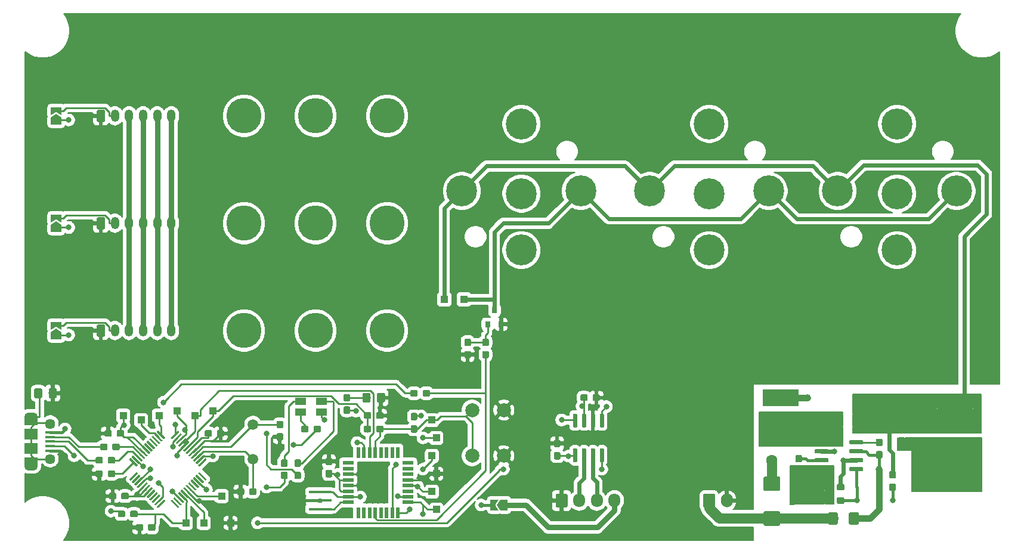
<source format=gbr>
G04 #@! TF.GenerationSoftware,KiCad,Pcbnew,(5.1.2)-1*
G04 #@! TF.CreationDate,2019-06-10T17:23:02-04:00*
G04 #@! TF.ProjectId,pev_uvw_sw,7065765f-7576-4775-9f73-772e6b696361,rev?*
G04 #@! TF.SameCoordinates,Original*
G04 #@! TF.FileFunction,Copper,L1,Top*
G04 #@! TF.FilePolarity,Positive*
%FSLAX46Y46*%
G04 Gerber Fmt 4.6, Leading zero omitted, Abs format (unit mm)*
G04 Created by KiCad (PCBNEW (5.1.2)-1) date 2019-06-10 17:23:02*
%MOMM*%
%LPD*%
G04 APERTURE LIST*
%ADD10C,0.100000*%
%ADD11C,0.950000*%
%ADD12R,1.500000X1.100000*%
%ADD13C,1.150000*%
%ADD14R,1.100000X1.100000*%
%ADD15R,1.900000X1.500000*%
%ADD16C,1.450000*%
%ADD17R,1.350000X0.400000*%
%ADD18O,1.900000X1.200000*%
%ADD19R,1.900000X1.200000*%
%ADD20C,1.700000*%
%ADD21O,1.700000X1.950000*%
%ADD22C,1.200000*%
%ADD23O,1.200000X1.750000*%
%ADD24C,0.300000*%
%ADD25R,0.800000X0.900000*%
%ADD26C,2.000000*%
%ADD27R,1.000000X1.000000*%
%ADD28C,0.600000*%
%ADD29R,1.600000X0.550000*%
%ADD30R,0.550000X1.600000*%
%ADD31R,3.200000X0.400000*%
%ADD32C,5.000000*%
%ADD33C,1.500000*%
%ADD34C,4.400000*%
%ADD35R,5.100000X2.350000*%
%ADD36C,1.425000*%
%ADD37C,2.075000*%
%ADD38R,2.500000X1.800000*%
%ADD39O,1.700000X2.000000*%
%ADD40C,0.800000*%
%ADD41C,1.600000*%
%ADD42C,1.000000*%
%ADD43C,0.800000*%
%ADD44C,0.250000*%
%ADD45C,1.400000*%
%ADD46C,0.600000*%
%ADD47C,0.400000*%
%ADD48C,0.900000*%
%ADD49C,0.200000*%
%ADD50C,0.127000*%
G04 APERTURE END LIST*
D10*
G36*
X13405779Y-68741144D02*
G01*
X13428834Y-68744563D01*
X13451443Y-68750227D01*
X13473387Y-68758079D01*
X13494457Y-68768044D01*
X13514448Y-68780026D01*
X13533168Y-68793910D01*
X13550438Y-68809562D01*
X13566090Y-68826832D01*
X13579974Y-68845552D01*
X13591956Y-68865543D01*
X13601921Y-68886613D01*
X13609773Y-68908557D01*
X13615437Y-68931166D01*
X13618856Y-68954221D01*
X13620000Y-68977500D01*
X13620000Y-69452500D01*
X13618856Y-69475779D01*
X13615437Y-69498834D01*
X13609773Y-69521443D01*
X13601921Y-69543387D01*
X13591956Y-69564457D01*
X13579974Y-69584448D01*
X13566090Y-69603168D01*
X13550438Y-69620438D01*
X13533168Y-69636090D01*
X13514448Y-69649974D01*
X13494457Y-69661956D01*
X13473387Y-69671921D01*
X13451443Y-69679773D01*
X13428834Y-69685437D01*
X13405779Y-69688856D01*
X13382500Y-69690000D01*
X12807500Y-69690000D01*
X12784221Y-69688856D01*
X12761166Y-69685437D01*
X12738557Y-69679773D01*
X12716613Y-69671921D01*
X12695543Y-69661956D01*
X12675552Y-69649974D01*
X12656832Y-69636090D01*
X12639562Y-69620438D01*
X12623910Y-69603168D01*
X12610026Y-69584448D01*
X12598044Y-69564457D01*
X12588079Y-69543387D01*
X12580227Y-69521443D01*
X12574563Y-69498834D01*
X12571144Y-69475779D01*
X12570000Y-69452500D01*
X12570000Y-68977500D01*
X12571144Y-68954221D01*
X12574563Y-68931166D01*
X12580227Y-68908557D01*
X12588079Y-68886613D01*
X12598044Y-68865543D01*
X12610026Y-68845552D01*
X12623910Y-68826832D01*
X12639562Y-68809562D01*
X12656832Y-68793910D01*
X12675552Y-68780026D01*
X12695543Y-68768044D01*
X12716613Y-68758079D01*
X12738557Y-68750227D01*
X12761166Y-68744563D01*
X12784221Y-68741144D01*
X12807500Y-68740000D01*
X13382500Y-68740000D01*
X13405779Y-68741144D01*
X13405779Y-68741144D01*
G37*
D11*
X13095000Y-69215000D03*
D10*
G36*
X15155779Y-68741144D02*
G01*
X15178834Y-68744563D01*
X15201443Y-68750227D01*
X15223387Y-68758079D01*
X15244457Y-68768044D01*
X15264448Y-68780026D01*
X15283168Y-68793910D01*
X15300438Y-68809562D01*
X15316090Y-68826832D01*
X15329974Y-68845552D01*
X15341956Y-68865543D01*
X15351921Y-68886613D01*
X15359773Y-68908557D01*
X15365437Y-68931166D01*
X15368856Y-68954221D01*
X15370000Y-68977500D01*
X15370000Y-69452500D01*
X15368856Y-69475779D01*
X15365437Y-69498834D01*
X15359773Y-69521443D01*
X15351921Y-69543387D01*
X15341956Y-69564457D01*
X15329974Y-69584448D01*
X15316090Y-69603168D01*
X15300438Y-69620438D01*
X15283168Y-69636090D01*
X15264448Y-69649974D01*
X15244457Y-69661956D01*
X15223387Y-69671921D01*
X15201443Y-69679773D01*
X15178834Y-69685437D01*
X15155779Y-69688856D01*
X15132500Y-69690000D01*
X14557500Y-69690000D01*
X14534221Y-69688856D01*
X14511166Y-69685437D01*
X14488557Y-69679773D01*
X14466613Y-69671921D01*
X14445543Y-69661956D01*
X14425552Y-69649974D01*
X14406832Y-69636090D01*
X14389562Y-69620438D01*
X14373910Y-69603168D01*
X14360026Y-69584448D01*
X14348044Y-69564457D01*
X14338079Y-69543387D01*
X14330227Y-69521443D01*
X14324563Y-69498834D01*
X14321144Y-69475779D01*
X14320000Y-69452500D01*
X14320000Y-68977500D01*
X14321144Y-68954221D01*
X14324563Y-68931166D01*
X14330227Y-68908557D01*
X14338079Y-68886613D01*
X14348044Y-68865543D01*
X14360026Y-68845552D01*
X14373910Y-68826832D01*
X14389562Y-68809562D01*
X14406832Y-68793910D01*
X14425552Y-68780026D01*
X14445543Y-68768044D01*
X14466613Y-68758079D01*
X14488557Y-68750227D01*
X14511166Y-68744563D01*
X14534221Y-68741144D01*
X14557500Y-68740000D01*
X15132500Y-68740000D01*
X15155779Y-68741144D01*
X15155779Y-68741144D01*
G37*
D11*
X14845000Y-69215000D03*
D10*
G36*
X12770779Y-59851144D02*
G01*
X12793834Y-59854563D01*
X12816443Y-59860227D01*
X12838387Y-59868079D01*
X12859457Y-59878044D01*
X12879448Y-59890026D01*
X12898168Y-59903910D01*
X12915438Y-59919562D01*
X12931090Y-59936832D01*
X12944974Y-59955552D01*
X12956956Y-59975543D01*
X12966921Y-59996613D01*
X12974773Y-60018557D01*
X12980437Y-60041166D01*
X12983856Y-60064221D01*
X12985000Y-60087500D01*
X12985000Y-60562500D01*
X12983856Y-60585779D01*
X12980437Y-60608834D01*
X12974773Y-60631443D01*
X12966921Y-60653387D01*
X12956956Y-60674457D01*
X12944974Y-60694448D01*
X12931090Y-60713168D01*
X12915438Y-60730438D01*
X12898168Y-60746090D01*
X12879448Y-60759974D01*
X12859457Y-60771956D01*
X12838387Y-60781921D01*
X12816443Y-60789773D01*
X12793834Y-60795437D01*
X12770779Y-60798856D01*
X12747500Y-60800000D01*
X12172500Y-60800000D01*
X12149221Y-60798856D01*
X12126166Y-60795437D01*
X12103557Y-60789773D01*
X12081613Y-60781921D01*
X12060543Y-60771956D01*
X12040552Y-60759974D01*
X12021832Y-60746090D01*
X12004562Y-60730438D01*
X11988910Y-60713168D01*
X11975026Y-60694448D01*
X11963044Y-60674457D01*
X11953079Y-60653387D01*
X11945227Y-60631443D01*
X11939563Y-60608834D01*
X11936144Y-60585779D01*
X11935000Y-60562500D01*
X11935000Y-60087500D01*
X11936144Y-60064221D01*
X11939563Y-60041166D01*
X11945227Y-60018557D01*
X11953079Y-59996613D01*
X11963044Y-59975543D01*
X11975026Y-59955552D01*
X11988910Y-59936832D01*
X12004562Y-59919562D01*
X12021832Y-59903910D01*
X12040552Y-59890026D01*
X12060543Y-59878044D01*
X12081613Y-59868079D01*
X12103557Y-59860227D01*
X12126166Y-59854563D01*
X12149221Y-59851144D01*
X12172500Y-59850000D01*
X12747500Y-59850000D01*
X12770779Y-59851144D01*
X12770779Y-59851144D01*
G37*
D11*
X12460000Y-60325000D03*
D10*
G36*
X14520779Y-59851144D02*
G01*
X14543834Y-59854563D01*
X14566443Y-59860227D01*
X14588387Y-59868079D01*
X14609457Y-59878044D01*
X14629448Y-59890026D01*
X14648168Y-59903910D01*
X14665438Y-59919562D01*
X14681090Y-59936832D01*
X14694974Y-59955552D01*
X14706956Y-59975543D01*
X14716921Y-59996613D01*
X14724773Y-60018557D01*
X14730437Y-60041166D01*
X14733856Y-60064221D01*
X14735000Y-60087500D01*
X14735000Y-60562500D01*
X14733856Y-60585779D01*
X14730437Y-60608834D01*
X14724773Y-60631443D01*
X14716921Y-60653387D01*
X14706956Y-60674457D01*
X14694974Y-60694448D01*
X14681090Y-60713168D01*
X14665438Y-60730438D01*
X14648168Y-60746090D01*
X14629448Y-60759974D01*
X14609457Y-60771956D01*
X14588387Y-60781921D01*
X14566443Y-60789773D01*
X14543834Y-60795437D01*
X14520779Y-60798856D01*
X14497500Y-60800000D01*
X13922500Y-60800000D01*
X13899221Y-60798856D01*
X13876166Y-60795437D01*
X13853557Y-60789773D01*
X13831613Y-60781921D01*
X13810543Y-60771956D01*
X13790552Y-60759974D01*
X13771832Y-60746090D01*
X13754562Y-60730438D01*
X13738910Y-60713168D01*
X13725026Y-60694448D01*
X13713044Y-60674457D01*
X13703079Y-60653387D01*
X13695227Y-60631443D01*
X13689563Y-60608834D01*
X13686144Y-60585779D01*
X13685000Y-60562500D01*
X13685000Y-60087500D01*
X13686144Y-60064221D01*
X13689563Y-60041166D01*
X13695227Y-60018557D01*
X13703079Y-59996613D01*
X13713044Y-59975543D01*
X13725026Y-59955552D01*
X13738910Y-59936832D01*
X13754562Y-59919562D01*
X13771832Y-59903910D01*
X13790552Y-59890026D01*
X13810543Y-59878044D01*
X13831613Y-59868079D01*
X13853557Y-59860227D01*
X13876166Y-59854563D01*
X13899221Y-59851144D01*
X13922500Y-59850000D01*
X14497500Y-59850000D01*
X14520779Y-59851144D01*
X14520779Y-59851144D01*
G37*
D11*
X14210000Y-60325000D03*
D10*
G36*
X80320779Y-54771144D02*
G01*
X80343834Y-54774563D01*
X80366443Y-54780227D01*
X80388387Y-54788079D01*
X80409457Y-54798044D01*
X80429448Y-54810026D01*
X80448168Y-54823910D01*
X80465438Y-54839562D01*
X80481090Y-54856832D01*
X80494974Y-54875552D01*
X80506956Y-54895543D01*
X80516921Y-54916613D01*
X80524773Y-54938557D01*
X80530437Y-54961166D01*
X80533856Y-54984221D01*
X80535000Y-55007500D01*
X80535000Y-55482500D01*
X80533856Y-55505779D01*
X80530437Y-55528834D01*
X80524773Y-55551443D01*
X80516921Y-55573387D01*
X80506956Y-55594457D01*
X80494974Y-55614448D01*
X80481090Y-55633168D01*
X80465438Y-55650438D01*
X80448168Y-55666090D01*
X80429448Y-55679974D01*
X80409457Y-55691956D01*
X80388387Y-55701921D01*
X80366443Y-55709773D01*
X80343834Y-55715437D01*
X80320779Y-55718856D01*
X80297500Y-55720000D01*
X79722500Y-55720000D01*
X79699221Y-55718856D01*
X79676166Y-55715437D01*
X79653557Y-55709773D01*
X79631613Y-55701921D01*
X79610543Y-55691956D01*
X79590552Y-55679974D01*
X79571832Y-55666090D01*
X79554562Y-55650438D01*
X79538910Y-55633168D01*
X79525026Y-55614448D01*
X79513044Y-55594457D01*
X79503079Y-55573387D01*
X79495227Y-55551443D01*
X79489563Y-55528834D01*
X79486144Y-55505779D01*
X79485000Y-55482500D01*
X79485000Y-55007500D01*
X79486144Y-54984221D01*
X79489563Y-54961166D01*
X79495227Y-54938557D01*
X79503079Y-54916613D01*
X79513044Y-54895543D01*
X79525026Y-54875552D01*
X79538910Y-54856832D01*
X79554562Y-54839562D01*
X79571832Y-54823910D01*
X79590552Y-54810026D01*
X79610543Y-54798044D01*
X79631613Y-54788079D01*
X79653557Y-54780227D01*
X79676166Y-54774563D01*
X79699221Y-54771144D01*
X79722500Y-54770000D01*
X80297500Y-54770000D01*
X80320779Y-54771144D01*
X80320779Y-54771144D01*
G37*
D11*
X80010000Y-55245000D03*
D10*
G36*
X82070779Y-54771144D02*
G01*
X82093834Y-54774563D01*
X82116443Y-54780227D01*
X82138387Y-54788079D01*
X82159457Y-54798044D01*
X82179448Y-54810026D01*
X82198168Y-54823910D01*
X82215438Y-54839562D01*
X82231090Y-54856832D01*
X82244974Y-54875552D01*
X82256956Y-54895543D01*
X82266921Y-54916613D01*
X82274773Y-54938557D01*
X82280437Y-54961166D01*
X82283856Y-54984221D01*
X82285000Y-55007500D01*
X82285000Y-55482500D01*
X82283856Y-55505779D01*
X82280437Y-55528834D01*
X82274773Y-55551443D01*
X82266921Y-55573387D01*
X82256956Y-55594457D01*
X82244974Y-55614448D01*
X82231090Y-55633168D01*
X82215438Y-55650438D01*
X82198168Y-55666090D01*
X82179448Y-55679974D01*
X82159457Y-55691956D01*
X82138387Y-55701921D01*
X82116443Y-55709773D01*
X82093834Y-55715437D01*
X82070779Y-55718856D01*
X82047500Y-55720000D01*
X81472500Y-55720000D01*
X81449221Y-55718856D01*
X81426166Y-55715437D01*
X81403557Y-55709773D01*
X81381613Y-55701921D01*
X81360543Y-55691956D01*
X81340552Y-55679974D01*
X81321832Y-55666090D01*
X81304562Y-55650438D01*
X81288910Y-55633168D01*
X81275026Y-55614448D01*
X81263044Y-55594457D01*
X81253079Y-55573387D01*
X81245227Y-55551443D01*
X81239563Y-55528834D01*
X81236144Y-55505779D01*
X81235000Y-55482500D01*
X81235000Y-55007500D01*
X81236144Y-54984221D01*
X81239563Y-54961166D01*
X81245227Y-54938557D01*
X81253079Y-54916613D01*
X81263044Y-54895543D01*
X81275026Y-54875552D01*
X81288910Y-54856832D01*
X81304562Y-54839562D01*
X81321832Y-54823910D01*
X81340552Y-54810026D01*
X81360543Y-54798044D01*
X81381613Y-54788079D01*
X81403557Y-54780227D01*
X81426166Y-54774563D01*
X81449221Y-54771144D01*
X81472500Y-54770000D01*
X82047500Y-54770000D01*
X82070779Y-54771144D01*
X82070779Y-54771144D01*
G37*
D11*
X81760000Y-55245000D03*
D10*
G36*
X76460779Y-61226144D02*
G01*
X76483834Y-61229563D01*
X76506443Y-61235227D01*
X76528387Y-61243079D01*
X76549457Y-61253044D01*
X76569448Y-61265026D01*
X76588168Y-61278910D01*
X76605438Y-61294562D01*
X76621090Y-61311832D01*
X76634974Y-61330552D01*
X76646956Y-61350543D01*
X76656921Y-61371613D01*
X76664773Y-61393557D01*
X76670437Y-61416166D01*
X76673856Y-61439221D01*
X76675000Y-61462500D01*
X76675000Y-62037500D01*
X76673856Y-62060779D01*
X76670437Y-62083834D01*
X76664773Y-62106443D01*
X76656921Y-62128387D01*
X76646956Y-62149457D01*
X76634974Y-62169448D01*
X76621090Y-62188168D01*
X76605438Y-62205438D01*
X76588168Y-62221090D01*
X76569448Y-62234974D01*
X76549457Y-62246956D01*
X76528387Y-62256921D01*
X76506443Y-62264773D01*
X76483834Y-62270437D01*
X76460779Y-62273856D01*
X76437500Y-62275000D01*
X75962500Y-62275000D01*
X75939221Y-62273856D01*
X75916166Y-62270437D01*
X75893557Y-62264773D01*
X75871613Y-62256921D01*
X75850543Y-62246956D01*
X75830552Y-62234974D01*
X75811832Y-62221090D01*
X75794562Y-62205438D01*
X75778910Y-62188168D01*
X75765026Y-62169448D01*
X75753044Y-62149457D01*
X75743079Y-62128387D01*
X75735227Y-62106443D01*
X75729563Y-62083834D01*
X75726144Y-62060779D01*
X75725000Y-62037500D01*
X75725000Y-61462500D01*
X75726144Y-61439221D01*
X75729563Y-61416166D01*
X75735227Y-61393557D01*
X75743079Y-61371613D01*
X75753044Y-61350543D01*
X75765026Y-61330552D01*
X75778910Y-61311832D01*
X75794562Y-61294562D01*
X75811832Y-61278910D01*
X75830552Y-61265026D01*
X75850543Y-61253044D01*
X75871613Y-61243079D01*
X75893557Y-61235227D01*
X75916166Y-61229563D01*
X75939221Y-61226144D01*
X75962500Y-61225000D01*
X76437500Y-61225000D01*
X76460779Y-61226144D01*
X76460779Y-61226144D01*
G37*
D11*
X76200000Y-61750000D03*
D10*
G36*
X76460779Y-62976144D02*
G01*
X76483834Y-62979563D01*
X76506443Y-62985227D01*
X76528387Y-62993079D01*
X76549457Y-63003044D01*
X76569448Y-63015026D01*
X76588168Y-63028910D01*
X76605438Y-63044562D01*
X76621090Y-63061832D01*
X76634974Y-63080552D01*
X76646956Y-63100543D01*
X76656921Y-63121613D01*
X76664773Y-63143557D01*
X76670437Y-63166166D01*
X76673856Y-63189221D01*
X76675000Y-63212500D01*
X76675000Y-63787500D01*
X76673856Y-63810779D01*
X76670437Y-63833834D01*
X76664773Y-63856443D01*
X76656921Y-63878387D01*
X76646956Y-63899457D01*
X76634974Y-63919448D01*
X76621090Y-63938168D01*
X76605438Y-63955438D01*
X76588168Y-63971090D01*
X76569448Y-63984974D01*
X76549457Y-63996956D01*
X76528387Y-64006921D01*
X76506443Y-64014773D01*
X76483834Y-64020437D01*
X76460779Y-64023856D01*
X76437500Y-64025000D01*
X75962500Y-64025000D01*
X75939221Y-64023856D01*
X75916166Y-64020437D01*
X75893557Y-64014773D01*
X75871613Y-64006921D01*
X75850543Y-63996956D01*
X75830552Y-63984974D01*
X75811832Y-63971090D01*
X75794562Y-63955438D01*
X75778910Y-63938168D01*
X75765026Y-63919448D01*
X75753044Y-63899457D01*
X75743079Y-63878387D01*
X75735227Y-63856443D01*
X75729563Y-63833834D01*
X75726144Y-63810779D01*
X75725000Y-63787500D01*
X75725000Y-63212500D01*
X75726144Y-63189221D01*
X75729563Y-63166166D01*
X75735227Y-63143557D01*
X75743079Y-63121613D01*
X75753044Y-63100543D01*
X75765026Y-63080552D01*
X75778910Y-63061832D01*
X75794562Y-63044562D01*
X75811832Y-63028910D01*
X75830552Y-63015026D01*
X75850543Y-63003044D01*
X75871613Y-62993079D01*
X75893557Y-62985227D01*
X75916166Y-62979563D01*
X75939221Y-62976144D01*
X75962500Y-62975000D01*
X76437500Y-62975000D01*
X76460779Y-62976144D01*
X76460779Y-62976144D01*
G37*
D11*
X76200000Y-63500000D03*
D10*
G36*
X44075779Y-65516144D02*
G01*
X44098834Y-65519563D01*
X44121443Y-65525227D01*
X44143387Y-65533079D01*
X44164457Y-65543044D01*
X44184448Y-65555026D01*
X44203168Y-65568910D01*
X44220438Y-65584562D01*
X44236090Y-65601832D01*
X44249974Y-65620552D01*
X44261956Y-65640543D01*
X44271921Y-65661613D01*
X44279773Y-65683557D01*
X44285437Y-65706166D01*
X44288856Y-65729221D01*
X44290000Y-65752500D01*
X44290000Y-66327500D01*
X44288856Y-66350779D01*
X44285437Y-66373834D01*
X44279773Y-66396443D01*
X44271921Y-66418387D01*
X44261956Y-66439457D01*
X44249974Y-66459448D01*
X44236090Y-66478168D01*
X44220438Y-66495438D01*
X44203168Y-66511090D01*
X44184448Y-66524974D01*
X44164457Y-66536956D01*
X44143387Y-66546921D01*
X44121443Y-66554773D01*
X44098834Y-66560437D01*
X44075779Y-66563856D01*
X44052500Y-66565000D01*
X43577500Y-66565000D01*
X43554221Y-66563856D01*
X43531166Y-66560437D01*
X43508557Y-66554773D01*
X43486613Y-66546921D01*
X43465543Y-66536956D01*
X43445552Y-66524974D01*
X43426832Y-66511090D01*
X43409562Y-66495438D01*
X43393910Y-66478168D01*
X43380026Y-66459448D01*
X43368044Y-66439457D01*
X43358079Y-66418387D01*
X43350227Y-66396443D01*
X43344563Y-66373834D01*
X43341144Y-66350779D01*
X43340000Y-66327500D01*
X43340000Y-65752500D01*
X43341144Y-65729221D01*
X43344563Y-65706166D01*
X43350227Y-65683557D01*
X43358079Y-65661613D01*
X43368044Y-65640543D01*
X43380026Y-65620552D01*
X43393910Y-65601832D01*
X43409562Y-65584562D01*
X43426832Y-65568910D01*
X43445552Y-65555026D01*
X43465543Y-65543044D01*
X43486613Y-65533079D01*
X43508557Y-65525227D01*
X43531166Y-65519563D01*
X43554221Y-65516144D01*
X43577500Y-65515000D01*
X44052500Y-65515000D01*
X44075779Y-65516144D01*
X44075779Y-65516144D01*
G37*
D11*
X43815000Y-66040000D03*
D10*
G36*
X44075779Y-63766144D02*
G01*
X44098834Y-63769563D01*
X44121443Y-63775227D01*
X44143387Y-63783079D01*
X44164457Y-63793044D01*
X44184448Y-63805026D01*
X44203168Y-63818910D01*
X44220438Y-63834562D01*
X44236090Y-63851832D01*
X44249974Y-63870552D01*
X44261956Y-63890543D01*
X44271921Y-63911613D01*
X44279773Y-63933557D01*
X44285437Y-63956166D01*
X44288856Y-63979221D01*
X44290000Y-64002500D01*
X44290000Y-64577500D01*
X44288856Y-64600779D01*
X44285437Y-64623834D01*
X44279773Y-64646443D01*
X44271921Y-64668387D01*
X44261956Y-64689457D01*
X44249974Y-64709448D01*
X44236090Y-64728168D01*
X44220438Y-64745438D01*
X44203168Y-64761090D01*
X44184448Y-64774974D01*
X44164457Y-64786956D01*
X44143387Y-64796921D01*
X44121443Y-64804773D01*
X44098834Y-64810437D01*
X44075779Y-64813856D01*
X44052500Y-64815000D01*
X43577500Y-64815000D01*
X43554221Y-64813856D01*
X43531166Y-64810437D01*
X43508557Y-64804773D01*
X43486613Y-64796921D01*
X43465543Y-64786956D01*
X43445552Y-64774974D01*
X43426832Y-64761090D01*
X43409562Y-64745438D01*
X43393910Y-64728168D01*
X43380026Y-64709448D01*
X43368044Y-64689457D01*
X43358079Y-64668387D01*
X43350227Y-64646443D01*
X43344563Y-64623834D01*
X43341144Y-64600779D01*
X43340000Y-64577500D01*
X43340000Y-64002500D01*
X43341144Y-63979221D01*
X43344563Y-63956166D01*
X43350227Y-63933557D01*
X43358079Y-63911613D01*
X43368044Y-63890543D01*
X43380026Y-63870552D01*
X43393910Y-63851832D01*
X43409562Y-63834562D01*
X43426832Y-63818910D01*
X43445552Y-63805026D01*
X43465543Y-63793044D01*
X43486613Y-63783079D01*
X43508557Y-63775227D01*
X43531166Y-63769563D01*
X43554221Y-63766144D01*
X43577500Y-63765000D01*
X44052500Y-63765000D01*
X44075779Y-63766144D01*
X44075779Y-63766144D01*
G37*
D11*
X43815000Y-64290000D03*
D10*
G36*
X51350779Y-59216144D02*
G01*
X51373834Y-59219563D01*
X51396443Y-59225227D01*
X51418387Y-59233079D01*
X51439457Y-59243044D01*
X51459448Y-59255026D01*
X51478168Y-59268910D01*
X51495438Y-59284562D01*
X51511090Y-59301832D01*
X51524974Y-59320552D01*
X51536956Y-59340543D01*
X51546921Y-59361613D01*
X51554773Y-59383557D01*
X51560437Y-59406166D01*
X51563856Y-59429221D01*
X51565000Y-59452500D01*
X51565000Y-59927500D01*
X51563856Y-59950779D01*
X51560437Y-59973834D01*
X51554773Y-59996443D01*
X51546921Y-60018387D01*
X51536956Y-60039457D01*
X51524974Y-60059448D01*
X51511090Y-60078168D01*
X51495438Y-60095438D01*
X51478168Y-60111090D01*
X51459448Y-60124974D01*
X51439457Y-60136956D01*
X51418387Y-60146921D01*
X51396443Y-60154773D01*
X51373834Y-60160437D01*
X51350779Y-60163856D01*
X51327500Y-60165000D01*
X50752500Y-60165000D01*
X50729221Y-60163856D01*
X50706166Y-60160437D01*
X50683557Y-60154773D01*
X50661613Y-60146921D01*
X50640543Y-60136956D01*
X50620552Y-60124974D01*
X50601832Y-60111090D01*
X50584562Y-60095438D01*
X50568910Y-60078168D01*
X50555026Y-60059448D01*
X50543044Y-60039457D01*
X50533079Y-60018387D01*
X50525227Y-59996443D01*
X50519563Y-59973834D01*
X50516144Y-59950779D01*
X50515000Y-59927500D01*
X50515000Y-59452500D01*
X50516144Y-59429221D01*
X50519563Y-59406166D01*
X50525227Y-59383557D01*
X50533079Y-59361613D01*
X50543044Y-59340543D01*
X50555026Y-59320552D01*
X50568910Y-59301832D01*
X50584562Y-59284562D01*
X50601832Y-59268910D01*
X50620552Y-59255026D01*
X50640543Y-59243044D01*
X50661613Y-59233079D01*
X50683557Y-59225227D01*
X50706166Y-59219563D01*
X50729221Y-59216144D01*
X50752500Y-59215000D01*
X51327500Y-59215000D01*
X51350779Y-59216144D01*
X51350779Y-59216144D01*
G37*
D11*
X51040000Y-59690000D03*
D10*
G36*
X49600779Y-59216144D02*
G01*
X49623834Y-59219563D01*
X49646443Y-59225227D01*
X49668387Y-59233079D01*
X49689457Y-59243044D01*
X49709448Y-59255026D01*
X49728168Y-59268910D01*
X49745438Y-59284562D01*
X49761090Y-59301832D01*
X49774974Y-59320552D01*
X49786956Y-59340543D01*
X49796921Y-59361613D01*
X49804773Y-59383557D01*
X49810437Y-59406166D01*
X49813856Y-59429221D01*
X49815000Y-59452500D01*
X49815000Y-59927500D01*
X49813856Y-59950779D01*
X49810437Y-59973834D01*
X49804773Y-59996443D01*
X49796921Y-60018387D01*
X49786956Y-60039457D01*
X49774974Y-60059448D01*
X49761090Y-60078168D01*
X49745438Y-60095438D01*
X49728168Y-60111090D01*
X49709448Y-60124974D01*
X49689457Y-60136956D01*
X49668387Y-60146921D01*
X49646443Y-60154773D01*
X49623834Y-60160437D01*
X49600779Y-60163856D01*
X49577500Y-60165000D01*
X49002500Y-60165000D01*
X48979221Y-60163856D01*
X48956166Y-60160437D01*
X48933557Y-60154773D01*
X48911613Y-60146921D01*
X48890543Y-60136956D01*
X48870552Y-60124974D01*
X48851832Y-60111090D01*
X48834562Y-60095438D01*
X48818910Y-60078168D01*
X48805026Y-60059448D01*
X48793044Y-60039457D01*
X48783079Y-60018387D01*
X48775227Y-59996443D01*
X48769563Y-59973834D01*
X48766144Y-59950779D01*
X48765000Y-59927500D01*
X48765000Y-59452500D01*
X48766144Y-59429221D01*
X48769563Y-59406166D01*
X48775227Y-59383557D01*
X48783079Y-59361613D01*
X48793044Y-59340543D01*
X48805026Y-59320552D01*
X48818910Y-59301832D01*
X48834562Y-59284562D01*
X48851832Y-59268910D01*
X48870552Y-59255026D01*
X48890543Y-59243044D01*
X48911613Y-59233079D01*
X48933557Y-59225227D01*
X48956166Y-59219563D01*
X48979221Y-59216144D01*
X49002500Y-59215000D01*
X49577500Y-59215000D01*
X49600779Y-59216144D01*
X49600779Y-59216144D01*
G37*
D11*
X49290000Y-59690000D03*
D12*
X42775000Y-57265000D03*
X39775000Y-57265000D03*
X39775000Y-55765000D03*
X42775000Y-55765000D03*
D10*
G36*
X51539505Y-54546204D02*
G01*
X51563773Y-54549804D01*
X51587572Y-54555765D01*
X51610671Y-54564030D01*
X51632850Y-54574520D01*
X51653893Y-54587132D01*
X51673599Y-54601747D01*
X51691777Y-54618223D01*
X51708253Y-54636401D01*
X51722868Y-54656107D01*
X51735480Y-54677150D01*
X51745970Y-54699329D01*
X51754235Y-54722428D01*
X51760196Y-54746227D01*
X51763796Y-54770495D01*
X51765000Y-54794999D01*
X51765000Y-55695001D01*
X51763796Y-55719505D01*
X51760196Y-55743773D01*
X51754235Y-55767572D01*
X51745970Y-55790671D01*
X51735480Y-55812850D01*
X51722868Y-55833893D01*
X51708253Y-55853599D01*
X51691777Y-55871777D01*
X51673599Y-55888253D01*
X51653893Y-55902868D01*
X51632850Y-55915480D01*
X51610671Y-55925970D01*
X51587572Y-55934235D01*
X51563773Y-55940196D01*
X51539505Y-55943796D01*
X51515001Y-55945000D01*
X50864999Y-55945000D01*
X50840495Y-55943796D01*
X50816227Y-55940196D01*
X50792428Y-55934235D01*
X50769329Y-55925970D01*
X50747150Y-55915480D01*
X50726107Y-55902868D01*
X50706401Y-55888253D01*
X50688223Y-55871777D01*
X50671747Y-55853599D01*
X50657132Y-55833893D01*
X50644520Y-55812850D01*
X50634030Y-55790671D01*
X50625765Y-55767572D01*
X50619804Y-55743773D01*
X50616204Y-55719505D01*
X50615000Y-55695001D01*
X50615000Y-54794999D01*
X50616204Y-54770495D01*
X50619804Y-54746227D01*
X50625765Y-54722428D01*
X50634030Y-54699329D01*
X50644520Y-54677150D01*
X50657132Y-54656107D01*
X50671747Y-54636401D01*
X50688223Y-54618223D01*
X50706401Y-54601747D01*
X50726107Y-54587132D01*
X50747150Y-54574520D01*
X50769329Y-54564030D01*
X50792428Y-54555765D01*
X50816227Y-54549804D01*
X50840495Y-54546204D01*
X50864999Y-54545000D01*
X51515001Y-54545000D01*
X51539505Y-54546204D01*
X51539505Y-54546204D01*
G37*
D13*
X51190000Y-55245000D03*
D10*
G36*
X49489505Y-54546204D02*
G01*
X49513773Y-54549804D01*
X49537572Y-54555765D01*
X49560671Y-54564030D01*
X49582850Y-54574520D01*
X49603893Y-54587132D01*
X49623599Y-54601747D01*
X49641777Y-54618223D01*
X49658253Y-54636401D01*
X49672868Y-54656107D01*
X49685480Y-54677150D01*
X49695970Y-54699329D01*
X49704235Y-54722428D01*
X49710196Y-54746227D01*
X49713796Y-54770495D01*
X49715000Y-54794999D01*
X49715000Y-55695001D01*
X49713796Y-55719505D01*
X49710196Y-55743773D01*
X49704235Y-55767572D01*
X49695970Y-55790671D01*
X49685480Y-55812850D01*
X49672868Y-55833893D01*
X49658253Y-55853599D01*
X49641777Y-55871777D01*
X49623599Y-55888253D01*
X49603893Y-55902868D01*
X49582850Y-55915480D01*
X49560671Y-55925970D01*
X49537572Y-55934235D01*
X49513773Y-55940196D01*
X49489505Y-55943796D01*
X49465001Y-55945000D01*
X48814999Y-55945000D01*
X48790495Y-55943796D01*
X48766227Y-55940196D01*
X48742428Y-55934235D01*
X48719329Y-55925970D01*
X48697150Y-55915480D01*
X48676107Y-55902868D01*
X48656401Y-55888253D01*
X48638223Y-55871777D01*
X48621747Y-55853599D01*
X48607132Y-55833893D01*
X48594520Y-55812850D01*
X48584030Y-55790671D01*
X48575765Y-55767572D01*
X48569804Y-55743773D01*
X48566204Y-55719505D01*
X48565000Y-55695001D01*
X48565000Y-54794999D01*
X48566204Y-54770495D01*
X48569804Y-54746227D01*
X48575765Y-54722428D01*
X48584030Y-54699329D01*
X48594520Y-54677150D01*
X48607132Y-54656107D01*
X48621747Y-54636401D01*
X48638223Y-54618223D01*
X48656401Y-54601747D01*
X48676107Y-54587132D01*
X48697150Y-54574520D01*
X48719329Y-54564030D01*
X48742428Y-54555765D01*
X48766227Y-54549804D01*
X48790495Y-54546204D01*
X48814999Y-54545000D01*
X49465001Y-54545000D01*
X49489505Y-54546204D01*
X49489505Y-54546204D01*
G37*
D13*
X49140000Y-55245000D03*
D14*
X62995000Y-41275000D03*
X60195000Y-41275000D03*
D10*
G36*
X4939505Y-53911204D02*
G01*
X4963773Y-53914804D01*
X4987572Y-53920765D01*
X5010671Y-53929030D01*
X5032850Y-53939520D01*
X5053893Y-53952132D01*
X5073599Y-53966747D01*
X5091777Y-53983223D01*
X5108253Y-54001401D01*
X5122868Y-54021107D01*
X5135480Y-54042150D01*
X5145970Y-54064329D01*
X5154235Y-54087428D01*
X5160196Y-54111227D01*
X5163796Y-54135495D01*
X5165000Y-54159999D01*
X5165000Y-55060001D01*
X5163796Y-55084505D01*
X5160196Y-55108773D01*
X5154235Y-55132572D01*
X5145970Y-55155671D01*
X5135480Y-55177850D01*
X5122868Y-55198893D01*
X5108253Y-55218599D01*
X5091777Y-55236777D01*
X5073599Y-55253253D01*
X5053893Y-55267868D01*
X5032850Y-55280480D01*
X5010671Y-55290970D01*
X4987572Y-55299235D01*
X4963773Y-55305196D01*
X4939505Y-55308796D01*
X4915001Y-55310000D01*
X4264999Y-55310000D01*
X4240495Y-55308796D01*
X4216227Y-55305196D01*
X4192428Y-55299235D01*
X4169329Y-55290970D01*
X4147150Y-55280480D01*
X4126107Y-55267868D01*
X4106401Y-55253253D01*
X4088223Y-55236777D01*
X4071747Y-55218599D01*
X4057132Y-55198893D01*
X4044520Y-55177850D01*
X4034030Y-55155671D01*
X4025765Y-55132572D01*
X4019804Y-55108773D01*
X4016204Y-55084505D01*
X4015000Y-55060001D01*
X4015000Y-54159999D01*
X4016204Y-54135495D01*
X4019804Y-54111227D01*
X4025765Y-54087428D01*
X4034030Y-54064329D01*
X4044520Y-54042150D01*
X4057132Y-54021107D01*
X4071747Y-54001401D01*
X4088223Y-53983223D01*
X4106401Y-53966747D01*
X4126107Y-53952132D01*
X4147150Y-53939520D01*
X4169329Y-53929030D01*
X4192428Y-53920765D01*
X4216227Y-53914804D01*
X4240495Y-53911204D01*
X4264999Y-53910000D01*
X4915001Y-53910000D01*
X4939505Y-53911204D01*
X4939505Y-53911204D01*
G37*
D13*
X4590000Y-54610000D03*
D10*
G36*
X2889505Y-53911204D02*
G01*
X2913773Y-53914804D01*
X2937572Y-53920765D01*
X2960671Y-53929030D01*
X2982850Y-53939520D01*
X3003893Y-53952132D01*
X3023599Y-53966747D01*
X3041777Y-53983223D01*
X3058253Y-54001401D01*
X3072868Y-54021107D01*
X3085480Y-54042150D01*
X3095970Y-54064329D01*
X3104235Y-54087428D01*
X3110196Y-54111227D01*
X3113796Y-54135495D01*
X3115000Y-54159999D01*
X3115000Y-55060001D01*
X3113796Y-55084505D01*
X3110196Y-55108773D01*
X3104235Y-55132572D01*
X3095970Y-55155671D01*
X3085480Y-55177850D01*
X3072868Y-55198893D01*
X3058253Y-55218599D01*
X3041777Y-55236777D01*
X3023599Y-55253253D01*
X3003893Y-55267868D01*
X2982850Y-55280480D01*
X2960671Y-55290970D01*
X2937572Y-55299235D01*
X2913773Y-55305196D01*
X2889505Y-55308796D01*
X2865001Y-55310000D01*
X2214999Y-55310000D01*
X2190495Y-55308796D01*
X2166227Y-55305196D01*
X2142428Y-55299235D01*
X2119329Y-55290970D01*
X2097150Y-55280480D01*
X2076107Y-55267868D01*
X2056401Y-55253253D01*
X2038223Y-55236777D01*
X2021747Y-55218599D01*
X2007132Y-55198893D01*
X1994520Y-55177850D01*
X1984030Y-55155671D01*
X1975765Y-55132572D01*
X1969804Y-55108773D01*
X1966204Y-55084505D01*
X1965000Y-55060001D01*
X1965000Y-54159999D01*
X1966204Y-54135495D01*
X1969804Y-54111227D01*
X1975765Y-54087428D01*
X1984030Y-54064329D01*
X1994520Y-54042150D01*
X2007132Y-54021107D01*
X2021747Y-54001401D01*
X2038223Y-53983223D01*
X2056401Y-53966747D01*
X2076107Y-53952132D01*
X2097150Y-53939520D01*
X2119329Y-53929030D01*
X2142428Y-53920765D01*
X2166227Y-53914804D01*
X2190495Y-53911204D01*
X2214999Y-53910000D01*
X2865001Y-53910000D01*
X2889505Y-53911204D01*
X2889505Y-53911204D01*
G37*
D13*
X2540000Y-54610000D03*
D15*
X1524000Y-62452000D03*
D16*
X4224000Y-58952000D03*
D17*
X4224000Y-60802000D03*
X4224000Y-60152000D03*
X4224000Y-62752000D03*
X4224000Y-62102000D03*
X4224000Y-61452000D03*
D16*
X4224000Y-63952000D03*
D15*
X1524000Y-60452000D03*
D18*
X1524000Y-57952000D03*
X1524000Y-64952000D03*
D19*
X1524000Y-64352000D03*
X1524000Y-58552000D03*
D10*
G36*
X77459504Y-68876204D02*
G01*
X77483773Y-68879804D01*
X77507571Y-68885765D01*
X77530671Y-68894030D01*
X77552849Y-68904520D01*
X77573893Y-68917133D01*
X77593598Y-68931747D01*
X77611777Y-68948223D01*
X77628253Y-68966402D01*
X77642867Y-68986107D01*
X77655480Y-69007151D01*
X77665970Y-69029329D01*
X77674235Y-69052429D01*
X77680196Y-69076227D01*
X77683796Y-69100496D01*
X77685000Y-69125000D01*
X77685000Y-70575000D01*
X77683796Y-70599504D01*
X77680196Y-70623773D01*
X77674235Y-70647571D01*
X77665970Y-70670671D01*
X77655480Y-70692849D01*
X77642867Y-70713893D01*
X77628253Y-70733598D01*
X77611777Y-70751777D01*
X77593598Y-70768253D01*
X77573893Y-70782867D01*
X77552849Y-70795480D01*
X77530671Y-70805970D01*
X77507571Y-70814235D01*
X77483773Y-70820196D01*
X77459504Y-70823796D01*
X77435000Y-70825000D01*
X76235000Y-70825000D01*
X76210496Y-70823796D01*
X76186227Y-70820196D01*
X76162429Y-70814235D01*
X76139329Y-70805970D01*
X76117151Y-70795480D01*
X76096107Y-70782867D01*
X76076402Y-70768253D01*
X76058223Y-70751777D01*
X76041747Y-70733598D01*
X76027133Y-70713893D01*
X76014520Y-70692849D01*
X76004030Y-70670671D01*
X75995765Y-70647571D01*
X75989804Y-70623773D01*
X75986204Y-70599504D01*
X75985000Y-70575000D01*
X75985000Y-69125000D01*
X75986204Y-69100496D01*
X75989804Y-69076227D01*
X75995765Y-69052429D01*
X76004030Y-69029329D01*
X76014520Y-69007151D01*
X76027133Y-68986107D01*
X76041747Y-68966402D01*
X76058223Y-68948223D01*
X76076402Y-68931747D01*
X76096107Y-68917133D01*
X76117151Y-68904520D01*
X76139329Y-68894030D01*
X76162429Y-68885765D01*
X76186227Y-68879804D01*
X76210496Y-68876204D01*
X76235000Y-68875000D01*
X77435000Y-68875000D01*
X77459504Y-68876204D01*
X77459504Y-68876204D01*
G37*
D20*
X76835000Y-69850000D03*
D21*
X79335000Y-69850000D03*
X81835000Y-69850000D03*
X84335000Y-69850000D03*
D10*
G36*
X11804505Y-14366204D02*
G01*
X11828773Y-14369804D01*
X11852572Y-14375765D01*
X11875671Y-14384030D01*
X11897850Y-14394520D01*
X11918893Y-14407132D01*
X11938599Y-14421747D01*
X11956777Y-14438223D01*
X11973253Y-14456401D01*
X11987868Y-14476107D01*
X12000480Y-14497150D01*
X12010970Y-14519329D01*
X12019235Y-14542428D01*
X12025196Y-14566227D01*
X12028796Y-14590495D01*
X12030000Y-14614999D01*
X12030000Y-15865001D01*
X12028796Y-15889505D01*
X12025196Y-15913773D01*
X12019235Y-15937572D01*
X12010970Y-15960671D01*
X12000480Y-15982850D01*
X11987868Y-16003893D01*
X11973253Y-16023599D01*
X11956777Y-16041777D01*
X11938599Y-16058253D01*
X11918893Y-16072868D01*
X11897850Y-16085480D01*
X11875671Y-16095970D01*
X11852572Y-16104235D01*
X11828773Y-16110196D01*
X11804505Y-16113796D01*
X11780001Y-16115000D01*
X11079999Y-16115000D01*
X11055495Y-16113796D01*
X11031227Y-16110196D01*
X11007428Y-16104235D01*
X10984329Y-16095970D01*
X10962150Y-16085480D01*
X10941107Y-16072868D01*
X10921401Y-16058253D01*
X10903223Y-16041777D01*
X10886747Y-16023599D01*
X10872132Y-16003893D01*
X10859520Y-15982850D01*
X10849030Y-15960671D01*
X10840765Y-15937572D01*
X10834804Y-15913773D01*
X10831204Y-15889505D01*
X10830000Y-15865001D01*
X10830000Y-14614999D01*
X10831204Y-14590495D01*
X10834804Y-14566227D01*
X10840765Y-14542428D01*
X10849030Y-14519329D01*
X10859520Y-14497150D01*
X10872132Y-14476107D01*
X10886747Y-14456401D01*
X10903223Y-14438223D01*
X10921401Y-14421747D01*
X10941107Y-14407132D01*
X10962150Y-14394520D01*
X10984329Y-14384030D01*
X11007428Y-14375765D01*
X11031227Y-14369804D01*
X11055495Y-14366204D01*
X11079999Y-14365000D01*
X11780001Y-14365000D01*
X11804505Y-14366204D01*
X11804505Y-14366204D01*
G37*
D22*
X11430000Y-15240000D03*
D23*
X13430000Y-15240000D03*
X15430000Y-15240000D03*
X17430000Y-15240000D03*
X19430000Y-15240000D03*
X21430000Y-15240000D03*
X21430000Y-30480000D03*
X19430000Y-30480000D03*
X17430000Y-30480000D03*
X15430000Y-30480000D03*
X13430000Y-30480000D03*
D10*
G36*
X11804505Y-29606204D02*
G01*
X11828773Y-29609804D01*
X11852572Y-29615765D01*
X11875671Y-29624030D01*
X11897850Y-29634520D01*
X11918893Y-29647132D01*
X11938599Y-29661747D01*
X11956777Y-29678223D01*
X11973253Y-29696401D01*
X11987868Y-29716107D01*
X12000480Y-29737150D01*
X12010970Y-29759329D01*
X12019235Y-29782428D01*
X12025196Y-29806227D01*
X12028796Y-29830495D01*
X12030000Y-29854999D01*
X12030000Y-31105001D01*
X12028796Y-31129505D01*
X12025196Y-31153773D01*
X12019235Y-31177572D01*
X12010970Y-31200671D01*
X12000480Y-31222850D01*
X11987868Y-31243893D01*
X11973253Y-31263599D01*
X11956777Y-31281777D01*
X11938599Y-31298253D01*
X11918893Y-31312868D01*
X11897850Y-31325480D01*
X11875671Y-31335970D01*
X11852572Y-31344235D01*
X11828773Y-31350196D01*
X11804505Y-31353796D01*
X11780001Y-31355000D01*
X11079999Y-31355000D01*
X11055495Y-31353796D01*
X11031227Y-31350196D01*
X11007428Y-31344235D01*
X10984329Y-31335970D01*
X10962150Y-31325480D01*
X10941107Y-31312868D01*
X10921401Y-31298253D01*
X10903223Y-31281777D01*
X10886747Y-31263599D01*
X10872132Y-31243893D01*
X10859520Y-31222850D01*
X10849030Y-31200671D01*
X10840765Y-31177572D01*
X10834804Y-31153773D01*
X10831204Y-31129505D01*
X10830000Y-31105001D01*
X10830000Y-29854999D01*
X10831204Y-29830495D01*
X10834804Y-29806227D01*
X10840765Y-29782428D01*
X10849030Y-29759329D01*
X10859520Y-29737150D01*
X10872132Y-29716107D01*
X10886747Y-29696401D01*
X10903223Y-29678223D01*
X10921401Y-29661747D01*
X10941107Y-29647132D01*
X10962150Y-29634520D01*
X10984329Y-29624030D01*
X11007428Y-29615765D01*
X11031227Y-29609804D01*
X11055495Y-29606204D01*
X11079999Y-29605000D01*
X11780001Y-29605000D01*
X11804505Y-29606204D01*
X11804505Y-29606204D01*
G37*
D22*
X11430000Y-30480000D03*
D10*
G36*
X11804505Y-44846204D02*
G01*
X11828773Y-44849804D01*
X11852572Y-44855765D01*
X11875671Y-44864030D01*
X11897850Y-44874520D01*
X11918893Y-44887132D01*
X11938599Y-44901747D01*
X11956777Y-44918223D01*
X11973253Y-44936401D01*
X11987868Y-44956107D01*
X12000480Y-44977150D01*
X12010970Y-44999329D01*
X12019235Y-45022428D01*
X12025196Y-45046227D01*
X12028796Y-45070495D01*
X12030000Y-45094999D01*
X12030000Y-46345001D01*
X12028796Y-46369505D01*
X12025196Y-46393773D01*
X12019235Y-46417572D01*
X12010970Y-46440671D01*
X12000480Y-46462850D01*
X11987868Y-46483893D01*
X11973253Y-46503599D01*
X11956777Y-46521777D01*
X11938599Y-46538253D01*
X11918893Y-46552868D01*
X11897850Y-46565480D01*
X11875671Y-46575970D01*
X11852572Y-46584235D01*
X11828773Y-46590196D01*
X11804505Y-46593796D01*
X11780001Y-46595000D01*
X11079999Y-46595000D01*
X11055495Y-46593796D01*
X11031227Y-46590196D01*
X11007428Y-46584235D01*
X10984329Y-46575970D01*
X10962150Y-46565480D01*
X10941107Y-46552868D01*
X10921401Y-46538253D01*
X10903223Y-46521777D01*
X10886747Y-46503599D01*
X10872132Y-46483893D01*
X10859520Y-46462850D01*
X10849030Y-46440671D01*
X10840765Y-46417572D01*
X10834804Y-46393773D01*
X10831204Y-46369505D01*
X10830000Y-46345001D01*
X10830000Y-45094999D01*
X10831204Y-45070495D01*
X10834804Y-45046227D01*
X10840765Y-45022428D01*
X10849030Y-44999329D01*
X10859520Y-44977150D01*
X10872132Y-44956107D01*
X10886747Y-44936401D01*
X10903223Y-44918223D01*
X10921401Y-44901747D01*
X10941107Y-44887132D01*
X10962150Y-44874520D01*
X10984329Y-44864030D01*
X11007428Y-44855765D01*
X11031227Y-44849804D01*
X11055495Y-44846204D01*
X11079999Y-44845000D01*
X11780001Y-44845000D01*
X11804505Y-44846204D01*
X11804505Y-44846204D01*
G37*
D22*
X11430000Y-45720000D03*
D23*
X13430000Y-45720000D03*
X15430000Y-45720000D03*
X17430000Y-45720000D03*
X19430000Y-45720000D03*
X21430000Y-45720000D03*
D24*
X5080000Y-14515000D03*
D10*
G36*
X5830000Y-14015000D02*
G01*
X5830000Y-15165000D01*
X5080000Y-14665000D01*
X4330000Y-15165000D01*
X4330000Y-14015000D01*
X5830000Y-14015000D01*
X5830000Y-14015000D01*
G37*
D24*
X5080000Y-15965000D03*
D10*
G36*
X5080000Y-14965000D02*
G01*
X5830000Y-15465000D01*
X5830000Y-16465000D01*
X4330000Y-16465000D01*
X4330000Y-15465000D01*
X5080000Y-14965000D01*
X5080000Y-14965000D01*
G37*
D24*
X5080000Y-31205000D03*
D10*
G36*
X5080000Y-30205000D02*
G01*
X5830000Y-30705000D01*
X5830000Y-31705000D01*
X4330000Y-31705000D01*
X4330000Y-30705000D01*
X5080000Y-30205000D01*
X5080000Y-30205000D01*
G37*
D24*
X5080000Y-29755000D03*
D10*
G36*
X5830000Y-29255000D02*
G01*
X5830000Y-30405000D01*
X5080000Y-29905000D01*
X4330000Y-30405000D01*
X4330000Y-29255000D01*
X5830000Y-29255000D01*
X5830000Y-29255000D01*
G37*
D24*
X5080000Y-44995000D03*
D10*
G36*
X5830000Y-44495000D02*
G01*
X5830000Y-45645000D01*
X5080000Y-45145000D01*
X4330000Y-45645000D01*
X4330000Y-44495000D01*
X5830000Y-44495000D01*
X5830000Y-44495000D01*
G37*
D24*
X5080000Y-46445000D03*
D10*
G36*
X5080000Y-45445000D02*
G01*
X5830000Y-45945000D01*
X5830000Y-46945000D01*
X4330000Y-46945000D01*
X4330000Y-45945000D01*
X5080000Y-45445000D01*
X5080000Y-45445000D01*
G37*
D25*
X66360000Y-44815000D03*
X68260000Y-44815000D03*
X67310000Y-42815000D03*
D10*
G36*
X13250779Y-63661144D02*
G01*
X13273834Y-63664563D01*
X13296443Y-63670227D01*
X13318387Y-63678079D01*
X13339457Y-63688044D01*
X13359448Y-63700026D01*
X13378168Y-63713910D01*
X13395438Y-63729562D01*
X13411090Y-63746832D01*
X13424974Y-63765552D01*
X13436956Y-63785543D01*
X13446921Y-63806613D01*
X13454773Y-63828557D01*
X13460437Y-63851166D01*
X13463856Y-63874221D01*
X13465000Y-63897500D01*
X13465000Y-64372500D01*
X13463856Y-64395779D01*
X13460437Y-64418834D01*
X13454773Y-64441443D01*
X13446921Y-64463387D01*
X13436956Y-64484457D01*
X13424974Y-64504448D01*
X13411090Y-64523168D01*
X13395438Y-64540438D01*
X13378168Y-64556090D01*
X13359448Y-64569974D01*
X13339457Y-64581956D01*
X13318387Y-64591921D01*
X13296443Y-64599773D01*
X13273834Y-64605437D01*
X13250779Y-64608856D01*
X13227500Y-64610000D01*
X12652500Y-64610000D01*
X12629221Y-64608856D01*
X12606166Y-64605437D01*
X12583557Y-64599773D01*
X12561613Y-64591921D01*
X12540543Y-64581956D01*
X12520552Y-64569974D01*
X12501832Y-64556090D01*
X12484562Y-64540438D01*
X12468910Y-64523168D01*
X12455026Y-64504448D01*
X12443044Y-64484457D01*
X12433079Y-64463387D01*
X12425227Y-64441443D01*
X12419563Y-64418834D01*
X12416144Y-64395779D01*
X12415000Y-64372500D01*
X12415000Y-63897500D01*
X12416144Y-63874221D01*
X12419563Y-63851166D01*
X12425227Y-63828557D01*
X12433079Y-63806613D01*
X12443044Y-63785543D01*
X12455026Y-63765552D01*
X12468910Y-63746832D01*
X12484562Y-63729562D01*
X12501832Y-63713910D01*
X12520552Y-63700026D01*
X12540543Y-63688044D01*
X12561613Y-63678079D01*
X12583557Y-63670227D01*
X12606166Y-63664563D01*
X12629221Y-63661144D01*
X12652500Y-63660000D01*
X13227500Y-63660000D01*
X13250779Y-63661144D01*
X13250779Y-63661144D01*
G37*
D11*
X12940000Y-64135000D03*
D10*
G36*
X11500779Y-63661144D02*
G01*
X11523834Y-63664563D01*
X11546443Y-63670227D01*
X11568387Y-63678079D01*
X11589457Y-63688044D01*
X11609448Y-63700026D01*
X11628168Y-63713910D01*
X11645438Y-63729562D01*
X11661090Y-63746832D01*
X11674974Y-63765552D01*
X11686956Y-63785543D01*
X11696921Y-63806613D01*
X11704773Y-63828557D01*
X11710437Y-63851166D01*
X11713856Y-63874221D01*
X11715000Y-63897500D01*
X11715000Y-64372500D01*
X11713856Y-64395779D01*
X11710437Y-64418834D01*
X11704773Y-64441443D01*
X11696921Y-64463387D01*
X11686956Y-64484457D01*
X11674974Y-64504448D01*
X11661090Y-64523168D01*
X11645438Y-64540438D01*
X11628168Y-64556090D01*
X11609448Y-64569974D01*
X11589457Y-64581956D01*
X11568387Y-64591921D01*
X11546443Y-64599773D01*
X11523834Y-64605437D01*
X11500779Y-64608856D01*
X11477500Y-64610000D01*
X10902500Y-64610000D01*
X10879221Y-64608856D01*
X10856166Y-64605437D01*
X10833557Y-64599773D01*
X10811613Y-64591921D01*
X10790543Y-64581956D01*
X10770552Y-64569974D01*
X10751832Y-64556090D01*
X10734562Y-64540438D01*
X10718910Y-64523168D01*
X10705026Y-64504448D01*
X10693044Y-64484457D01*
X10683079Y-64463387D01*
X10675227Y-64441443D01*
X10669563Y-64418834D01*
X10666144Y-64395779D01*
X10665000Y-64372500D01*
X10665000Y-63897500D01*
X10666144Y-63874221D01*
X10669563Y-63851166D01*
X10675227Y-63828557D01*
X10683079Y-63806613D01*
X10693044Y-63785543D01*
X10705026Y-63765552D01*
X10718910Y-63746832D01*
X10734562Y-63729562D01*
X10751832Y-63713910D01*
X10770552Y-63700026D01*
X10790543Y-63688044D01*
X10811613Y-63678079D01*
X10833557Y-63670227D01*
X10856166Y-63664563D01*
X10879221Y-63661144D01*
X10902500Y-63660000D01*
X11477500Y-63660000D01*
X11500779Y-63661144D01*
X11500779Y-63661144D01*
G37*
D11*
X11190000Y-64135000D03*
D10*
G36*
X13885779Y-61756144D02*
G01*
X13908834Y-61759563D01*
X13931443Y-61765227D01*
X13953387Y-61773079D01*
X13974457Y-61783044D01*
X13994448Y-61795026D01*
X14013168Y-61808910D01*
X14030438Y-61824562D01*
X14046090Y-61841832D01*
X14059974Y-61860552D01*
X14071956Y-61880543D01*
X14081921Y-61901613D01*
X14089773Y-61923557D01*
X14095437Y-61946166D01*
X14098856Y-61969221D01*
X14100000Y-61992500D01*
X14100000Y-62467500D01*
X14098856Y-62490779D01*
X14095437Y-62513834D01*
X14089773Y-62536443D01*
X14081921Y-62558387D01*
X14071956Y-62579457D01*
X14059974Y-62599448D01*
X14046090Y-62618168D01*
X14030438Y-62635438D01*
X14013168Y-62651090D01*
X13994448Y-62664974D01*
X13974457Y-62676956D01*
X13953387Y-62686921D01*
X13931443Y-62694773D01*
X13908834Y-62700437D01*
X13885779Y-62703856D01*
X13862500Y-62705000D01*
X13287500Y-62705000D01*
X13264221Y-62703856D01*
X13241166Y-62700437D01*
X13218557Y-62694773D01*
X13196613Y-62686921D01*
X13175543Y-62676956D01*
X13155552Y-62664974D01*
X13136832Y-62651090D01*
X13119562Y-62635438D01*
X13103910Y-62618168D01*
X13090026Y-62599448D01*
X13078044Y-62579457D01*
X13068079Y-62558387D01*
X13060227Y-62536443D01*
X13054563Y-62513834D01*
X13051144Y-62490779D01*
X13050000Y-62467500D01*
X13050000Y-61992500D01*
X13051144Y-61969221D01*
X13054563Y-61946166D01*
X13060227Y-61923557D01*
X13068079Y-61901613D01*
X13078044Y-61880543D01*
X13090026Y-61860552D01*
X13103910Y-61841832D01*
X13119562Y-61824562D01*
X13136832Y-61808910D01*
X13155552Y-61795026D01*
X13175543Y-61783044D01*
X13196613Y-61773079D01*
X13218557Y-61765227D01*
X13241166Y-61759563D01*
X13264221Y-61756144D01*
X13287500Y-61755000D01*
X13862500Y-61755000D01*
X13885779Y-61756144D01*
X13885779Y-61756144D01*
G37*
D11*
X13575000Y-62230000D03*
D10*
G36*
X12135779Y-61756144D02*
G01*
X12158834Y-61759563D01*
X12181443Y-61765227D01*
X12203387Y-61773079D01*
X12224457Y-61783044D01*
X12244448Y-61795026D01*
X12263168Y-61808910D01*
X12280438Y-61824562D01*
X12296090Y-61841832D01*
X12309974Y-61860552D01*
X12321956Y-61880543D01*
X12331921Y-61901613D01*
X12339773Y-61923557D01*
X12345437Y-61946166D01*
X12348856Y-61969221D01*
X12350000Y-61992500D01*
X12350000Y-62467500D01*
X12348856Y-62490779D01*
X12345437Y-62513834D01*
X12339773Y-62536443D01*
X12331921Y-62558387D01*
X12321956Y-62579457D01*
X12309974Y-62599448D01*
X12296090Y-62618168D01*
X12280438Y-62635438D01*
X12263168Y-62651090D01*
X12244448Y-62664974D01*
X12224457Y-62676956D01*
X12203387Y-62686921D01*
X12181443Y-62694773D01*
X12158834Y-62700437D01*
X12135779Y-62703856D01*
X12112500Y-62705000D01*
X11537500Y-62705000D01*
X11514221Y-62703856D01*
X11491166Y-62700437D01*
X11468557Y-62694773D01*
X11446613Y-62686921D01*
X11425543Y-62676956D01*
X11405552Y-62664974D01*
X11386832Y-62651090D01*
X11369562Y-62635438D01*
X11353910Y-62618168D01*
X11340026Y-62599448D01*
X11328044Y-62579457D01*
X11318079Y-62558387D01*
X11310227Y-62536443D01*
X11304563Y-62513834D01*
X11301144Y-62490779D01*
X11300000Y-62467500D01*
X11300000Y-61992500D01*
X11301144Y-61969221D01*
X11304563Y-61946166D01*
X11310227Y-61923557D01*
X11318079Y-61901613D01*
X11328044Y-61880543D01*
X11340026Y-61860552D01*
X11353910Y-61841832D01*
X11369562Y-61824562D01*
X11386832Y-61808910D01*
X11405552Y-61795026D01*
X11425543Y-61783044D01*
X11446613Y-61773079D01*
X11468557Y-61765227D01*
X11491166Y-61759563D01*
X11514221Y-61756144D01*
X11537500Y-61755000D01*
X12112500Y-61755000D01*
X12135779Y-61756144D01*
X12135779Y-61756144D01*
G37*
D11*
X11825000Y-62230000D03*
D10*
G36*
X14675779Y-71281144D02*
G01*
X14698834Y-71284563D01*
X14721443Y-71290227D01*
X14743387Y-71298079D01*
X14764457Y-71308044D01*
X14784448Y-71320026D01*
X14803168Y-71333910D01*
X14820438Y-71349562D01*
X14836090Y-71366832D01*
X14849974Y-71385552D01*
X14861956Y-71405543D01*
X14871921Y-71426613D01*
X14879773Y-71448557D01*
X14885437Y-71471166D01*
X14888856Y-71494221D01*
X14890000Y-71517500D01*
X14890000Y-71992500D01*
X14888856Y-72015779D01*
X14885437Y-72038834D01*
X14879773Y-72061443D01*
X14871921Y-72083387D01*
X14861956Y-72104457D01*
X14849974Y-72124448D01*
X14836090Y-72143168D01*
X14820438Y-72160438D01*
X14803168Y-72176090D01*
X14784448Y-72189974D01*
X14764457Y-72201956D01*
X14743387Y-72211921D01*
X14721443Y-72219773D01*
X14698834Y-72225437D01*
X14675779Y-72228856D01*
X14652500Y-72230000D01*
X14077500Y-72230000D01*
X14054221Y-72228856D01*
X14031166Y-72225437D01*
X14008557Y-72219773D01*
X13986613Y-72211921D01*
X13965543Y-72201956D01*
X13945552Y-72189974D01*
X13926832Y-72176090D01*
X13909562Y-72160438D01*
X13893910Y-72143168D01*
X13880026Y-72124448D01*
X13868044Y-72104457D01*
X13858079Y-72083387D01*
X13850227Y-72061443D01*
X13844563Y-72038834D01*
X13841144Y-72015779D01*
X13840000Y-71992500D01*
X13840000Y-71517500D01*
X13841144Y-71494221D01*
X13844563Y-71471166D01*
X13850227Y-71448557D01*
X13858079Y-71426613D01*
X13868044Y-71405543D01*
X13880026Y-71385552D01*
X13893910Y-71366832D01*
X13909562Y-71349562D01*
X13926832Y-71333910D01*
X13945552Y-71320026D01*
X13965543Y-71308044D01*
X13986613Y-71298079D01*
X14008557Y-71290227D01*
X14031166Y-71284563D01*
X14054221Y-71281144D01*
X14077500Y-71280000D01*
X14652500Y-71280000D01*
X14675779Y-71281144D01*
X14675779Y-71281144D01*
G37*
D11*
X14365000Y-71755000D03*
D10*
G36*
X16425779Y-71281144D02*
G01*
X16448834Y-71284563D01*
X16471443Y-71290227D01*
X16493387Y-71298079D01*
X16514457Y-71308044D01*
X16534448Y-71320026D01*
X16553168Y-71333910D01*
X16570438Y-71349562D01*
X16586090Y-71366832D01*
X16599974Y-71385552D01*
X16611956Y-71405543D01*
X16621921Y-71426613D01*
X16629773Y-71448557D01*
X16635437Y-71471166D01*
X16638856Y-71494221D01*
X16640000Y-71517500D01*
X16640000Y-71992500D01*
X16638856Y-72015779D01*
X16635437Y-72038834D01*
X16629773Y-72061443D01*
X16621921Y-72083387D01*
X16611956Y-72104457D01*
X16599974Y-72124448D01*
X16586090Y-72143168D01*
X16570438Y-72160438D01*
X16553168Y-72176090D01*
X16534448Y-72189974D01*
X16514457Y-72201956D01*
X16493387Y-72211921D01*
X16471443Y-72219773D01*
X16448834Y-72225437D01*
X16425779Y-72228856D01*
X16402500Y-72230000D01*
X15827500Y-72230000D01*
X15804221Y-72228856D01*
X15781166Y-72225437D01*
X15758557Y-72219773D01*
X15736613Y-72211921D01*
X15715543Y-72201956D01*
X15695552Y-72189974D01*
X15676832Y-72176090D01*
X15659562Y-72160438D01*
X15643910Y-72143168D01*
X15630026Y-72124448D01*
X15618044Y-72104457D01*
X15608079Y-72083387D01*
X15600227Y-72061443D01*
X15594563Y-72038834D01*
X15591144Y-72015779D01*
X15590000Y-71992500D01*
X15590000Y-71517500D01*
X15591144Y-71494221D01*
X15594563Y-71471166D01*
X15600227Y-71448557D01*
X15608079Y-71426613D01*
X15618044Y-71405543D01*
X15630026Y-71385552D01*
X15643910Y-71366832D01*
X15659562Y-71349562D01*
X15676832Y-71333910D01*
X15695552Y-71320026D01*
X15715543Y-71308044D01*
X15736613Y-71298079D01*
X15758557Y-71290227D01*
X15781166Y-71284563D01*
X15804221Y-71281144D01*
X15827500Y-71280000D01*
X16402500Y-71280000D01*
X16425779Y-71281144D01*
X16425779Y-71281144D01*
G37*
D11*
X16115000Y-71755000D03*
D10*
G36*
X57940779Y-54136144D02*
G01*
X57963834Y-54139563D01*
X57986443Y-54145227D01*
X58008387Y-54153079D01*
X58029457Y-54163044D01*
X58049448Y-54175026D01*
X58068168Y-54188910D01*
X58085438Y-54204562D01*
X58101090Y-54221832D01*
X58114974Y-54240552D01*
X58126956Y-54260543D01*
X58136921Y-54281613D01*
X58144773Y-54303557D01*
X58150437Y-54326166D01*
X58153856Y-54349221D01*
X58155000Y-54372500D01*
X58155000Y-54847500D01*
X58153856Y-54870779D01*
X58150437Y-54893834D01*
X58144773Y-54916443D01*
X58136921Y-54938387D01*
X58126956Y-54959457D01*
X58114974Y-54979448D01*
X58101090Y-54998168D01*
X58085438Y-55015438D01*
X58068168Y-55031090D01*
X58049448Y-55044974D01*
X58029457Y-55056956D01*
X58008387Y-55066921D01*
X57986443Y-55074773D01*
X57963834Y-55080437D01*
X57940779Y-55083856D01*
X57917500Y-55085000D01*
X57342500Y-55085000D01*
X57319221Y-55083856D01*
X57296166Y-55080437D01*
X57273557Y-55074773D01*
X57251613Y-55066921D01*
X57230543Y-55056956D01*
X57210552Y-55044974D01*
X57191832Y-55031090D01*
X57174562Y-55015438D01*
X57158910Y-54998168D01*
X57145026Y-54979448D01*
X57133044Y-54959457D01*
X57123079Y-54938387D01*
X57115227Y-54916443D01*
X57109563Y-54893834D01*
X57106144Y-54870779D01*
X57105000Y-54847500D01*
X57105000Y-54372500D01*
X57106144Y-54349221D01*
X57109563Y-54326166D01*
X57115227Y-54303557D01*
X57123079Y-54281613D01*
X57133044Y-54260543D01*
X57145026Y-54240552D01*
X57158910Y-54221832D01*
X57174562Y-54204562D01*
X57191832Y-54188910D01*
X57210552Y-54175026D01*
X57230543Y-54163044D01*
X57251613Y-54153079D01*
X57273557Y-54145227D01*
X57296166Y-54139563D01*
X57319221Y-54136144D01*
X57342500Y-54135000D01*
X57917500Y-54135000D01*
X57940779Y-54136144D01*
X57940779Y-54136144D01*
G37*
D11*
X57630000Y-54610000D03*
D10*
G36*
X56190779Y-54136144D02*
G01*
X56213834Y-54139563D01*
X56236443Y-54145227D01*
X56258387Y-54153079D01*
X56279457Y-54163044D01*
X56299448Y-54175026D01*
X56318168Y-54188910D01*
X56335438Y-54204562D01*
X56351090Y-54221832D01*
X56364974Y-54240552D01*
X56376956Y-54260543D01*
X56386921Y-54281613D01*
X56394773Y-54303557D01*
X56400437Y-54326166D01*
X56403856Y-54349221D01*
X56405000Y-54372500D01*
X56405000Y-54847500D01*
X56403856Y-54870779D01*
X56400437Y-54893834D01*
X56394773Y-54916443D01*
X56386921Y-54938387D01*
X56376956Y-54959457D01*
X56364974Y-54979448D01*
X56351090Y-54998168D01*
X56335438Y-55015438D01*
X56318168Y-55031090D01*
X56299448Y-55044974D01*
X56279457Y-55056956D01*
X56258387Y-55066921D01*
X56236443Y-55074773D01*
X56213834Y-55080437D01*
X56190779Y-55083856D01*
X56167500Y-55085000D01*
X55592500Y-55085000D01*
X55569221Y-55083856D01*
X55546166Y-55080437D01*
X55523557Y-55074773D01*
X55501613Y-55066921D01*
X55480543Y-55056956D01*
X55460552Y-55044974D01*
X55441832Y-55031090D01*
X55424562Y-55015438D01*
X55408910Y-54998168D01*
X55395026Y-54979448D01*
X55383044Y-54959457D01*
X55373079Y-54938387D01*
X55365227Y-54916443D01*
X55359563Y-54893834D01*
X55356144Y-54870779D01*
X55355000Y-54847500D01*
X55355000Y-54372500D01*
X55356144Y-54349221D01*
X55359563Y-54326166D01*
X55365227Y-54303557D01*
X55373079Y-54281613D01*
X55383044Y-54260543D01*
X55395026Y-54240552D01*
X55408910Y-54221832D01*
X55424562Y-54204562D01*
X55441832Y-54188910D01*
X55460552Y-54175026D01*
X55480543Y-54163044D01*
X55501613Y-54153079D01*
X55523557Y-54145227D01*
X55546166Y-54139563D01*
X55569221Y-54136144D01*
X55592500Y-54135000D01*
X56167500Y-54135000D01*
X56190779Y-54136144D01*
X56190779Y-54136144D01*
G37*
D11*
X55880000Y-54610000D03*
D10*
G36*
X42460779Y-59216144D02*
G01*
X42483834Y-59219563D01*
X42506443Y-59225227D01*
X42528387Y-59233079D01*
X42549457Y-59243044D01*
X42569448Y-59255026D01*
X42588168Y-59268910D01*
X42605438Y-59284562D01*
X42621090Y-59301832D01*
X42634974Y-59320552D01*
X42646956Y-59340543D01*
X42656921Y-59361613D01*
X42664773Y-59383557D01*
X42670437Y-59406166D01*
X42673856Y-59429221D01*
X42675000Y-59452500D01*
X42675000Y-59927500D01*
X42673856Y-59950779D01*
X42670437Y-59973834D01*
X42664773Y-59996443D01*
X42656921Y-60018387D01*
X42646956Y-60039457D01*
X42634974Y-60059448D01*
X42621090Y-60078168D01*
X42605438Y-60095438D01*
X42588168Y-60111090D01*
X42569448Y-60124974D01*
X42549457Y-60136956D01*
X42528387Y-60146921D01*
X42506443Y-60154773D01*
X42483834Y-60160437D01*
X42460779Y-60163856D01*
X42437500Y-60165000D01*
X41862500Y-60165000D01*
X41839221Y-60163856D01*
X41816166Y-60160437D01*
X41793557Y-60154773D01*
X41771613Y-60146921D01*
X41750543Y-60136956D01*
X41730552Y-60124974D01*
X41711832Y-60111090D01*
X41694562Y-60095438D01*
X41678910Y-60078168D01*
X41665026Y-60059448D01*
X41653044Y-60039457D01*
X41643079Y-60018387D01*
X41635227Y-59996443D01*
X41629563Y-59973834D01*
X41626144Y-59950779D01*
X41625000Y-59927500D01*
X41625000Y-59452500D01*
X41626144Y-59429221D01*
X41629563Y-59406166D01*
X41635227Y-59383557D01*
X41643079Y-59361613D01*
X41653044Y-59340543D01*
X41665026Y-59320552D01*
X41678910Y-59301832D01*
X41694562Y-59284562D01*
X41711832Y-59268910D01*
X41730552Y-59255026D01*
X41750543Y-59243044D01*
X41771613Y-59233079D01*
X41793557Y-59225227D01*
X41816166Y-59219563D01*
X41839221Y-59216144D01*
X41862500Y-59215000D01*
X42437500Y-59215000D01*
X42460779Y-59216144D01*
X42460779Y-59216144D01*
G37*
D11*
X42150000Y-59690000D03*
D10*
G36*
X40710779Y-59216144D02*
G01*
X40733834Y-59219563D01*
X40756443Y-59225227D01*
X40778387Y-59233079D01*
X40799457Y-59243044D01*
X40819448Y-59255026D01*
X40838168Y-59268910D01*
X40855438Y-59284562D01*
X40871090Y-59301832D01*
X40884974Y-59320552D01*
X40896956Y-59340543D01*
X40906921Y-59361613D01*
X40914773Y-59383557D01*
X40920437Y-59406166D01*
X40923856Y-59429221D01*
X40925000Y-59452500D01*
X40925000Y-59927500D01*
X40923856Y-59950779D01*
X40920437Y-59973834D01*
X40914773Y-59996443D01*
X40906921Y-60018387D01*
X40896956Y-60039457D01*
X40884974Y-60059448D01*
X40871090Y-60078168D01*
X40855438Y-60095438D01*
X40838168Y-60111090D01*
X40819448Y-60124974D01*
X40799457Y-60136956D01*
X40778387Y-60146921D01*
X40756443Y-60154773D01*
X40733834Y-60160437D01*
X40710779Y-60163856D01*
X40687500Y-60165000D01*
X40112500Y-60165000D01*
X40089221Y-60163856D01*
X40066166Y-60160437D01*
X40043557Y-60154773D01*
X40021613Y-60146921D01*
X40000543Y-60136956D01*
X39980552Y-60124974D01*
X39961832Y-60111090D01*
X39944562Y-60095438D01*
X39928910Y-60078168D01*
X39915026Y-60059448D01*
X39903044Y-60039457D01*
X39893079Y-60018387D01*
X39885227Y-59996443D01*
X39879563Y-59973834D01*
X39876144Y-59950779D01*
X39875000Y-59927500D01*
X39875000Y-59452500D01*
X39876144Y-59429221D01*
X39879563Y-59406166D01*
X39885227Y-59383557D01*
X39893079Y-59361613D01*
X39903044Y-59340543D01*
X39915026Y-59320552D01*
X39928910Y-59301832D01*
X39944562Y-59284562D01*
X39961832Y-59268910D01*
X39980552Y-59255026D01*
X40000543Y-59243044D01*
X40021613Y-59233079D01*
X40043557Y-59225227D01*
X40066166Y-59219563D01*
X40089221Y-59216144D01*
X40112500Y-59215000D01*
X40687500Y-59215000D01*
X40710779Y-59216144D01*
X40710779Y-59216144D01*
G37*
D11*
X40400000Y-59690000D03*
D10*
G36*
X37725779Y-64006144D02*
G01*
X37748834Y-64009563D01*
X37771443Y-64015227D01*
X37793387Y-64023079D01*
X37814457Y-64033044D01*
X37834448Y-64045026D01*
X37853168Y-64058910D01*
X37870438Y-64074562D01*
X37886090Y-64091832D01*
X37899974Y-64110552D01*
X37911956Y-64130543D01*
X37921921Y-64151613D01*
X37929773Y-64173557D01*
X37935437Y-64196166D01*
X37938856Y-64219221D01*
X37940000Y-64242500D01*
X37940000Y-64817500D01*
X37938856Y-64840779D01*
X37935437Y-64863834D01*
X37929773Y-64886443D01*
X37921921Y-64908387D01*
X37911956Y-64929457D01*
X37899974Y-64949448D01*
X37886090Y-64968168D01*
X37870438Y-64985438D01*
X37853168Y-65001090D01*
X37834448Y-65014974D01*
X37814457Y-65026956D01*
X37793387Y-65036921D01*
X37771443Y-65044773D01*
X37748834Y-65050437D01*
X37725779Y-65053856D01*
X37702500Y-65055000D01*
X37227500Y-65055000D01*
X37204221Y-65053856D01*
X37181166Y-65050437D01*
X37158557Y-65044773D01*
X37136613Y-65036921D01*
X37115543Y-65026956D01*
X37095552Y-65014974D01*
X37076832Y-65001090D01*
X37059562Y-64985438D01*
X37043910Y-64968168D01*
X37030026Y-64949448D01*
X37018044Y-64929457D01*
X37008079Y-64908387D01*
X37000227Y-64886443D01*
X36994563Y-64863834D01*
X36991144Y-64840779D01*
X36990000Y-64817500D01*
X36990000Y-64242500D01*
X36991144Y-64219221D01*
X36994563Y-64196166D01*
X37000227Y-64173557D01*
X37008079Y-64151613D01*
X37018044Y-64130543D01*
X37030026Y-64110552D01*
X37043910Y-64091832D01*
X37059562Y-64074562D01*
X37076832Y-64058910D01*
X37095552Y-64045026D01*
X37115543Y-64033044D01*
X37136613Y-64023079D01*
X37158557Y-64015227D01*
X37181166Y-64009563D01*
X37204221Y-64006144D01*
X37227500Y-64005000D01*
X37702500Y-64005000D01*
X37725779Y-64006144D01*
X37725779Y-64006144D01*
G37*
D11*
X37465000Y-64530000D03*
D10*
G36*
X37725779Y-65756144D02*
G01*
X37748834Y-65759563D01*
X37771443Y-65765227D01*
X37793387Y-65773079D01*
X37814457Y-65783044D01*
X37834448Y-65795026D01*
X37853168Y-65808910D01*
X37870438Y-65824562D01*
X37886090Y-65841832D01*
X37899974Y-65860552D01*
X37911956Y-65880543D01*
X37921921Y-65901613D01*
X37929773Y-65923557D01*
X37935437Y-65946166D01*
X37938856Y-65969221D01*
X37940000Y-65992500D01*
X37940000Y-66567500D01*
X37938856Y-66590779D01*
X37935437Y-66613834D01*
X37929773Y-66636443D01*
X37921921Y-66658387D01*
X37911956Y-66679457D01*
X37899974Y-66699448D01*
X37886090Y-66718168D01*
X37870438Y-66735438D01*
X37853168Y-66751090D01*
X37834448Y-66764974D01*
X37814457Y-66776956D01*
X37793387Y-66786921D01*
X37771443Y-66794773D01*
X37748834Y-66800437D01*
X37725779Y-66803856D01*
X37702500Y-66805000D01*
X37227500Y-66805000D01*
X37204221Y-66803856D01*
X37181166Y-66800437D01*
X37158557Y-66794773D01*
X37136613Y-66786921D01*
X37115543Y-66776956D01*
X37095552Y-66764974D01*
X37076832Y-66751090D01*
X37059562Y-66735438D01*
X37043910Y-66718168D01*
X37030026Y-66699448D01*
X37018044Y-66679457D01*
X37008079Y-66658387D01*
X37000227Y-66636443D01*
X36994563Y-66613834D01*
X36991144Y-66590779D01*
X36990000Y-66567500D01*
X36990000Y-65992500D01*
X36991144Y-65969221D01*
X36994563Y-65946166D01*
X37000227Y-65923557D01*
X37008079Y-65901613D01*
X37018044Y-65880543D01*
X37030026Y-65860552D01*
X37043910Y-65841832D01*
X37059562Y-65824562D01*
X37076832Y-65808910D01*
X37095552Y-65795026D01*
X37115543Y-65783044D01*
X37136613Y-65773079D01*
X37158557Y-65765227D01*
X37181166Y-65759563D01*
X37204221Y-65756144D01*
X37227500Y-65755000D01*
X37702500Y-65755000D01*
X37725779Y-65756144D01*
X37725779Y-65756144D01*
G37*
D11*
X37465000Y-66280000D03*
D10*
G36*
X39630779Y-65756144D02*
G01*
X39653834Y-65759563D01*
X39676443Y-65765227D01*
X39698387Y-65773079D01*
X39719457Y-65783044D01*
X39739448Y-65795026D01*
X39758168Y-65808910D01*
X39775438Y-65824562D01*
X39791090Y-65841832D01*
X39804974Y-65860552D01*
X39816956Y-65880543D01*
X39826921Y-65901613D01*
X39834773Y-65923557D01*
X39840437Y-65946166D01*
X39843856Y-65969221D01*
X39845000Y-65992500D01*
X39845000Y-66567500D01*
X39843856Y-66590779D01*
X39840437Y-66613834D01*
X39834773Y-66636443D01*
X39826921Y-66658387D01*
X39816956Y-66679457D01*
X39804974Y-66699448D01*
X39791090Y-66718168D01*
X39775438Y-66735438D01*
X39758168Y-66751090D01*
X39739448Y-66764974D01*
X39719457Y-66776956D01*
X39698387Y-66786921D01*
X39676443Y-66794773D01*
X39653834Y-66800437D01*
X39630779Y-66803856D01*
X39607500Y-66805000D01*
X39132500Y-66805000D01*
X39109221Y-66803856D01*
X39086166Y-66800437D01*
X39063557Y-66794773D01*
X39041613Y-66786921D01*
X39020543Y-66776956D01*
X39000552Y-66764974D01*
X38981832Y-66751090D01*
X38964562Y-66735438D01*
X38948910Y-66718168D01*
X38935026Y-66699448D01*
X38923044Y-66679457D01*
X38913079Y-66658387D01*
X38905227Y-66636443D01*
X38899563Y-66613834D01*
X38896144Y-66590779D01*
X38895000Y-66567500D01*
X38895000Y-65992500D01*
X38896144Y-65969221D01*
X38899563Y-65946166D01*
X38905227Y-65923557D01*
X38913079Y-65901613D01*
X38923044Y-65880543D01*
X38935026Y-65860552D01*
X38948910Y-65841832D01*
X38964562Y-65824562D01*
X38981832Y-65808910D01*
X39000552Y-65795026D01*
X39020543Y-65783044D01*
X39041613Y-65773079D01*
X39063557Y-65765227D01*
X39086166Y-65759563D01*
X39109221Y-65756144D01*
X39132500Y-65755000D01*
X39607500Y-65755000D01*
X39630779Y-65756144D01*
X39630779Y-65756144D01*
G37*
D11*
X39370000Y-66280000D03*
D10*
G36*
X39630779Y-64006144D02*
G01*
X39653834Y-64009563D01*
X39676443Y-64015227D01*
X39698387Y-64023079D01*
X39719457Y-64033044D01*
X39739448Y-64045026D01*
X39758168Y-64058910D01*
X39775438Y-64074562D01*
X39791090Y-64091832D01*
X39804974Y-64110552D01*
X39816956Y-64130543D01*
X39826921Y-64151613D01*
X39834773Y-64173557D01*
X39840437Y-64196166D01*
X39843856Y-64219221D01*
X39845000Y-64242500D01*
X39845000Y-64817500D01*
X39843856Y-64840779D01*
X39840437Y-64863834D01*
X39834773Y-64886443D01*
X39826921Y-64908387D01*
X39816956Y-64929457D01*
X39804974Y-64949448D01*
X39791090Y-64968168D01*
X39775438Y-64985438D01*
X39758168Y-65001090D01*
X39739448Y-65014974D01*
X39719457Y-65026956D01*
X39698387Y-65036921D01*
X39676443Y-65044773D01*
X39653834Y-65050437D01*
X39630779Y-65053856D01*
X39607500Y-65055000D01*
X39132500Y-65055000D01*
X39109221Y-65053856D01*
X39086166Y-65050437D01*
X39063557Y-65044773D01*
X39041613Y-65036921D01*
X39020543Y-65026956D01*
X39000552Y-65014974D01*
X38981832Y-65001090D01*
X38964562Y-64985438D01*
X38948910Y-64968168D01*
X38935026Y-64949448D01*
X38923044Y-64929457D01*
X38913079Y-64908387D01*
X38905227Y-64886443D01*
X38899563Y-64863834D01*
X38896144Y-64840779D01*
X38895000Y-64817500D01*
X38895000Y-64242500D01*
X38896144Y-64219221D01*
X38899563Y-64196166D01*
X38905227Y-64173557D01*
X38913079Y-64151613D01*
X38923044Y-64130543D01*
X38935026Y-64110552D01*
X38948910Y-64091832D01*
X38964562Y-64074562D01*
X38981832Y-64058910D01*
X39000552Y-64045026D01*
X39020543Y-64033044D01*
X39041613Y-64023079D01*
X39063557Y-64015227D01*
X39086166Y-64009563D01*
X39109221Y-64006144D01*
X39132500Y-64005000D01*
X39607500Y-64005000D01*
X39630779Y-64006144D01*
X39630779Y-64006144D01*
G37*
D11*
X39370000Y-64530000D03*
D10*
G36*
X56140779Y-57416144D02*
G01*
X56163834Y-57419563D01*
X56186443Y-57425227D01*
X56208387Y-57433079D01*
X56229457Y-57443044D01*
X56249448Y-57455026D01*
X56268168Y-57468910D01*
X56285438Y-57484562D01*
X56301090Y-57501832D01*
X56314974Y-57520552D01*
X56326956Y-57540543D01*
X56336921Y-57561613D01*
X56344773Y-57583557D01*
X56350437Y-57606166D01*
X56353856Y-57629221D01*
X56355000Y-57652500D01*
X56355000Y-58227500D01*
X56353856Y-58250779D01*
X56350437Y-58273834D01*
X56344773Y-58296443D01*
X56336921Y-58318387D01*
X56326956Y-58339457D01*
X56314974Y-58359448D01*
X56301090Y-58378168D01*
X56285438Y-58395438D01*
X56268168Y-58411090D01*
X56249448Y-58424974D01*
X56229457Y-58436956D01*
X56208387Y-58446921D01*
X56186443Y-58454773D01*
X56163834Y-58460437D01*
X56140779Y-58463856D01*
X56117500Y-58465000D01*
X55642500Y-58465000D01*
X55619221Y-58463856D01*
X55596166Y-58460437D01*
X55573557Y-58454773D01*
X55551613Y-58446921D01*
X55530543Y-58436956D01*
X55510552Y-58424974D01*
X55491832Y-58411090D01*
X55474562Y-58395438D01*
X55458910Y-58378168D01*
X55445026Y-58359448D01*
X55433044Y-58339457D01*
X55423079Y-58318387D01*
X55415227Y-58296443D01*
X55409563Y-58273834D01*
X55406144Y-58250779D01*
X55405000Y-58227500D01*
X55405000Y-57652500D01*
X55406144Y-57629221D01*
X55409563Y-57606166D01*
X55415227Y-57583557D01*
X55423079Y-57561613D01*
X55433044Y-57540543D01*
X55445026Y-57520552D01*
X55458910Y-57501832D01*
X55474562Y-57484562D01*
X55491832Y-57468910D01*
X55510552Y-57455026D01*
X55530543Y-57443044D01*
X55551613Y-57433079D01*
X55573557Y-57425227D01*
X55596166Y-57419563D01*
X55619221Y-57416144D01*
X55642500Y-57415000D01*
X56117500Y-57415000D01*
X56140779Y-57416144D01*
X56140779Y-57416144D01*
G37*
D11*
X55880000Y-57940000D03*
D10*
G36*
X56140779Y-59166144D02*
G01*
X56163834Y-59169563D01*
X56186443Y-59175227D01*
X56208387Y-59183079D01*
X56229457Y-59193044D01*
X56249448Y-59205026D01*
X56268168Y-59218910D01*
X56285438Y-59234562D01*
X56301090Y-59251832D01*
X56314974Y-59270552D01*
X56326956Y-59290543D01*
X56336921Y-59311613D01*
X56344773Y-59333557D01*
X56350437Y-59356166D01*
X56353856Y-59379221D01*
X56355000Y-59402500D01*
X56355000Y-59977500D01*
X56353856Y-60000779D01*
X56350437Y-60023834D01*
X56344773Y-60046443D01*
X56336921Y-60068387D01*
X56326956Y-60089457D01*
X56314974Y-60109448D01*
X56301090Y-60128168D01*
X56285438Y-60145438D01*
X56268168Y-60161090D01*
X56249448Y-60174974D01*
X56229457Y-60186956D01*
X56208387Y-60196921D01*
X56186443Y-60204773D01*
X56163834Y-60210437D01*
X56140779Y-60213856D01*
X56117500Y-60215000D01*
X55642500Y-60215000D01*
X55619221Y-60213856D01*
X55596166Y-60210437D01*
X55573557Y-60204773D01*
X55551613Y-60196921D01*
X55530543Y-60186956D01*
X55510552Y-60174974D01*
X55491832Y-60161090D01*
X55474562Y-60145438D01*
X55458910Y-60128168D01*
X55445026Y-60109448D01*
X55433044Y-60089457D01*
X55423079Y-60068387D01*
X55415227Y-60046443D01*
X55409563Y-60023834D01*
X55406144Y-60000779D01*
X55405000Y-59977500D01*
X55405000Y-59402500D01*
X55406144Y-59379221D01*
X55409563Y-59356166D01*
X55415227Y-59333557D01*
X55423079Y-59311613D01*
X55433044Y-59290543D01*
X55445026Y-59270552D01*
X55458910Y-59251832D01*
X55474562Y-59234562D01*
X55491832Y-59218910D01*
X55510552Y-59205026D01*
X55530543Y-59193044D01*
X55551613Y-59183079D01*
X55573557Y-59175227D01*
X55596166Y-59169563D01*
X55619221Y-59166144D01*
X55642500Y-59165000D01*
X56117500Y-59165000D01*
X56140779Y-59166144D01*
X56140779Y-59166144D01*
G37*
D11*
X55880000Y-59690000D03*
D10*
G36*
X46615779Y-56471144D02*
G01*
X46638834Y-56474563D01*
X46661443Y-56480227D01*
X46683387Y-56488079D01*
X46704457Y-56498044D01*
X46724448Y-56510026D01*
X46743168Y-56523910D01*
X46760438Y-56539562D01*
X46776090Y-56556832D01*
X46789974Y-56575552D01*
X46801956Y-56595543D01*
X46811921Y-56616613D01*
X46819773Y-56638557D01*
X46825437Y-56661166D01*
X46828856Y-56684221D01*
X46830000Y-56707500D01*
X46830000Y-57282500D01*
X46828856Y-57305779D01*
X46825437Y-57328834D01*
X46819773Y-57351443D01*
X46811921Y-57373387D01*
X46801956Y-57394457D01*
X46789974Y-57414448D01*
X46776090Y-57433168D01*
X46760438Y-57450438D01*
X46743168Y-57466090D01*
X46724448Y-57479974D01*
X46704457Y-57491956D01*
X46683387Y-57501921D01*
X46661443Y-57509773D01*
X46638834Y-57515437D01*
X46615779Y-57518856D01*
X46592500Y-57520000D01*
X46117500Y-57520000D01*
X46094221Y-57518856D01*
X46071166Y-57515437D01*
X46048557Y-57509773D01*
X46026613Y-57501921D01*
X46005543Y-57491956D01*
X45985552Y-57479974D01*
X45966832Y-57466090D01*
X45949562Y-57450438D01*
X45933910Y-57433168D01*
X45920026Y-57414448D01*
X45908044Y-57394457D01*
X45898079Y-57373387D01*
X45890227Y-57351443D01*
X45884563Y-57328834D01*
X45881144Y-57305779D01*
X45880000Y-57282500D01*
X45880000Y-56707500D01*
X45881144Y-56684221D01*
X45884563Y-56661166D01*
X45890227Y-56638557D01*
X45898079Y-56616613D01*
X45908044Y-56595543D01*
X45920026Y-56575552D01*
X45933910Y-56556832D01*
X45949562Y-56539562D01*
X45966832Y-56523910D01*
X45985552Y-56510026D01*
X46005543Y-56498044D01*
X46026613Y-56488079D01*
X46048557Y-56480227D01*
X46071166Y-56474563D01*
X46094221Y-56471144D01*
X46117500Y-56470000D01*
X46592500Y-56470000D01*
X46615779Y-56471144D01*
X46615779Y-56471144D01*
G37*
D11*
X46355000Y-56995000D03*
D10*
G36*
X46615779Y-54721144D02*
G01*
X46638834Y-54724563D01*
X46661443Y-54730227D01*
X46683387Y-54738079D01*
X46704457Y-54748044D01*
X46724448Y-54760026D01*
X46743168Y-54773910D01*
X46760438Y-54789562D01*
X46776090Y-54806832D01*
X46789974Y-54825552D01*
X46801956Y-54845543D01*
X46811921Y-54866613D01*
X46819773Y-54888557D01*
X46825437Y-54911166D01*
X46828856Y-54934221D01*
X46830000Y-54957500D01*
X46830000Y-55532500D01*
X46828856Y-55555779D01*
X46825437Y-55578834D01*
X46819773Y-55601443D01*
X46811921Y-55623387D01*
X46801956Y-55644457D01*
X46789974Y-55664448D01*
X46776090Y-55683168D01*
X46760438Y-55700438D01*
X46743168Y-55716090D01*
X46724448Y-55729974D01*
X46704457Y-55741956D01*
X46683387Y-55751921D01*
X46661443Y-55759773D01*
X46638834Y-55765437D01*
X46615779Y-55768856D01*
X46592500Y-55770000D01*
X46117500Y-55770000D01*
X46094221Y-55768856D01*
X46071166Y-55765437D01*
X46048557Y-55759773D01*
X46026613Y-55751921D01*
X46005543Y-55741956D01*
X45985552Y-55729974D01*
X45966832Y-55716090D01*
X45949562Y-55700438D01*
X45933910Y-55683168D01*
X45920026Y-55664448D01*
X45908044Y-55644457D01*
X45898079Y-55623387D01*
X45890227Y-55601443D01*
X45884563Y-55578834D01*
X45881144Y-55555779D01*
X45880000Y-55532500D01*
X45880000Y-54957500D01*
X45881144Y-54934221D01*
X45884563Y-54911166D01*
X45890227Y-54888557D01*
X45898079Y-54866613D01*
X45908044Y-54845543D01*
X45920026Y-54825552D01*
X45933910Y-54806832D01*
X45949562Y-54789562D01*
X45966832Y-54773910D01*
X45985552Y-54760026D01*
X46005543Y-54748044D01*
X46026613Y-54738079D01*
X46048557Y-54730227D01*
X46071166Y-54724563D01*
X46094221Y-54721144D01*
X46117500Y-54720000D01*
X46592500Y-54720000D01*
X46615779Y-54721144D01*
X46615779Y-54721144D01*
G37*
D11*
X46355000Y-55245000D03*
D10*
G36*
X51350779Y-57311144D02*
G01*
X51373834Y-57314563D01*
X51396443Y-57320227D01*
X51418387Y-57328079D01*
X51439457Y-57338044D01*
X51459448Y-57350026D01*
X51478168Y-57363910D01*
X51495438Y-57379562D01*
X51511090Y-57396832D01*
X51524974Y-57415552D01*
X51536956Y-57435543D01*
X51546921Y-57456613D01*
X51554773Y-57478557D01*
X51560437Y-57501166D01*
X51563856Y-57524221D01*
X51565000Y-57547500D01*
X51565000Y-58022500D01*
X51563856Y-58045779D01*
X51560437Y-58068834D01*
X51554773Y-58091443D01*
X51546921Y-58113387D01*
X51536956Y-58134457D01*
X51524974Y-58154448D01*
X51511090Y-58173168D01*
X51495438Y-58190438D01*
X51478168Y-58206090D01*
X51459448Y-58219974D01*
X51439457Y-58231956D01*
X51418387Y-58241921D01*
X51396443Y-58249773D01*
X51373834Y-58255437D01*
X51350779Y-58258856D01*
X51327500Y-58260000D01*
X50752500Y-58260000D01*
X50729221Y-58258856D01*
X50706166Y-58255437D01*
X50683557Y-58249773D01*
X50661613Y-58241921D01*
X50640543Y-58231956D01*
X50620552Y-58219974D01*
X50601832Y-58206090D01*
X50584562Y-58190438D01*
X50568910Y-58173168D01*
X50555026Y-58154448D01*
X50543044Y-58134457D01*
X50533079Y-58113387D01*
X50525227Y-58091443D01*
X50519563Y-58068834D01*
X50516144Y-58045779D01*
X50515000Y-58022500D01*
X50515000Y-57547500D01*
X50516144Y-57524221D01*
X50519563Y-57501166D01*
X50525227Y-57478557D01*
X50533079Y-57456613D01*
X50543044Y-57435543D01*
X50555026Y-57415552D01*
X50568910Y-57396832D01*
X50584562Y-57379562D01*
X50601832Y-57363910D01*
X50620552Y-57350026D01*
X50640543Y-57338044D01*
X50661613Y-57328079D01*
X50683557Y-57320227D01*
X50706166Y-57314563D01*
X50729221Y-57311144D01*
X50752500Y-57310000D01*
X51327500Y-57310000D01*
X51350779Y-57311144D01*
X51350779Y-57311144D01*
G37*
D11*
X51040000Y-57785000D03*
D10*
G36*
X49600779Y-57311144D02*
G01*
X49623834Y-57314563D01*
X49646443Y-57320227D01*
X49668387Y-57328079D01*
X49689457Y-57338044D01*
X49709448Y-57350026D01*
X49728168Y-57363910D01*
X49745438Y-57379562D01*
X49761090Y-57396832D01*
X49774974Y-57415552D01*
X49786956Y-57435543D01*
X49796921Y-57456613D01*
X49804773Y-57478557D01*
X49810437Y-57501166D01*
X49813856Y-57524221D01*
X49815000Y-57547500D01*
X49815000Y-58022500D01*
X49813856Y-58045779D01*
X49810437Y-58068834D01*
X49804773Y-58091443D01*
X49796921Y-58113387D01*
X49786956Y-58134457D01*
X49774974Y-58154448D01*
X49761090Y-58173168D01*
X49745438Y-58190438D01*
X49728168Y-58206090D01*
X49709448Y-58219974D01*
X49689457Y-58231956D01*
X49668387Y-58241921D01*
X49646443Y-58249773D01*
X49623834Y-58255437D01*
X49600779Y-58258856D01*
X49577500Y-58260000D01*
X49002500Y-58260000D01*
X48979221Y-58258856D01*
X48956166Y-58255437D01*
X48933557Y-58249773D01*
X48911613Y-58241921D01*
X48890543Y-58231956D01*
X48870552Y-58219974D01*
X48851832Y-58206090D01*
X48834562Y-58190438D01*
X48818910Y-58173168D01*
X48805026Y-58154448D01*
X48793044Y-58134457D01*
X48783079Y-58113387D01*
X48775227Y-58091443D01*
X48769563Y-58068834D01*
X48766144Y-58045779D01*
X48765000Y-58022500D01*
X48765000Y-57547500D01*
X48766144Y-57524221D01*
X48769563Y-57501166D01*
X48775227Y-57478557D01*
X48783079Y-57456613D01*
X48793044Y-57435543D01*
X48805026Y-57415552D01*
X48818910Y-57396832D01*
X48834562Y-57379562D01*
X48851832Y-57363910D01*
X48870552Y-57350026D01*
X48890543Y-57338044D01*
X48911613Y-57328079D01*
X48933557Y-57320227D01*
X48956166Y-57314563D01*
X48979221Y-57311144D01*
X49002500Y-57310000D01*
X49577500Y-57310000D01*
X49600779Y-57311144D01*
X49600779Y-57311144D01*
G37*
D11*
X49290000Y-57785000D03*
D10*
G36*
X66300779Y-48611144D02*
G01*
X66323834Y-48614563D01*
X66346443Y-48620227D01*
X66368387Y-48628079D01*
X66389457Y-48638044D01*
X66409448Y-48650026D01*
X66428168Y-48663910D01*
X66445438Y-48679562D01*
X66461090Y-48696832D01*
X66474974Y-48715552D01*
X66486956Y-48735543D01*
X66496921Y-48756613D01*
X66504773Y-48778557D01*
X66510437Y-48801166D01*
X66513856Y-48824221D01*
X66515000Y-48847500D01*
X66515000Y-49422500D01*
X66513856Y-49445779D01*
X66510437Y-49468834D01*
X66504773Y-49491443D01*
X66496921Y-49513387D01*
X66486956Y-49534457D01*
X66474974Y-49554448D01*
X66461090Y-49573168D01*
X66445438Y-49590438D01*
X66428168Y-49606090D01*
X66409448Y-49619974D01*
X66389457Y-49631956D01*
X66368387Y-49641921D01*
X66346443Y-49649773D01*
X66323834Y-49655437D01*
X66300779Y-49658856D01*
X66277500Y-49660000D01*
X65802500Y-49660000D01*
X65779221Y-49658856D01*
X65756166Y-49655437D01*
X65733557Y-49649773D01*
X65711613Y-49641921D01*
X65690543Y-49631956D01*
X65670552Y-49619974D01*
X65651832Y-49606090D01*
X65634562Y-49590438D01*
X65618910Y-49573168D01*
X65605026Y-49554448D01*
X65593044Y-49534457D01*
X65583079Y-49513387D01*
X65575227Y-49491443D01*
X65569563Y-49468834D01*
X65566144Y-49445779D01*
X65565000Y-49422500D01*
X65565000Y-48847500D01*
X65566144Y-48824221D01*
X65569563Y-48801166D01*
X65575227Y-48778557D01*
X65583079Y-48756613D01*
X65593044Y-48735543D01*
X65605026Y-48715552D01*
X65618910Y-48696832D01*
X65634562Y-48679562D01*
X65651832Y-48663910D01*
X65670552Y-48650026D01*
X65690543Y-48638044D01*
X65711613Y-48628079D01*
X65733557Y-48620227D01*
X65756166Y-48614563D01*
X65779221Y-48611144D01*
X65802500Y-48610000D01*
X66277500Y-48610000D01*
X66300779Y-48611144D01*
X66300779Y-48611144D01*
G37*
D11*
X66040000Y-49135000D03*
D10*
G36*
X66300779Y-46861144D02*
G01*
X66323834Y-46864563D01*
X66346443Y-46870227D01*
X66368387Y-46878079D01*
X66389457Y-46888044D01*
X66409448Y-46900026D01*
X66428168Y-46913910D01*
X66445438Y-46929562D01*
X66461090Y-46946832D01*
X66474974Y-46965552D01*
X66486956Y-46985543D01*
X66496921Y-47006613D01*
X66504773Y-47028557D01*
X66510437Y-47051166D01*
X66513856Y-47074221D01*
X66515000Y-47097500D01*
X66515000Y-47672500D01*
X66513856Y-47695779D01*
X66510437Y-47718834D01*
X66504773Y-47741443D01*
X66496921Y-47763387D01*
X66486956Y-47784457D01*
X66474974Y-47804448D01*
X66461090Y-47823168D01*
X66445438Y-47840438D01*
X66428168Y-47856090D01*
X66409448Y-47869974D01*
X66389457Y-47881956D01*
X66368387Y-47891921D01*
X66346443Y-47899773D01*
X66323834Y-47905437D01*
X66300779Y-47908856D01*
X66277500Y-47910000D01*
X65802500Y-47910000D01*
X65779221Y-47908856D01*
X65756166Y-47905437D01*
X65733557Y-47899773D01*
X65711613Y-47891921D01*
X65690543Y-47881956D01*
X65670552Y-47869974D01*
X65651832Y-47856090D01*
X65634562Y-47840438D01*
X65618910Y-47823168D01*
X65605026Y-47804448D01*
X65593044Y-47784457D01*
X65583079Y-47763387D01*
X65575227Y-47741443D01*
X65569563Y-47718834D01*
X65566144Y-47695779D01*
X65565000Y-47672500D01*
X65565000Y-47097500D01*
X65566144Y-47074221D01*
X65569563Y-47051166D01*
X65575227Y-47028557D01*
X65583079Y-47006613D01*
X65593044Y-46985543D01*
X65605026Y-46965552D01*
X65618910Y-46946832D01*
X65634562Y-46929562D01*
X65651832Y-46913910D01*
X65670552Y-46900026D01*
X65690543Y-46888044D01*
X65711613Y-46878079D01*
X65733557Y-46870227D01*
X65756166Y-46864563D01*
X65779221Y-46861144D01*
X65802500Y-46860000D01*
X66277500Y-46860000D01*
X66300779Y-46861144D01*
X66300779Y-46861144D01*
G37*
D11*
X66040000Y-47385000D03*
D10*
G36*
X63760779Y-46861144D02*
G01*
X63783834Y-46864563D01*
X63806443Y-46870227D01*
X63828387Y-46878079D01*
X63849457Y-46888044D01*
X63869448Y-46900026D01*
X63888168Y-46913910D01*
X63905438Y-46929562D01*
X63921090Y-46946832D01*
X63934974Y-46965552D01*
X63946956Y-46985543D01*
X63956921Y-47006613D01*
X63964773Y-47028557D01*
X63970437Y-47051166D01*
X63973856Y-47074221D01*
X63975000Y-47097500D01*
X63975000Y-47672500D01*
X63973856Y-47695779D01*
X63970437Y-47718834D01*
X63964773Y-47741443D01*
X63956921Y-47763387D01*
X63946956Y-47784457D01*
X63934974Y-47804448D01*
X63921090Y-47823168D01*
X63905438Y-47840438D01*
X63888168Y-47856090D01*
X63869448Y-47869974D01*
X63849457Y-47881956D01*
X63828387Y-47891921D01*
X63806443Y-47899773D01*
X63783834Y-47905437D01*
X63760779Y-47908856D01*
X63737500Y-47910000D01*
X63262500Y-47910000D01*
X63239221Y-47908856D01*
X63216166Y-47905437D01*
X63193557Y-47899773D01*
X63171613Y-47891921D01*
X63150543Y-47881956D01*
X63130552Y-47869974D01*
X63111832Y-47856090D01*
X63094562Y-47840438D01*
X63078910Y-47823168D01*
X63065026Y-47804448D01*
X63053044Y-47784457D01*
X63043079Y-47763387D01*
X63035227Y-47741443D01*
X63029563Y-47718834D01*
X63026144Y-47695779D01*
X63025000Y-47672500D01*
X63025000Y-47097500D01*
X63026144Y-47074221D01*
X63029563Y-47051166D01*
X63035227Y-47028557D01*
X63043079Y-47006613D01*
X63053044Y-46985543D01*
X63065026Y-46965552D01*
X63078910Y-46946832D01*
X63094562Y-46929562D01*
X63111832Y-46913910D01*
X63130552Y-46900026D01*
X63150543Y-46888044D01*
X63171613Y-46878079D01*
X63193557Y-46870227D01*
X63216166Y-46864563D01*
X63239221Y-46861144D01*
X63262500Y-46860000D01*
X63737500Y-46860000D01*
X63760779Y-46861144D01*
X63760779Y-46861144D01*
G37*
D11*
X63500000Y-47385000D03*
D10*
G36*
X63760779Y-48611144D02*
G01*
X63783834Y-48614563D01*
X63806443Y-48620227D01*
X63828387Y-48628079D01*
X63849457Y-48638044D01*
X63869448Y-48650026D01*
X63888168Y-48663910D01*
X63905438Y-48679562D01*
X63921090Y-48696832D01*
X63934974Y-48715552D01*
X63946956Y-48735543D01*
X63956921Y-48756613D01*
X63964773Y-48778557D01*
X63970437Y-48801166D01*
X63973856Y-48824221D01*
X63975000Y-48847500D01*
X63975000Y-49422500D01*
X63973856Y-49445779D01*
X63970437Y-49468834D01*
X63964773Y-49491443D01*
X63956921Y-49513387D01*
X63946956Y-49534457D01*
X63934974Y-49554448D01*
X63921090Y-49573168D01*
X63905438Y-49590438D01*
X63888168Y-49606090D01*
X63869448Y-49619974D01*
X63849457Y-49631956D01*
X63828387Y-49641921D01*
X63806443Y-49649773D01*
X63783834Y-49655437D01*
X63760779Y-49658856D01*
X63737500Y-49660000D01*
X63262500Y-49660000D01*
X63239221Y-49658856D01*
X63216166Y-49655437D01*
X63193557Y-49649773D01*
X63171613Y-49641921D01*
X63150543Y-49631956D01*
X63130552Y-49619974D01*
X63111832Y-49606090D01*
X63094562Y-49590438D01*
X63078910Y-49573168D01*
X63065026Y-49554448D01*
X63053044Y-49534457D01*
X63043079Y-49513387D01*
X63035227Y-49491443D01*
X63029563Y-49468834D01*
X63026144Y-49445779D01*
X63025000Y-49422500D01*
X63025000Y-48847500D01*
X63026144Y-48824221D01*
X63029563Y-48801166D01*
X63035227Y-48778557D01*
X63043079Y-48756613D01*
X63053044Y-48735543D01*
X63065026Y-48715552D01*
X63078910Y-48696832D01*
X63094562Y-48679562D01*
X63111832Y-48663910D01*
X63130552Y-48650026D01*
X63150543Y-48638044D01*
X63171613Y-48628079D01*
X63193557Y-48620227D01*
X63216166Y-48614563D01*
X63239221Y-48611144D01*
X63262500Y-48610000D01*
X63737500Y-48610000D01*
X63760779Y-48611144D01*
X63760779Y-48611144D01*
G37*
D11*
X63500000Y-49135000D03*
D26*
X68635000Y-63500000D03*
X64135000Y-63500000D03*
X68635000Y-57000000D03*
X64135000Y-57000000D03*
D27*
X14605000Y-57785000D03*
X17145000Y-58420000D03*
X19685000Y-57785000D03*
X23495000Y-73025000D03*
X29845000Y-73025000D03*
X24765000Y-57785000D03*
X22225000Y-57150000D03*
X27305000Y-57150000D03*
X28575000Y-69215000D03*
X26035000Y-73025000D03*
X58420000Y-68580000D03*
X59055000Y-66040000D03*
X59055000Y-60960000D03*
X58420000Y-63500000D03*
X59055000Y-71120000D03*
X58420000Y-58420000D03*
D10*
G36*
X21545714Y-69696746D02*
G01*
X21552995Y-69697826D01*
X21560134Y-69699614D01*
X21567064Y-69702094D01*
X21573718Y-69705241D01*
X21580031Y-69709025D01*
X21585942Y-69713409D01*
X21591396Y-69718352D01*
X22528312Y-70655268D01*
X22533255Y-70660722D01*
X22537639Y-70666633D01*
X22541423Y-70672946D01*
X22544570Y-70679600D01*
X22547050Y-70686530D01*
X22548838Y-70693669D01*
X22549918Y-70700950D01*
X22550279Y-70708301D01*
X22549918Y-70715652D01*
X22548838Y-70722933D01*
X22547050Y-70730072D01*
X22544570Y-70737002D01*
X22541423Y-70743656D01*
X22537639Y-70749969D01*
X22533255Y-70755880D01*
X22528312Y-70761334D01*
X22422246Y-70867400D01*
X22416792Y-70872343D01*
X22410881Y-70876727D01*
X22404568Y-70880511D01*
X22397914Y-70883658D01*
X22390984Y-70886138D01*
X22383845Y-70887926D01*
X22376564Y-70889006D01*
X22369213Y-70889367D01*
X22361862Y-70889006D01*
X22354581Y-70887926D01*
X22347442Y-70886138D01*
X22340512Y-70883658D01*
X22333858Y-70880511D01*
X22327545Y-70876727D01*
X22321634Y-70872343D01*
X22316180Y-70867400D01*
X21379264Y-69930484D01*
X21374321Y-69925030D01*
X21369937Y-69919119D01*
X21366153Y-69912806D01*
X21363006Y-69906152D01*
X21360526Y-69899222D01*
X21358738Y-69892083D01*
X21357658Y-69884802D01*
X21357297Y-69877451D01*
X21357658Y-69870100D01*
X21358738Y-69862819D01*
X21360526Y-69855680D01*
X21363006Y-69848750D01*
X21366153Y-69842096D01*
X21369937Y-69835783D01*
X21374321Y-69829872D01*
X21379264Y-69824418D01*
X21485330Y-69718352D01*
X21490784Y-69713409D01*
X21496695Y-69709025D01*
X21503008Y-69705241D01*
X21509662Y-69702094D01*
X21516592Y-69699614D01*
X21523731Y-69697826D01*
X21531012Y-69696746D01*
X21538363Y-69696385D01*
X21545714Y-69696746D01*
X21545714Y-69696746D01*
G37*
D24*
X21953788Y-70292876D03*
D10*
G36*
X21899268Y-69343192D02*
G01*
X21906549Y-69344272D01*
X21913688Y-69346060D01*
X21920618Y-69348540D01*
X21927272Y-69351687D01*
X21933585Y-69355471D01*
X21939496Y-69359855D01*
X21944950Y-69364798D01*
X22881866Y-70301714D01*
X22886809Y-70307168D01*
X22891193Y-70313079D01*
X22894977Y-70319392D01*
X22898124Y-70326046D01*
X22900604Y-70332976D01*
X22902392Y-70340115D01*
X22903472Y-70347396D01*
X22903833Y-70354747D01*
X22903472Y-70362098D01*
X22902392Y-70369379D01*
X22900604Y-70376518D01*
X22898124Y-70383448D01*
X22894977Y-70390102D01*
X22891193Y-70396415D01*
X22886809Y-70402326D01*
X22881866Y-70407780D01*
X22775800Y-70513846D01*
X22770346Y-70518789D01*
X22764435Y-70523173D01*
X22758122Y-70526957D01*
X22751468Y-70530104D01*
X22744538Y-70532584D01*
X22737399Y-70534372D01*
X22730118Y-70535452D01*
X22722767Y-70535813D01*
X22715416Y-70535452D01*
X22708135Y-70534372D01*
X22700996Y-70532584D01*
X22694066Y-70530104D01*
X22687412Y-70526957D01*
X22681099Y-70523173D01*
X22675188Y-70518789D01*
X22669734Y-70513846D01*
X21732818Y-69576930D01*
X21727875Y-69571476D01*
X21723491Y-69565565D01*
X21719707Y-69559252D01*
X21716560Y-69552598D01*
X21714080Y-69545668D01*
X21712292Y-69538529D01*
X21711212Y-69531248D01*
X21710851Y-69523897D01*
X21711212Y-69516546D01*
X21712292Y-69509265D01*
X21714080Y-69502126D01*
X21716560Y-69495196D01*
X21719707Y-69488542D01*
X21723491Y-69482229D01*
X21727875Y-69476318D01*
X21732818Y-69470864D01*
X21838884Y-69364798D01*
X21844338Y-69359855D01*
X21850249Y-69355471D01*
X21856562Y-69351687D01*
X21863216Y-69348540D01*
X21870146Y-69346060D01*
X21877285Y-69344272D01*
X21884566Y-69343192D01*
X21891917Y-69342831D01*
X21899268Y-69343192D01*
X21899268Y-69343192D01*
G37*
D24*
X22307342Y-69939322D03*
D10*
G36*
X22252821Y-68989639D02*
G01*
X22260102Y-68990719D01*
X22267241Y-68992507D01*
X22274171Y-68994987D01*
X22280825Y-68998134D01*
X22287138Y-69001918D01*
X22293049Y-69006302D01*
X22298503Y-69011245D01*
X23235419Y-69948161D01*
X23240362Y-69953615D01*
X23244746Y-69959526D01*
X23248530Y-69965839D01*
X23251677Y-69972493D01*
X23254157Y-69979423D01*
X23255945Y-69986562D01*
X23257025Y-69993843D01*
X23257386Y-70001194D01*
X23257025Y-70008545D01*
X23255945Y-70015826D01*
X23254157Y-70022965D01*
X23251677Y-70029895D01*
X23248530Y-70036549D01*
X23244746Y-70042862D01*
X23240362Y-70048773D01*
X23235419Y-70054227D01*
X23129353Y-70160293D01*
X23123899Y-70165236D01*
X23117988Y-70169620D01*
X23111675Y-70173404D01*
X23105021Y-70176551D01*
X23098091Y-70179031D01*
X23090952Y-70180819D01*
X23083671Y-70181899D01*
X23076320Y-70182260D01*
X23068969Y-70181899D01*
X23061688Y-70180819D01*
X23054549Y-70179031D01*
X23047619Y-70176551D01*
X23040965Y-70173404D01*
X23034652Y-70169620D01*
X23028741Y-70165236D01*
X23023287Y-70160293D01*
X22086371Y-69223377D01*
X22081428Y-69217923D01*
X22077044Y-69212012D01*
X22073260Y-69205699D01*
X22070113Y-69199045D01*
X22067633Y-69192115D01*
X22065845Y-69184976D01*
X22064765Y-69177695D01*
X22064404Y-69170344D01*
X22064765Y-69162993D01*
X22065845Y-69155712D01*
X22067633Y-69148573D01*
X22070113Y-69141643D01*
X22073260Y-69134989D01*
X22077044Y-69128676D01*
X22081428Y-69122765D01*
X22086371Y-69117311D01*
X22192437Y-69011245D01*
X22197891Y-69006302D01*
X22203802Y-69001918D01*
X22210115Y-68998134D01*
X22216769Y-68994987D01*
X22223699Y-68992507D01*
X22230838Y-68990719D01*
X22238119Y-68989639D01*
X22245470Y-68989278D01*
X22252821Y-68989639D01*
X22252821Y-68989639D01*
G37*
D24*
X22660895Y-69585769D03*
D10*
G36*
X22606375Y-68636085D02*
G01*
X22613656Y-68637165D01*
X22620795Y-68638953D01*
X22627725Y-68641433D01*
X22634379Y-68644580D01*
X22640692Y-68648364D01*
X22646603Y-68652748D01*
X22652057Y-68657691D01*
X23588973Y-69594607D01*
X23593916Y-69600061D01*
X23598300Y-69605972D01*
X23602084Y-69612285D01*
X23605231Y-69618939D01*
X23607711Y-69625869D01*
X23609499Y-69633008D01*
X23610579Y-69640289D01*
X23610940Y-69647640D01*
X23610579Y-69654991D01*
X23609499Y-69662272D01*
X23607711Y-69669411D01*
X23605231Y-69676341D01*
X23602084Y-69682995D01*
X23598300Y-69689308D01*
X23593916Y-69695219D01*
X23588973Y-69700673D01*
X23482907Y-69806739D01*
X23477453Y-69811682D01*
X23471542Y-69816066D01*
X23465229Y-69819850D01*
X23458575Y-69822997D01*
X23451645Y-69825477D01*
X23444506Y-69827265D01*
X23437225Y-69828345D01*
X23429874Y-69828706D01*
X23422523Y-69828345D01*
X23415242Y-69827265D01*
X23408103Y-69825477D01*
X23401173Y-69822997D01*
X23394519Y-69819850D01*
X23388206Y-69816066D01*
X23382295Y-69811682D01*
X23376841Y-69806739D01*
X22439925Y-68869823D01*
X22434982Y-68864369D01*
X22430598Y-68858458D01*
X22426814Y-68852145D01*
X22423667Y-68845491D01*
X22421187Y-68838561D01*
X22419399Y-68831422D01*
X22418319Y-68824141D01*
X22417958Y-68816790D01*
X22418319Y-68809439D01*
X22419399Y-68802158D01*
X22421187Y-68795019D01*
X22423667Y-68788089D01*
X22426814Y-68781435D01*
X22430598Y-68775122D01*
X22434982Y-68769211D01*
X22439925Y-68763757D01*
X22545991Y-68657691D01*
X22551445Y-68652748D01*
X22557356Y-68648364D01*
X22563669Y-68644580D01*
X22570323Y-68641433D01*
X22577253Y-68638953D01*
X22584392Y-68637165D01*
X22591673Y-68636085D01*
X22599024Y-68635724D01*
X22606375Y-68636085D01*
X22606375Y-68636085D01*
G37*
D24*
X23014449Y-69232215D03*
D10*
G36*
X22959928Y-68282532D02*
G01*
X22967209Y-68283612D01*
X22974348Y-68285400D01*
X22981278Y-68287880D01*
X22987932Y-68291027D01*
X22994245Y-68294811D01*
X23000156Y-68299195D01*
X23005610Y-68304138D01*
X23942526Y-69241054D01*
X23947469Y-69246508D01*
X23951853Y-69252419D01*
X23955637Y-69258732D01*
X23958784Y-69265386D01*
X23961264Y-69272316D01*
X23963052Y-69279455D01*
X23964132Y-69286736D01*
X23964493Y-69294087D01*
X23964132Y-69301438D01*
X23963052Y-69308719D01*
X23961264Y-69315858D01*
X23958784Y-69322788D01*
X23955637Y-69329442D01*
X23951853Y-69335755D01*
X23947469Y-69341666D01*
X23942526Y-69347120D01*
X23836460Y-69453186D01*
X23831006Y-69458129D01*
X23825095Y-69462513D01*
X23818782Y-69466297D01*
X23812128Y-69469444D01*
X23805198Y-69471924D01*
X23798059Y-69473712D01*
X23790778Y-69474792D01*
X23783427Y-69475153D01*
X23776076Y-69474792D01*
X23768795Y-69473712D01*
X23761656Y-69471924D01*
X23754726Y-69469444D01*
X23748072Y-69466297D01*
X23741759Y-69462513D01*
X23735848Y-69458129D01*
X23730394Y-69453186D01*
X22793478Y-68516270D01*
X22788535Y-68510816D01*
X22784151Y-68504905D01*
X22780367Y-68498592D01*
X22777220Y-68491938D01*
X22774740Y-68485008D01*
X22772952Y-68477869D01*
X22771872Y-68470588D01*
X22771511Y-68463237D01*
X22771872Y-68455886D01*
X22772952Y-68448605D01*
X22774740Y-68441466D01*
X22777220Y-68434536D01*
X22780367Y-68427882D01*
X22784151Y-68421569D01*
X22788535Y-68415658D01*
X22793478Y-68410204D01*
X22899544Y-68304138D01*
X22904998Y-68299195D01*
X22910909Y-68294811D01*
X22917222Y-68291027D01*
X22923876Y-68287880D01*
X22930806Y-68285400D01*
X22937945Y-68283612D01*
X22945226Y-68282532D01*
X22952577Y-68282171D01*
X22959928Y-68282532D01*
X22959928Y-68282532D01*
G37*
D24*
X23368002Y-68878662D03*
D10*
G36*
X23313481Y-67928979D02*
G01*
X23320762Y-67930059D01*
X23327901Y-67931847D01*
X23334831Y-67934327D01*
X23341485Y-67937474D01*
X23347798Y-67941258D01*
X23353709Y-67945642D01*
X23359163Y-67950585D01*
X24296079Y-68887501D01*
X24301022Y-68892955D01*
X24305406Y-68898866D01*
X24309190Y-68905179D01*
X24312337Y-68911833D01*
X24314817Y-68918763D01*
X24316605Y-68925902D01*
X24317685Y-68933183D01*
X24318046Y-68940534D01*
X24317685Y-68947885D01*
X24316605Y-68955166D01*
X24314817Y-68962305D01*
X24312337Y-68969235D01*
X24309190Y-68975889D01*
X24305406Y-68982202D01*
X24301022Y-68988113D01*
X24296079Y-68993567D01*
X24190013Y-69099633D01*
X24184559Y-69104576D01*
X24178648Y-69108960D01*
X24172335Y-69112744D01*
X24165681Y-69115891D01*
X24158751Y-69118371D01*
X24151612Y-69120159D01*
X24144331Y-69121239D01*
X24136980Y-69121600D01*
X24129629Y-69121239D01*
X24122348Y-69120159D01*
X24115209Y-69118371D01*
X24108279Y-69115891D01*
X24101625Y-69112744D01*
X24095312Y-69108960D01*
X24089401Y-69104576D01*
X24083947Y-69099633D01*
X23147031Y-68162717D01*
X23142088Y-68157263D01*
X23137704Y-68151352D01*
X23133920Y-68145039D01*
X23130773Y-68138385D01*
X23128293Y-68131455D01*
X23126505Y-68124316D01*
X23125425Y-68117035D01*
X23125064Y-68109684D01*
X23125425Y-68102333D01*
X23126505Y-68095052D01*
X23128293Y-68087913D01*
X23130773Y-68080983D01*
X23133920Y-68074329D01*
X23137704Y-68068016D01*
X23142088Y-68062105D01*
X23147031Y-68056651D01*
X23253097Y-67950585D01*
X23258551Y-67945642D01*
X23264462Y-67941258D01*
X23270775Y-67937474D01*
X23277429Y-67934327D01*
X23284359Y-67931847D01*
X23291498Y-67930059D01*
X23298779Y-67928979D01*
X23306130Y-67928618D01*
X23313481Y-67928979D01*
X23313481Y-67928979D01*
G37*
D24*
X23721555Y-68525109D03*
D10*
G36*
X23667035Y-67575425D02*
G01*
X23674316Y-67576505D01*
X23681455Y-67578293D01*
X23688385Y-67580773D01*
X23695039Y-67583920D01*
X23701352Y-67587704D01*
X23707263Y-67592088D01*
X23712717Y-67597031D01*
X24649633Y-68533947D01*
X24654576Y-68539401D01*
X24658960Y-68545312D01*
X24662744Y-68551625D01*
X24665891Y-68558279D01*
X24668371Y-68565209D01*
X24670159Y-68572348D01*
X24671239Y-68579629D01*
X24671600Y-68586980D01*
X24671239Y-68594331D01*
X24670159Y-68601612D01*
X24668371Y-68608751D01*
X24665891Y-68615681D01*
X24662744Y-68622335D01*
X24658960Y-68628648D01*
X24654576Y-68634559D01*
X24649633Y-68640013D01*
X24543567Y-68746079D01*
X24538113Y-68751022D01*
X24532202Y-68755406D01*
X24525889Y-68759190D01*
X24519235Y-68762337D01*
X24512305Y-68764817D01*
X24505166Y-68766605D01*
X24497885Y-68767685D01*
X24490534Y-68768046D01*
X24483183Y-68767685D01*
X24475902Y-68766605D01*
X24468763Y-68764817D01*
X24461833Y-68762337D01*
X24455179Y-68759190D01*
X24448866Y-68755406D01*
X24442955Y-68751022D01*
X24437501Y-68746079D01*
X23500585Y-67809163D01*
X23495642Y-67803709D01*
X23491258Y-67797798D01*
X23487474Y-67791485D01*
X23484327Y-67784831D01*
X23481847Y-67777901D01*
X23480059Y-67770762D01*
X23478979Y-67763481D01*
X23478618Y-67756130D01*
X23478979Y-67748779D01*
X23480059Y-67741498D01*
X23481847Y-67734359D01*
X23484327Y-67727429D01*
X23487474Y-67720775D01*
X23491258Y-67714462D01*
X23495642Y-67708551D01*
X23500585Y-67703097D01*
X23606651Y-67597031D01*
X23612105Y-67592088D01*
X23618016Y-67587704D01*
X23624329Y-67583920D01*
X23630983Y-67580773D01*
X23637913Y-67578293D01*
X23645052Y-67576505D01*
X23652333Y-67575425D01*
X23659684Y-67575064D01*
X23667035Y-67575425D01*
X23667035Y-67575425D01*
G37*
D24*
X24075109Y-68171555D03*
D10*
G36*
X24020588Y-67221872D02*
G01*
X24027869Y-67222952D01*
X24035008Y-67224740D01*
X24041938Y-67227220D01*
X24048592Y-67230367D01*
X24054905Y-67234151D01*
X24060816Y-67238535D01*
X24066270Y-67243478D01*
X25003186Y-68180394D01*
X25008129Y-68185848D01*
X25012513Y-68191759D01*
X25016297Y-68198072D01*
X25019444Y-68204726D01*
X25021924Y-68211656D01*
X25023712Y-68218795D01*
X25024792Y-68226076D01*
X25025153Y-68233427D01*
X25024792Y-68240778D01*
X25023712Y-68248059D01*
X25021924Y-68255198D01*
X25019444Y-68262128D01*
X25016297Y-68268782D01*
X25012513Y-68275095D01*
X25008129Y-68281006D01*
X25003186Y-68286460D01*
X24897120Y-68392526D01*
X24891666Y-68397469D01*
X24885755Y-68401853D01*
X24879442Y-68405637D01*
X24872788Y-68408784D01*
X24865858Y-68411264D01*
X24858719Y-68413052D01*
X24851438Y-68414132D01*
X24844087Y-68414493D01*
X24836736Y-68414132D01*
X24829455Y-68413052D01*
X24822316Y-68411264D01*
X24815386Y-68408784D01*
X24808732Y-68405637D01*
X24802419Y-68401853D01*
X24796508Y-68397469D01*
X24791054Y-68392526D01*
X23854138Y-67455610D01*
X23849195Y-67450156D01*
X23844811Y-67444245D01*
X23841027Y-67437932D01*
X23837880Y-67431278D01*
X23835400Y-67424348D01*
X23833612Y-67417209D01*
X23832532Y-67409928D01*
X23832171Y-67402577D01*
X23832532Y-67395226D01*
X23833612Y-67387945D01*
X23835400Y-67380806D01*
X23837880Y-67373876D01*
X23841027Y-67367222D01*
X23844811Y-67360909D01*
X23849195Y-67354998D01*
X23854138Y-67349544D01*
X23960204Y-67243478D01*
X23965658Y-67238535D01*
X23971569Y-67234151D01*
X23977882Y-67230367D01*
X23984536Y-67227220D01*
X23991466Y-67224740D01*
X23998605Y-67222952D01*
X24005886Y-67221872D01*
X24013237Y-67221511D01*
X24020588Y-67221872D01*
X24020588Y-67221872D01*
G37*
D24*
X24428662Y-67818002D03*
D10*
G36*
X24374141Y-66868319D02*
G01*
X24381422Y-66869399D01*
X24388561Y-66871187D01*
X24395491Y-66873667D01*
X24402145Y-66876814D01*
X24408458Y-66880598D01*
X24414369Y-66884982D01*
X24419823Y-66889925D01*
X25356739Y-67826841D01*
X25361682Y-67832295D01*
X25366066Y-67838206D01*
X25369850Y-67844519D01*
X25372997Y-67851173D01*
X25375477Y-67858103D01*
X25377265Y-67865242D01*
X25378345Y-67872523D01*
X25378706Y-67879874D01*
X25378345Y-67887225D01*
X25377265Y-67894506D01*
X25375477Y-67901645D01*
X25372997Y-67908575D01*
X25369850Y-67915229D01*
X25366066Y-67921542D01*
X25361682Y-67927453D01*
X25356739Y-67932907D01*
X25250673Y-68038973D01*
X25245219Y-68043916D01*
X25239308Y-68048300D01*
X25232995Y-68052084D01*
X25226341Y-68055231D01*
X25219411Y-68057711D01*
X25212272Y-68059499D01*
X25204991Y-68060579D01*
X25197640Y-68060940D01*
X25190289Y-68060579D01*
X25183008Y-68059499D01*
X25175869Y-68057711D01*
X25168939Y-68055231D01*
X25162285Y-68052084D01*
X25155972Y-68048300D01*
X25150061Y-68043916D01*
X25144607Y-68038973D01*
X24207691Y-67102057D01*
X24202748Y-67096603D01*
X24198364Y-67090692D01*
X24194580Y-67084379D01*
X24191433Y-67077725D01*
X24188953Y-67070795D01*
X24187165Y-67063656D01*
X24186085Y-67056375D01*
X24185724Y-67049024D01*
X24186085Y-67041673D01*
X24187165Y-67034392D01*
X24188953Y-67027253D01*
X24191433Y-67020323D01*
X24194580Y-67013669D01*
X24198364Y-67007356D01*
X24202748Y-67001445D01*
X24207691Y-66995991D01*
X24313757Y-66889925D01*
X24319211Y-66884982D01*
X24325122Y-66880598D01*
X24331435Y-66876814D01*
X24338089Y-66873667D01*
X24345019Y-66871187D01*
X24352158Y-66869399D01*
X24359439Y-66868319D01*
X24366790Y-66867958D01*
X24374141Y-66868319D01*
X24374141Y-66868319D01*
G37*
D24*
X24782215Y-67464449D03*
D10*
G36*
X24727695Y-66514765D02*
G01*
X24734976Y-66515845D01*
X24742115Y-66517633D01*
X24749045Y-66520113D01*
X24755699Y-66523260D01*
X24762012Y-66527044D01*
X24767923Y-66531428D01*
X24773377Y-66536371D01*
X25710293Y-67473287D01*
X25715236Y-67478741D01*
X25719620Y-67484652D01*
X25723404Y-67490965D01*
X25726551Y-67497619D01*
X25729031Y-67504549D01*
X25730819Y-67511688D01*
X25731899Y-67518969D01*
X25732260Y-67526320D01*
X25731899Y-67533671D01*
X25730819Y-67540952D01*
X25729031Y-67548091D01*
X25726551Y-67555021D01*
X25723404Y-67561675D01*
X25719620Y-67567988D01*
X25715236Y-67573899D01*
X25710293Y-67579353D01*
X25604227Y-67685419D01*
X25598773Y-67690362D01*
X25592862Y-67694746D01*
X25586549Y-67698530D01*
X25579895Y-67701677D01*
X25572965Y-67704157D01*
X25565826Y-67705945D01*
X25558545Y-67707025D01*
X25551194Y-67707386D01*
X25543843Y-67707025D01*
X25536562Y-67705945D01*
X25529423Y-67704157D01*
X25522493Y-67701677D01*
X25515839Y-67698530D01*
X25509526Y-67694746D01*
X25503615Y-67690362D01*
X25498161Y-67685419D01*
X24561245Y-66748503D01*
X24556302Y-66743049D01*
X24551918Y-66737138D01*
X24548134Y-66730825D01*
X24544987Y-66724171D01*
X24542507Y-66717241D01*
X24540719Y-66710102D01*
X24539639Y-66702821D01*
X24539278Y-66695470D01*
X24539639Y-66688119D01*
X24540719Y-66680838D01*
X24542507Y-66673699D01*
X24544987Y-66666769D01*
X24548134Y-66660115D01*
X24551918Y-66653802D01*
X24556302Y-66647891D01*
X24561245Y-66642437D01*
X24667311Y-66536371D01*
X24672765Y-66531428D01*
X24678676Y-66527044D01*
X24684989Y-66523260D01*
X24691643Y-66520113D01*
X24698573Y-66517633D01*
X24705712Y-66515845D01*
X24712993Y-66514765D01*
X24720344Y-66514404D01*
X24727695Y-66514765D01*
X24727695Y-66514765D01*
G37*
D24*
X25135769Y-67110895D03*
D10*
G36*
X25081248Y-66161212D02*
G01*
X25088529Y-66162292D01*
X25095668Y-66164080D01*
X25102598Y-66166560D01*
X25109252Y-66169707D01*
X25115565Y-66173491D01*
X25121476Y-66177875D01*
X25126930Y-66182818D01*
X26063846Y-67119734D01*
X26068789Y-67125188D01*
X26073173Y-67131099D01*
X26076957Y-67137412D01*
X26080104Y-67144066D01*
X26082584Y-67150996D01*
X26084372Y-67158135D01*
X26085452Y-67165416D01*
X26085813Y-67172767D01*
X26085452Y-67180118D01*
X26084372Y-67187399D01*
X26082584Y-67194538D01*
X26080104Y-67201468D01*
X26076957Y-67208122D01*
X26073173Y-67214435D01*
X26068789Y-67220346D01*
X26063846Y-67225800D01*
X25957780Y-67331866D01*
X25952326Y-67336809D01*
X25946415Y-67341193D01*
X25940102Y-67344977D01*
X25933448Y-67348124D01*
X25926518Y-67350604D01*
X25919379Y-67352392D01*
X25912098Y-67353472D01*
X25904747Y-67353833D01*
X25897396Y-67353472D01*
X25890115Y-67352392D01*
X25882976Y-67350604D01*
X25876046Y-67348124D01*
X25869392Y-67344977D01*
X25863079Y-67341193D01*
X25857168Y-67336809D01*
X25851714Y-67331866D01*
X24914798Y-66394950D01*
X24909855Y-66389496D01*
X24905471Y-66383585D01*
X24901687Y-66377272D01*
X24898540Y-66370618D01*
X24896060Y-66363688D01*
X24894272Y-66356549D01*
X24893192Y-66349268D01*
X24892831Y-66341917D01*
X24893192Y-66334566D01*
X24894272Y-66327285D01*
X24896060Y-66320146D01*
X24898540Y-66313216D01*
X24901687Y-66306562D01*
X24905471Y-66300249D01*
X24909855Y-66294338D01*
X24914798Y-66288884D01*
X25020864Y-66182818D01*
X25026318Y-66177875D01*
X25032229Y-66173491D01*
X25038542Y-66169707D01*
X25045196Y-66166560D01*
X25052126Y-66164080D01*
X25059265Y-66162292D01*
X25066546Y-66161212D01*
X25073897Y-66160851D01*
X25081248Y-66161212D01*
X25081248Y-66161212D01*
G37*
D24*
X25489322Y-66757342D03*
D10*
G36*
X25434802Y-65807658D02*
G01*
X25442083Y-65808738D01*
X25449222Y-65810526D01*
X25456152Y-65813006D01*
X25462806Y-65816153D01*
X25469119Y-65819937D01*
X25475030Y-65824321D01*
X25480484Y-65829264D01*
X26417400Y-66766180D01*
X26422343Y-66771634D01*
X26426727Y-66777545D01*
X26430511Y-66783858D01*
X26433658Y-66790512D01*
X26436138Y-66797442D01*
X26437926Y-66804581D01*
X26439006Y-66811862D01*
X26439367Y-66819213D01*
X26439006Y-66826564D01*
X26437926Y-66833845D01*
X26436138Y-66840984D01*
X26433658Y-66847914D01*
X26430511Y-66854568D01*
X26426727Y-66860881D01*
X26422343Y-66866792D01*
X26417400Y-66872246D01*
X26311334Y-66978312D01*
X26305880Y-66983255D01*
X26299969Y-66987639D01*
X26293656Y-66991423D01*
X26287002Y-66994570D01*
X26280072Y-66997050D01*
X26272933Y-66998838D01*
X26265652Y-66999918D01*
X26258301Y-67000279D01*
X26250950Y-66999918D01*
X26243669Y-66998838D01*
X26236530Y-66997050D01*
X26229600Y-66994570D01*
X26222946Y-66991423D01*
X26216633Y-66987639D01*
X26210722Y-66983255D01*
X26205268Y-66978312D01*
X25268352Y-66041396D01*
X25263409Y-66035942D01*
X25259025Y-66030031D01*
X25255241Y-66023718D01*
X25252094Y-66017064D01*
X25249614Y-66010134D01*
X25247826Y-66002995D01*
X25246746Y-65995714D01*
X25246385Y-65988363D01*
X25246746Y-65981012D01*
X25247826Y-65973731D01*
X25249614Y-65966592D01*
X25252094Y-65959662D01*
X25255241Y-65953008D01*
X25259025Y-65946695D01*
X25263409Y-65940784D01*
X25268352Y-65935330D01*
X25374418Y-65829264D01*
X25379872Y-65824321D01*
X25385783Y-65819937D01*
X25392096Y-65816153D01*
X25398750Y-65813006D01*
X25405680Y-65810526D01*
X25412819Y-65808738D01*
X25420100Y-65807658D01*
X25427451Y-65807297D01*
X25434802Y-65807658D01*
X25434802Y-65807658D01*
G37*
D24*
X25842876Y-66403788D03*
D10*
G36*
X26265652Y-63810082D02*
G01*
X26272933Y-63811162D01*
X26280072Y-63812950D01*
X26287002Y-63815430D01*
X26293656Y-63818577D01*
X26299969Y-63822361D01*
X26305880Y-63826745D01*
X26311334Y-63831688D01*
X26417400Y-63937754D01*
X26422343Y-63943208D01*
X26426727Y-63949119D01*
X26430511Y-63955432D01*
X26433658Y-63962086D01*
X26436138Y-63969016D01*
X26437926Y-63976155D01*
X26439006Y-63983436D01*
X26439367Y-63990787D01*
X26439006Y-63998138D01*
X26437926Y-64005419D01*
X26436138Y-64012558D01*
X26433658Y-64019488D01*
X26430511Y-64026142D01*
X26426727Y-64032455D01*
X26422343Y-64038366D01*
X26417400Y-64043820D01*
X25480484Y-64980736D01*
X25475030Y-64985679D01*
X25469119Y-64990063D01*
X25462806Y-64993847D01*
X25456152Y-64996994D01*
X25449222Y-64999474D01*
X25442083Y-65001262D01*
X25434802Y-65002342D01*
X25427451Y-65002703D01*
X25420100Y-65002342D01*
X25412819Y-65001262D01*
X25405680Y-64999474D01*
X25398750Y-64996994D01*
X25392096Y-64993847D01*
X25385783Y-64990063D01*
X25379872Y-64985679D01*
X25374418Y-64980736D01*
X25268352Y-64874670D01*
X25263409Y-64869216D01*
X25259025Y-64863305D01*
X25255241Y-64856992D01*
X25252094Y-64850338D01*
X25249614Y-64843408D01*
X25247826Y-64836269D01*
X25246746Y-64828988D01*
X25246385Y-64821637D01*
X25246746Y-64814286D01*
X25247826Y-64807005D01*
X25249614Y-64799866D01*
X25252094Y-64792936D01*
X25255241Y-64786282D01*
X25259025Y-64779969D01*
X25263409Y-64774058D01*
X25268352Y-64768604D01*
X26205268Y-63831688D01*
X26210722Y-63826745D01*
X26216633Y-63822361D01*
X26222946Y-63818577D01*
X26229600Y-63815430D01*
X26236530Y-63812950D01*
X26243669Y-63811162D01*
X26250950Y-63810082D01*
X26258301Y-63809721D01*
X26265652Y-63810082D01*
X26265652Y-63810082D01*
G37*
D24*
X25842876Y-64406212D03*
D10*
G36*
X25912098Y-63456528D02*
G01*
X25919379Y-63457608D01*
X25926518Y-63459396D01*
X25933448Y-63461876D01*
X25940102Y-63465023D01*
X25946415Y-63468807D01*
X25952326Y-63473191D01*
X25957780Y-63478134D01*
X26063846Y-63584200D01*
X26068789Y-63589654D01*
X26073173Y-63595565D01*
X26076957Y-63601878D01*
X26080104Y-63608532D01*
X26082584Y-63615462D01*
X26084372Y-63622601D01*
X26085452Y-63629882D01*
X26085813Y-63637233D01*
X26085452Y-63644584D01*
X26084372Y-63651865D01*
X26082584Y-63659004D01*
X26080104Y-63665934D01*
X26076957Y-63672588D01*
X26073173Y-63678901D01*
X26068789Y-63684812D01*
X26063846Y-63690266D01*
X25126930Y-64627182D01*
X25121476Y-64632125D01*
X25115565Y-64636509D01*
X25109252Y-64640293D01*
X25102598Y-64643440D01*
X25095668Y-64645920D01*
X25088529Y-64647708D01*
X25081248Y-64648788D01*
X25073897Y-64649149D01*
X25066546Y-64648788D01*
X25059265Y-64647708D01*
X25052126Y-64645920D01*
X25045196Y-64643440D01*
X25038542Y-64640293D01*
X25032229Y-64636509D01*
X25026318Y-64632125D01*
X25020864Y-64627182D01*
X24914798Y-64521116D01*
X24909855Y-64515662D01*
X24905471Y-64509751D01*
X24901687Y-64503438D01*
X24898540Y-64496784D01*
X24896060Y-64489854D01*
X24894272Y-64482715D01*
X24893192Y-64475434D01*
X24892831Y-64468083D01*
X24893192Y-64460732D01*
X24894272Y-64453451D01*
X24896060Y-64446312D01*
X24898540Y-64439382D01*
X24901687Y-64432728D01*
X24905471Y-64426415D01*
X24909855Y-64420504D01*
X24914798Y-64415050D01*
X25851714Y-63478134D01*
X25857168Y-63473191D01*
X25863079Y-63468807D01*
X25869392Y-63465023D01*
X25876046Y-63461876D01*
X25882976Y-63459396D01*
X25890115Y-63457608D01*
X25897396Y-63456528D01*
X25904747Y-63456167D01*
X25912098Y-63456528D01*
X25912098Y-63456528D01*
G37*
D24*
X25489322Y-64052658D03*
D10*
G36*
X25558545Y-63102975D02*
G01*
X25565826Y-63104055D01*
X25572965Y-63105843D01*
X25579895Y-63108323D01*
X25586549Y-63111470D01*
X25592862Y-63115254D01*
X25598773Y-63119638D01*
X25604227Y-63124581D01*
X25710293Y-63230647D01*
X25715236Y-63236101D01*
X25719620Y-63242012D01*
X25723404Y-63248325D01*
X25726551Y-63254979D01*
X25729031Y-63261909D01*
X25730819Y-63269048D01*
X25731899Y-63276329D01*
X25732260Y-63283680D01*
X25731899Y-63291031D01*
X25730819Y-63298312D01*
X25729031Y-63305451D01*
X25726551Y-63312381D01*
X25723404Y-63319035D01*
X25719620Y-63325348D01*
X25715236Y-63331259D01*
X25710293Y-63336713D01*
X24773377Y-64273629D01*
X24767923Y-64278572D01*
X24762012Y-64282956D01*
X24755699Y-64286740D01*
X24749045Y-64289887D01*
X24742115Y-64292367D01*
X24734976Y-64294155D01*
X24727695Y-64295235D01*
X24720344Y-64295596D01*
X24712993Y-64295235D01*
X24705712Y-64294155D01*
X24698573Y-64292367D01*
X24691643Y-64289887D01*
X24684989Y-64286740D01*
X24678676Y-64282956D01*
X24672765Y-64278572D01*
X24667311Y-64273629D01*
X24561245Y-64167563D01*
X24556302Y-64162109D01*
X24551918Y-64156198D01*
X24548134Y-64149885D01*
X24544987Y-64143231D01*
X24542507Y-64136301D01*
X24540719Y-64129162D01*
X24539639Y-64121881D01*
X24539278Y-64114530D01*
X24539639Y-64107179D01*
X24540719Y-64099898D01*
X24542507Y-64092759D01*
X24544987Y-64085829D01*
X24548134Y-64079175D01*
X24551918Y-64072862D01*
X24556302Y-64066951D01*
X24561245Y-64061497D01*
X25498161Y-63124581D01*
X25503615Y-63119638D01*
X25509526Y-63115254D01*
X25515839Y-63111470D01*
X25522493Y-63108323D01*
X25529423Y-63105843D01*
X25536562Y-63104055D01*
X25543843Y-63102975D01*
X25551194Y-63102614D01*
X25558545Y-63102975D01*
X25558545Y-63102975D01*
G37*
D24*
X25135769Y-63699105D03*
D10*
G36*
X25204991Y-62749421D02*
G01*
X25212272Y-62750501D01*
X25219411Y-62752289D01*
X25226341Y-62754769D01*
X25232995Y-62757916D01*
X25239308Y-62761700D01*
X25245219Y-62766084D01*
X25250673Y-62771027D01*
X25356739Y-62877093D01*
X25361682Y-62882547D01*
X25366066Y-62888458D01*
X25369850Y-62894771D01*
X25372997Y-62901425D01*
X25375477Y-62908355D01*
X25377265Y-62915494D01*
X25378345Y-62922775D01*
X25378706Y-62930126D01*
X25378345Y-62937477D01*
X25377265Y-62944758D01*
X25375477Y-62951897D01*
X25372997Y-62958827D01*
X25369850Y-62965481D01*
X25366066Y-62971794D01*
X25361682Y-62977705D01*
X25356739Y-62983159D01*
X24419823Y-63920075D01*
X24414369Y-63925018D01*
X24408458Y-63929402D01*
X24402145Y-63933186D01*
X24395491Y-63936333D01*
X24388561Y-63938813D01*
X24381422Y-63940601D01*
X24374141Y-63941681D01*
X24366790Y-63942042D01*
X24359439Y-63941681D01*
X24352158Y-63940601D01*
X24345019Y-63938813D01*
X24338089Y-63936333D01*
X24331435Y-63933186D01*
X24325122Y-63929402D01*
X24319211Y-63925018D01*
X24313757Y-63920075D01*
X24207691Y-63814009D01*
X24202748Y-63808555D01*
X24198364Y-63802644D01*
X24194580Y-63796331D01*
X24191433Y-63789677D01*
X24188953Y-63782747D01*
X24187165Y-63775608D01*
X24186085Y-63768327D01*
X24185724Y-63760976D01*
X24186085Y-63753625D01*
X24187165Y-63746344D01*
X24188953Y-63739205D01*
X24191433Y-63732275D01*
X24194580Y-63725621D01*
X24198364Y-63719308D01*
X24202748Y-63713397D01*
X24207691Y-63707943D01*
X25144607Y-62771027D01*
X25150061Y-62766084D01*
X25155972Y-62761700D01*
X25162285Y-62757916D01*
X25168939Y-62754769D01*
X25175869Y-62752289D01*
X25183008Y-62750501D01*
X25190289Y-62749421D01*
X25197640Y-62749060D01*
X25204991Y-62749421D01*
X25204991Y-62749421D01*
G37*
D24*
X24782215Y-63345551D03*
D10*
G36*
X24851438Y-62395868D02*
G01*
X24858719Y-62396948D01*
X24865858Y-62398736D01*
X24872788Y-62401216D01*
X24879442Y-62404363D01*
X24885755Y-62408147D01*
X24891666Y-62412531D01*
X24897120Y-62417474D01*
X25003186Y-62523540D01*
X25008129Y-62528994D01*
X25012513Y-62534905D01*
X25016297Y-62541218D01*
X25019444Y-62547872D01*
X25021924Y-62554802D01*
X25023712Y-62561941D01*
X25024792Y-62569222D01*
X25025153Y-62576573D01*
X25024792Y-62583924D01*
X25023712Y-62591205D01*
X25021924Y-62598344D01*
X25019444Y-62605274D01*
X25016297Y-62611928D01*
X25012513Y-62618241D01*
X25008129Y-62624152D01*
X25003186Y-62629606D01*
X24066270Y-63566522D01*
X24060816Y-63571465D01*
X24054905Y-63575849D01*
X24048592Y-63579633D01*
X24041938Y-63582780D01*
X24035008Y-63585260D01*
X24027869Y-63587048D01*
X24020588Y-63588128D01*
X24013237Y-63588489D01*
X24005886Y-63588128D01*
X23998605Y-63587048D01*
X23991466Y-63585260D01*
X23984536Y-63582780D01*
X23977882Y-63579633D01*
X23971569Y-63575849D01*
X23965658Y-63571465D01*
X23960204Y-63566522D01*
X23854138Y-63460456D01*
X23849195Y-63455002D01*
X23844811Y-63449091D01*
X23841027Y-63442778D01*
X23837880Y-63436124D01*
X23835400Y-63429194D01*
X23833612Y-63422055D01*
X23832532Y-63414774D01*
X23832171Y-63407423D01*
X23832532Y-63400072D01*
X23833612Y-63392791D01*
X23835400Y-63385652D01*
X23837880Y-63378722D01*
X23841027Y-63372068D01*
X23844811Y-63365755D01*
X23849195Y-63359844D01*
X23854138Y-63354390D01*
X24791054Y-62417474D01*
X24796508Y-62412531D01*
X24802419Y-62408147D01*
X24808732Y-62404363D01*
X24815386Y-62401216D01*
X24822316Y-62398736D01*
X24829455Y-62396948D01*
X24836736Y-62395868D01*
X24844087Y-62395507D01*
X24851438Y-62395868D01*
X24851438Y-62395868D01*
G37*
D24*
X24428662Y-62991998D03*
D10*
G36*
X24497885Y-62042315D02*
G01*
X24505166Y-62043395D01*
X24512305Y-62045183D01*
X24519235Y-62047663D01*
X24525889Y-62050810D01*
X24532202Y-62054594D01*
X24538113Y-62058978D01*
X24543567Y-62063921D01*
X24649633Y-62169987D01*
X24654576Y-62175441D01*
X24658960Y-62181352D01*
X24662744Y-62187665D01*
X24665891Y-62194319D01*
X24668371Y-62201249D01*
X24670159Y-62208388D01*
X24671239Y-62215669D01*
X24671600Y-62223020D01*
X24671239Y-62230371D01*
X24670159Y-62237652D01*
X24668371Y-62244791D01*
X24665891Y-62251721D01*
X24662744Y-62258375D01*
X24658960Y-62264688D01*
X24654576Y-62270599D01*
X24649633Y-62276053D01*
X23712717Y-63212969D01*
X23707263Y-63217912D01*
X23701352Y-63222296D01*
X23695039Y-63226080D01*
X23688385Y-63229227D01*
X23681455Y-63231707D01*
X23674316Y-63233495D01*
X23667035Y-63234575D01*
X23659684Y-63234936D01*
X23652333Y-63234575D01*
X23645052Y-63233495D01*
X23637913Y-63231707D01*
X23630983Y-63229227D01*
X23624329Y-63226080D01*
X23618016Y-63222296D01*
X23612105Y-63217912D01*
X23606651Y-63212969D01*
X23500585Y-63106903D01*
X23495642Y-63101449D01*
X23491258Y-63095538D01*
X23487474Y-63089225D01*
X23484327Y-63082571D01*
X23481847Y-63075641D01*
X23480059Y-63068502D01*
X23478979Y-63061221D01*
X23478618Y-63053870D01*
X23478979Y-63046519D01*
X23480059Y-63039238D01*
X23481847Y-63032099D01*
X23484327Y-63025169D01*
X23487474Y-63018515D01*
X23491258Y-63012202D01*
X23495642Y-63006291D01*
X23500585Y-63000837D01*
X24437501Y-62063921D01*
X24442955Y-62058978D01*
X24448866Y-62054594D01*
X24455179Y-62050810D01*
X24461833Y-62047663D01*
X24468763Y-62045183D01*
X24475902Y-62043395D01*
X24483183Y-62042315D01*
X24490534Y-62041954D01*
X24497885Y-62042315D01*
X24497885Y-62042315D01*
G37*
D24*
X24075109Y-62638445D03*
D10*
G36*
X24144331Y-61688761D02*
G01*
X24151612Y-61689841D01*
X24158751Y-61691629D01*
X24165681Y-61694109D01*
X24172335Y-61697256D01*
X24178648Y-61701040D01*
X24184559Y-61705424D01*
X24190013Y-61710367D01*
X24296079Y-61816433D01*
X24301022Y-61821887D01*
X24305406Y-61827798D01*
X24309190Y-61834111D01*
X24312337Y-61840765D01*
X24314817Y-61847695D01*
X24316605Y-61854834D01*
X24317685Y-61862115D01*
X24318046Y-61869466D01*
X24317685Y-61876817D01*
X24316605Y-61884098D01*
X24314817Y-61891237D01*
X24312337Y-61898167D01*
X24309190Y-61904821D01*
X24305406Y-61911134D01*
X24301022Y-61917045D01*
X24296079Y-61922499D01*
X23359163Y-62859415D01*
X23353709Y-62864358D01*
X23347798Y-62868742D01*
X23341485Y-62872526D01*
X23334831Y-62875673D01*
X23327901Y-62878153D01*
X23320762Y-62879941D01*
X23313481Y-62881021D01*
X23306130Y-62881382D01*
X23298779Y-62881021D01*
X23291498Y-62879941D01*
X23284359Y-62878153D01*
X23277429Y-62875673D01*
X23270775Y-62872526D01*
X23264462Y-62868742D01*
X23258551Y-62864358D01*
X23253097Y-62859415D01*
X23147031Y-62753349D01*
X23142088Y-62747895D01*
X23137704Y-62741984D01*
X23133920Y-62735671D01*
X23130773Y-62729017D01*
X23128293Y-62722087D01*
X23126505Y-62714948D01*
X23125425Y-62707667D01*
X23125064Y-62700316D01*
X23125425Y-62692965D01*
X23126505Y-62685684D01*
X23128293Y-62678545D01*
X23130773Y-62671615D01*
X23133920Y-62664961D01*
X23137704Y-62658648D01*
X23142088Y-62652737D01*
X23147031Y-62647283D01*
X24083947Y-61710367D01*
X24089401Y-61705424D01*
X24095312Y-61701040D01*
X24101625Y-61697256D01*
X24108279Y-61694109D01*
X24115209Y-61691629D01*
X24122348Y-61689841D01*
X24129629Y-61688761D01*
X24136980Y-61688400D01*
X24144331Y-61688761D01*
X24144331Y-61688761D01*
G37*
D24*
X23721555Y-62284891D03*
D10*
G36*
X23790778Y-61335208D02*
G01*
X23798059Y-61336288D01*
X23805198Y-61338076D01*
X23812128Y-61340556D01*
X23818782Y-61343703D01*
X23825095Y-61347487D01*
X23831006Y-61351871D01*
X23836460Y-61356814D01*
X23942526Y-61462880D01*
X23947469Y-61468334D01*
X23951853Y-61474245D01*
X23955637Y-61480558D01*
X23958784Y-61487212D01*
X23961264Y-61494142D01*
X23963052Y-61501281D01*
X23964132Y-61508562D01*
X23964493Y-61515913D01*
X23964132Y-61523264D01*
X23963052Y-61530545D01*
X23961264Y-61537684D01*
X23958784Y-61544614D01*
X23955637Y-61551268D01*
X23951853Y-61557581D01*
X23947469Y-61563492D01*
X23942526Y-61568946D01*
X23005610Y-62505862D01*
X23000156Y-62510805D01*
X22994245Y-62515189D01*
X22987932Y-62518973D01*
X22981278Y-62522120D01*
X22974348Y-62524600D01*
X22967209Y-62526388D01*
X22959928Y-62527468D01*
X22952577Y-62527829D01*
X22945226Y-62527468D01*
X22937945Y-62526388D01*
X22930806Y-62524600D01*
X22923876Y-62522120D01*
X22917222Y-62518973D01*
X22910909Y-62515189D01*
X22904998Y-62510805D01*
X22899544Y-62505862D01*
X22793478Y-62399796D01*
X22788535Y-62394342D01*
X22784151Y-62388431D01*
X22780367Y-62382118D01*
X22777220Y-62375464D01*
X22774740Y-62368534D01*
X22772952Y-62361395D01*
X22771872Y-62354114D01*
X22771511Y-62346763D01*
X22771872Y-62339412D01*
X22772952Y-62332131D01*
X22774740Y-62324992D01*
X22777220Y-62318062D01*
X22780367Y-62311408D01*
X22784151Y-62305095D01*
X22788535Y-62299184D01*
X22793478Y-62293730D01*
X23730394Y-61356814D01*
X23735848Y-61351871D01*
X23741759Y-61347487D01*
X23748072Y-61343703D01*
X23754726Y-61340556D01*
X23761656Y-61338076D01*
X23768795Y-61336288D01*
X23776076Y-61335208D01*
X23783427Y-61334847D01*
X23790778Y-61335208D01*
X23790778Y-61335208D01*
G37*
D24*
X23368002Y-61931338D03*
D10*
G36*
X23437225Y-60981655D02*
G01*
X23444506Y-60982735D01*
X23451645Y-60984523D01*
X23458575Y-60987003D01*
X23465229Y-60990150D01*
X23471542Y-60993934D01*
X23477453Y-60998318D01*
X23482907Y-61003261D01*
X23588973Y-61109327D01*
X23593916Y-61114781D01*
X23598300Y-61120692D01*
X23602084Y-61127005D01*
X23605231Y-61133659D01*
X23607711Y-61140589D01*
X23609499Y-61147728D01*
X23610579Y-61155009D01*
X23610940Y-61162360D01*
X23610579Y-61169711D01*
X23609499Y-61176992D01*
X23607711Y-61184131D01*
X23605231Y-61191061D01*
X23602084Y-61197715D01*
X23598300Y-61204028D01*
X23593916Y-61209939D01*
X23588973Y-61215393D01*
X22652057Y-62152309D01*
X22646603Y-62157252D01*
X22640692Y-62161636D01*
X22634379Y-62165420D01*
X22627725Y-62168567D01*
X22620795Y-62171047D01*
X22613656Y-62172835D01*
X22606375Y-62173915D01*
X22599024Y-62174276D01*
X22591673Y-62173915D01*
X22584392Y-62172835D01*
X22577253Y-62171047D01*
X22570323Y-62168567D01*
X22563669Y-62165420D01*
X22557356Y-62161636D01*
X22551445Y-62157252D01*
X22545991Y-62152309D01*
X22439925Y-62046243D01*
X22434982Y-62040789D01*
X22430598Y-62034878D01*
X22426814Y-62028565D01*
X22423667Y-62021911D01*
X22421187Y-62014981D01*
X22419399Y-62007842D01*
X22418319Y-62000561D01*
X22417958Y-61993210D01*
X22418319Y-61985859D01*
X22419399Y-61978578D01*
X22421187Y-61971439D01*
X22423667Y-61964509D01*
X22426814Y-61957855D01*
X22430598Y-61951542D01*
X22434982Y-61945631D01*
X22439925Y-61940177D01*
X23376841Y-61003261D01*
X23382295Y-60998318D01*
X23388206Y-60993934D01*
X23394519Y-60990150D01*
X23401173Y-60987003D01*
X23408103Y-60984523D01*
X23415242Y-60982735D01*
X23422523Y-60981655D01*
X23429874Y-60981294D01*
X23437225Y-60981655D01*
X23437225Y-60981655D01*
G37*
D24*
X23014449Y-61577785D03*
D10*
G36*
X23083671Y-60628101D02*
G01*
X23090952Y-60629181D01*
X23098091Y-60630969D01*
X23105021Y-60633449D01*
X23111675Y-60636596D01*
X23117988Y-60640380D01*
X23123899Y-60644764D01*
X23129353Y-60649707D01*
X23235419Y-60755773D01*
X23240362Y-60761227D01*
X23244746Y-60767138D01*
X23248530Y-60773451D01*
X23251677Y-60780105D01*
X23254157Y-60787035D01*
X23255945Y-60794174D01*
X23257025Y-60801455D01*
X23257386Y-60808806D01*
X23257025Y-60816157D01*
X23255945Y-60823438D01*
X23254157Y-60830577D01*
X23251677Y-60837507D01*
X23248530Y-60844161D01*
X23244746Y-60850474D01*
X23240362Y-60856385D01*
X23235419Y-60861839D01*
X22298503Y-61798755D01*
X22293049Y-61803698D01*
X22287138Y-61808082D01*
X22280825Y-61811866D01*
X22274171Y-61815013D01*
X22267241Y-61817493D01*
X22260102Y-61819281D01*
X22252821Y-61820361D01*
X22245470Y-61820722D01*
X22238119Y-61820361D01*
X22230838Y-61819281D01*
X22223699Y-61817493D01*
X22216769Y-61815013D01*
X22210115Y-61811866D01*
X22203802Y-61808082D01*
X22197891Y-61803698D01*
X22192437Y-61798755D01*
X22086371Y-61692689D01*
X22081428Y-61687235D01*
X22077044Y-61681324D01*
X22073260Y-61675011D01*
X22070113Y-61668357D01*
X22067633Y-61661427D01*
X22065845Y-61654288D01*
X22064765Y-61647007D01*
X22064404Y-61639656D01*
X22064765Y-61632305D01*
X22065845Y-61625024D01*
X22067633Y-61617885D01*
X22070113Y-61610955D01*
X22073260Y-61604301D01*
X22077044Y-61597988D01*
X22081428Y-61592077D01*
X22086371Y-61586623D01*
X23023287Y-60649707D01*
X23028741Y-60644764D01*
X23034652Y-60640380D01*
X23040965Y-60636596D01*
X23047619Y-60633449D01*
X23054549Y-60630969D01*
X23061688Y-60629181D01*
X23068969Y-60628101D01*
X23076320Y-60627740D01*
X23083671Y-60628101D01*
X23083671Y-60628101D01*
G37*
D24*
X22660895Y-61224231D03*
D10*
G36*
X22730118Y-60274548D02*
G01*
X22737399Y-60275628D01*
X22744538Y-60277416D01*
X22751468Y-60279896D01*
X22758122Y-60283043D01*
X22764435Y-60286827D01*
X22770346Y-60291211D01*
X22775800Y-60296154D01*
X22881866Y-60402220D01*
X22886809Y-60407674D01*
X22891193Y-60413585D01*
X22894977Y-60419898D01*
X22898124Y-60426552D01*
X22900604Y-60433482D01*
X22902392Y-60440621D01*
X22903472Y-60447902D01*
X22903833Y-60455253D01*
X22903472Y-60462604D01*
X22902392Y-60469885D01*
X22900604Y-60477024D01*
X22898124Y-60483954D01*
X22894977Y-60490608D01*
X22891193Y-60496921D01*
X22886809Y-60502832D01*
X22881866Y-60508286D01*
X21944950Y-61445202D01*
X21939496Y-61450145D01*
X21933585Y-61454529D01*
X21927272Y-61458313D01*
X21920618Y-61461460D01*
X21913688Y-61463940D01*
X21906549Y-61465728D01*
X21899268Y-61466808D01*
X21891917Y-61467169D01*
X21884566Y-61466808D01*
X21877285Y-61465728D01*
X21870146Y-61463940D01*
X21863216Y-61461460D01*
X21856562Y-61458313D01*
X21850249Y-61454529D01*
X21844338Y-61450145D01*
X21838884Y-61445202D01*
X21732818Y-61339136D01*
X21727875Y-61333682D01*
X21723491Y-61327771D01*
X21719707Y-61321458D01*
X21716560Y-61314804D01*
X21714080Y-61307874D01*
X21712292Y-61300735D01*
X21711212Y-61293454D01*
X21710851Y-61286103D01*
X21711212Y-61278752D01*
X21712292Y-61271471D01*
X21714080Y-61264332D01*
X21716560Y-61257402D01*
X21719707Y-61250748D01*
X21723491Y-61244435D01*
X21727875Y-61238524D01*
X21732818Y-61233070D01*
X22669734Y-60296154D01*
X22675188Y-60291211D01*
X22681099Y-60286827D01*
X22687412Y-60283043D01*
X22694066Y-60279896D01*
X22700996Y-60277416D01*
X22708135Y-60275628D01*
X22715416Y-60274548D01*
X22722767Y-60274187D01*
X22730118Y-60274548D01*
X22730118Y-60274548D01*
G37*
D24*
X22307342Y-60870678D03*
D10*
G36*
X22376564Y-59920994D02*
G01*
X22383845Y-59922074D01*
X22390984Y-59923862D01*
X22397914Y-59926342D01*
X22404568Y-59929489D01*
X22410881Y-59933273D01*
X22416792Y-59937657D01*
X22422246Y-59942600D01*
X22528312Y-60048666D01*
X22533255Y-60054120D01*
X22537639Y-60060031D01*
X22541423Y-60066344D01*
X22544570Y-60072998D01*
X22547050Y-60079928D01*
X22548838Y-60087067D01*
X22549918Y-60094348D01*
X22550279Y-60101699D01*
X22549918Y-60109050D01*
X22548838Y-60116331D01*
X22547050Y-60123470D01*
X22544570Y-60130400D01*
X22541423Y-60137054D01*
X22537639Y-60143367D01*
X22533255Y-60149278D01*
X22528312Y-60154732D01*
X21591396Y-61091648D01*
X21585942Y-61096591D01*
X21580031Y-61100975D01*
X21573718Y-61104759D01*
X21567064Y-61107906D01*
X21560134Y-61110386D01*
X21552995Y-61112174D01*
X21545714Y-61113254D01*
X21538363Y-61113615D01*
X21531012Y-61113254D01*
X21523731Y-61112174D01*
X21516592Y-61110386D01*
X21509662Y-61107906D01*
X21503008Y-61104759D01*
X21496695Y-61100975D01*
X21490784Y-61096591D01*
X21485330Y-61091648D01*
X21379264Y-60985582D01*
X21374321Y-60980128D01*
X21369937Y-60974217D01*
X21366153Y-60967904D01*
X21363006Y-60961250D01*
X21360526Y-60954320D01*
X21358738Y-60947181D01*
X21357658Y-60939900D01*
X21357297Y-60932549D01*
X21357658Y-60925198D01*
X21358738Y-60917917D01*
X21360526Y-60910778D01*
X21363006Y-60903848D01*
X21366153Y-60897194D01*
X21369937Y-60890881D01*
X21374321Y-60884970D01*
X21379264Y-60879516D01*
X22316180Y-59942600D01*
X22321634Y-59937657D01*
X22327545Y-59933273D01*
X22333858Y-59929489D01*
X22340512Y-59926342D01*
X22347442Y-59923862D01*
X22354581Y-59922074D01*
X22361862Y-59920994D01*
X22369213Y-59920633D01*
X22376564Y-59920994D01*
X22376564Y-59920994D01*
G37*
D24*
X21953788Y-60517124D03*
D10*
G36*
X19548138Y-59920994D02*
G01*
X19555419Y-59922074D01*
X19562558Y-59923862D01*
X19569488Y-59926342D01*
X19576142Y-59929489D01*
X19582455Y-59933273D01*
X19588366Y-59937657D01*
X19593820Y-59942600D01*
X20530736Y-60879516D01*
X20535679Y-60884970D01*
X20540063Y-60890881D01*
X20543847Y-60897194D01*
X20546994Y-60903848D01*
X20549474Y-60910778D01*
X20551262Y-60917917D01*
X20552342Y-60925198D01*
X20552703Y-60932549D01*
X20552342Y-60939900D01*
X20551262Y-60947181D01*
X20549474Y-60954320D01*
X20546994Y-60961250D01*
X20543847Y-60967904D01*
X20540063Y-60974217D01*
X20535679Y-60980128D01*
X20530736Y-60985582D01*
X20424670Y-61091648D01*
X20419216Y-61096591D01*
X20413305Y-61100975D01*
X20406992Y-61104759D01*
X20400338Y-61107906D01*
X20393408Y-61110386D01*
X20386269Y-61112174D01*
X20378988Y-61113254D01*
X20371637Y-61113615D01*
X20364286Y-61113254D01*
X20357005Y-61112174D01*
X20349866Y-61110386D01*
X20342936Y-61107906D01*
X20336282Y-61104759D01*
X20329969Y-61100975D01*
X20324058Y-61096591D01*
X20318604Y-61091648D01*
X19381688Y-60154732D01*
X19376745Y-60149278D01*
X19372361Y-60143367D01*
X19368577Y-60137054D01*
X19365430Y-60130400D01*
X19362950Y-60123470D01*
X19361162Y-60116331D01*
X19360082Y-60109050D01*
X19359721Y-60101699D01*
X19360082Y-60094348D01*
X19361162Y-60087067D01*
X19362950Y-60079928D01*
X19365430Y-60072998D01*
X19368577Y-60066344D01*
X19372361Y-60060031D01*
X19376745Y-60054120D01*
X19381688Y-60048666D01*
X19487754Y-59942600D01*
X19493208Y-59937657D01*
X19499119Y-59933273D01*
X19505432Y-59929489D01*
X19512086Y-59926342D01*
X19519016Y-59923862D01*
X19526155Y-59922074D01*
X19533436Y-59920994D01*
X19540787Y-59920633D01*
X19548138Y-59920994D01*
X19548138Y-59920994D01*
G37*
D24*
X19956212Y-60517124D03*
D10*
G36*
X19194584Y-60274548D02*
G01*
X19201865Y-60275628D01*
X19209004Y-60277416D01*
X19215934Y-60279896D01*
X19222588Y-60283043D01*
X19228901Y-60286827D01*
X19234812Y-60291211D01*
X19240266Y-60296154D01*
X20177182Y-61233070D01*
X20182125Y-61238524D01*
X20186509Y-61244435D01*
X20190293Y-61250748D01*
X20193440Y-61257402D01*
X20195920Y-61264332D01*
X20197708Y-61271471D01*
X20198788Y-61278752D01*
X20199149Y-61286103D01*
X20198788Y-61293454D01*
X20197708Y-61300735D01*
X20195920Y-61307874D01*
X20193440Y-61314804D01*
X20190293Y-61321458D01*
X20186509Y-61327771D01*
X20182125Y-61333682D01*
X20177182Y-61339136D01*
X20071116Y-61445202D01*
X20065662Y-61450145D01*
X20059751Y-61454529D01*
X20053438Y-61458313D01*
X20046784Y-61461460D01*
X20039854Y-61463940D01*
X20032715Y-61465728D01*
X20025434Y-61466808D01*
X20018083Y-61467169D01*
X20010732Y-61466808D01*
X20003451Y-61465728D01*
X19996312Y-61463940D01*
X19989382Y-61461460D01*
X19982728Y-61458313D01*
X19976415Y-61454529D01*
X19970504Y-61450145D01*
X19965050Y-61445202D01*
X19028134Y-60508286D01*
X19023191Y-60502832D01*
X19018807Y-60496921D01*
X19015023Y-60490608D01*
X19011876Y-60483954D01*
X19009396Y-60477024D01*
X19007608Y-60469885D01*
X19006528Y-60462604D01*
X19006167Y-60455253D01*
X19006528Y-60447902D01*
X19007608Y-60440621D01*
X19009396Y-60433482D01*
X19011876Y-60426552D01*
X19015023Y-60419898D01*
X19018807Y-60413585D01*
X19023191Y-60407674D01*
X19028134Y-60402220D01*
X19134200Y-60296154D01*
X19139654Y-60291211D01*
X19145565Y-60286827D01*
X19151878Y-60283043D01*
X19158532Y-60279896D01*
X19165462Y-60277416D01*
X19172601Y-60275628D01*
X19179882Y-60274548D01*
X19187233Y-60274187D01*
X19194584Y-60274548D01*
X19194584Y-60274548D01*
G37*
D24*
X19602658Y-60870678D03*
D10*
G36*
X18841031Y-60628101D02*
G01*
X18848312Y-60629181D01*
X18855451Y-60630969D01*
X18862381Y-60633449D01*
X18869035Y-60636596D01*
X18875348Y-60640380D01*
X18881259Y-60644764D01*
X18886713Y-60649707D01*
X19823629Y-61586623D01*
X19828572Y-61592077D01*
X19832956Y-61597988D01*
X19836740Y-61604301D01*
X19839887Y-61610955D01*
X19842367Y-61617885D01*
X19844155Y-61625024D01*
X19845235Y-61632305D01*
X19845596Y-61639656D01*
X19845235Y-61647007D01*
X19844155Y-61654288D01*
X19842367Y-61661427D01*
X19839887Y-61668357D01*
X19836740Y-61675011D01*
X19832956Y-61681324D01*
X19828572Y-61687235D01*
X19823629Y-61692689D01*
X19717563Y-61798755D01*
X19712109Y-61803698D01*
X19706198Y-61808082D01*
X19699885Y-61811866D01*
X19693231Y-61815013D01*
X19686301Y-61817493D01*
X19679162Y-61819281D01*
X19671881Y-61820361D01*
X19664530Y-61820722D01*
X19657179Y-61820361D01*
X19649898Y-61819281D01*
X19642759Y-61817493D01*
X19635829Y-61815013D01*
X19629175Y-61811866D01*
X19622862Y-61808082D01*
X19616951Y-61803698D01*
X19611497Y-61798755D01*
X18674581Y-60861839D01*
X18669638Y-60856385D01*
X18665254Y-60850474D01*
X18661470Y-60844161D01*
X18658323Y-60837507D01*
X18655843Y-60830577D01*
X18654055Y-60823438D01*
X18652975Y-60816157D01*
X18652614Y-60808806D01*
X18652975Y-60801455D01*
X18654055Y-60794174D01*
X18655843Y-60787035D01*
X18658323Y-60780105D01*
X18661470Y-60773451D01*
X18665254Y-60767138D01*
X18669638Y-60761227D01*
X18674581Y-60755773D01*
X18780647Y-60649707D01*
X18786101Y-60644764D01*
X18792012Y-60640380D01*
X18798325Y-60636596D01*
X18804979Y-60633449D01*
X18811909Y-60630969D01*
X18819048Y-60629181D01*
X18826329Y-60628101D01*
X18833680Y-60627740D01*
X18841031Y-60628101D01*
X18841031Y-60628101D01*
G37*
D24*
X19249105Y-61224231D03*
D10*
G36*
X18487477Y-60981655D02*
G01*
X18494758Y-60982735D01*
X18501897Y-60984523D01*
X18508827Y-60987003D01*
X18515481Y-60990150D01*
X18521794Y-60993934D01*
X18527705Y-60998318D01*
X18533159Y-61003261D01*
X19470075Y-61940177D01*
X19475018Y-61945631D01*
X19479402Y-61951542D01*
X19483186Y-61957855D01*
X19486333Y-61964509D01*
X19488813Y-61971439D01*
X19490601Y-61978578D01*
X19491681Y-61985859D01*
X19492042Y-61993210D01*
X19491681Y-62000561D01*
X19490601Y-62007842D01*
X19488813Y-62014981D01*
X19486333Y-62021911D01*
X19483186Y-62028565D01*
X19479402Y-62034878D01*
X19475018Y-62040789D01*
X19470075Y-62046243D01*
X19364009Y-62152309D01*
X19358555Y-62157252D01*
X19352644Y-62161636D01*
X19346331Y-62165420D01*
X19339677Y-62168567D01*
X19332747Y-62171047D01*
X19325608Y-62172835D01*
X19318327Y-62173915D01*
X19310976Y-62174276D01*
X19303625Y-62173915D01*
X19296344Y-62172835D01*
X19289205Y-62171047D01*
X19282275Y-62168567D01*
X19275621Y-62165420D01*
X19269308Y-62161636D01*
X19263397Y-62157252D01*
X19257943Y-62152309D01*
X18321027Y-61215393D01*
X18316084Y-61209939D01*
X18311700Y-61204028D01*
X18307916Y-61197715D01*
X18304769Y-61191061D01*
X18302289Y-61184131D01*
X18300501Y-61176992D01*
X18299421Y-61169711D01*
X18299060Y-61162360D01*
X18299421Y-61155009D01*
X18300501Y-61147728D01*
X18302289Y-61140589D01*
X18304769Y-61133659D01*
X18307916Y-61127005D01*
X18311700Y-61120692D01*
X18316084Y-61114781D01*
X18321027Y-61109327D01*
X18427093Y-61003261D01*
X18432547Y-60998318D01*
X18438458Y-60993934D01*
X18444771Y-60990150D01*
X18451425Y-60987003D01*
X18458355Y-60984523D01*
X18465494Y-60982735D01*
X18472775Y-60981655D01*
X18480126Y-60981294D01*
X18487477Y-60981655D01*
X18487477Y-60981655D01*
G37*
D24*
X18895551Y-61577785D03*
D10*
G36*
X18133924Y-61335208D02*
G01*
X18141205Y-61336288D01*
X18148344Y-61338076D01*
X18155274Y-61340556D01*
X18161928Y-61343703D01*
X18168241Y-61347487D01*
X18174152Y-61351871D01*
X18179606Y-61356814D01*
X19116522Y-62293730D01*
X19121465Y-62299184D01*
X19125849Y-62305095D01*
X19129633Y-62311408D01*
X19132780Y-62318062D01*
X19135260Y-62324992D01*
X19137048Y-62332131D01*
X19138128Y-62339412D01*
X19138489Y-62346763D01*
X19138128Y-62354114D01*
X19137048Y-62361395D01*
X19135260Y-62368534D01*
X19132780Y-62375464D01*
X19129633Y-62382118D01*
X19125849Y-62388431D01*
X19121465Y-62394342D01*
X19116522Y-62399796D01*
X19010456Y-62505862D01*
X19005002Y-62510805D01*
X18999091Y-62515189D01*
X18992778Y-62518973D01*
X18986124Y-62522120D01*
X18979194Y-62524600D01*
X18972055Y-62526388D01*
X18964774Y-62527468D01*
X18957423Y-62527829D01*
X18950072Y-62527468D01*
X18942791Y-62526388D01*
X18935652Y-62524600D01*
X18928722Y-62522120D01*
X18922068Y-62518973D01*
X18915755Y-62515189D01*
X18909844Y-62510805D01*
X18904390Y-62505862D01*
X17967474Y-61568946D01*
X17962531Y-61563492D01*
X17958147Y-61557581D01*
X17954363Y-61551268D01*
X17951216Y-61544614D01*
X17948736Y-61537684D01*
X17946948Y-61530545D01*
X17945868Y-61523264D01*
X17945507Y-61515913D01*
X17945868Y-61508562D01*
X17946948Y-61501281D01*
X17948736Y-61494142D01*
X17951216Y-61487212D01*
X17954363Y-61480558D01*
X17958147Y-61474245D01*
X17962531Y-61468334D01*
X17967474Y-61462880D01*
X18073540Y-61356814D01*
X18078994Y-61351871D01*
X18084905Y-61347487D01*
X18091218Y-61343703D01*
X18097872Y-61340556D01*
X18104802Y-61338076D01*
X18111941Y-61336288D01*
X18119222Y-61335208D01*
X18126573Y-61334847D01*
X18133924Y-61335208D01*
X18133924Y-61335208D01*
G37*
D24*
X18541998Y-61931338D03*
D10*
G36*
X17780371Y-61688761D02*
G01*
X17787652Y-61689841D01*
X17794791Y-61691629D01*
X17801721Y-61694109D01*
X17808375Y-61697256D01*
X17814688Y-61701040D01*
X17820599Y-61705424D01*
X17826053Y-61710367D01*
X18762969Y-62647283D01*
X18767912Y-62652737D01*
X18772296Y-62658648D01*
X18776080Y-62664961D01*
X18779227Y-62671615D01*
X18781707Y-62678545D01*
X18783495Y-62685684D01*
X18784575Y-62692965D01*
X18784936Y-62700316D01*
X18784575Y-62707667D01*
X18783495Y-62714948D01*
X18781707Y-62722087D01*
X18779227Y-62729017D01*
X18776080Y-62735671D01*
X18772296Y-62741984D01*
X18767912Y-62747895D01*
X18762969Y-62753349D01*
X18656903Y-62859415D01*
X18651449Y-62864358D01*
X18645538Y-62868742D01*
X18639225Y-62872526D01*
X18632571Y-62875673D01*
X18625641Y-62878153D01*
X18618502Y-62879941D01*
X18611221Y-62881021D01*
X18603870Y-62881382D01*
X18596519Y-62881021D01*
X18589238Y-62879941D01*
X18582099Y-62878153D01*
X18575169Y-62875673D01*
X18568515Y-62872526D01*
X18562202Y-62868742D01*
X18556291Y-62864358D01*
X18550837Y-62859415D01*
X17613921Y-61922499D01*
X17608978Y-61917045D01*
X17604594Y-61911134D01*
X17600810Y-61904821D01*
X17597663Y-61898167D01*
X17595183Y-61891237D01*
X17593395Y-61884098D01*
X17592315Y-61876817D01*
X17591954Y-61869466D01*
X17592315Y-61862115D01*
X17593395Y-61854834D01*
X17595183Y-61847695D01*
X17597663Y-61840765D01*
X17600810Y-61834111D01*
X17604594Y-61827798D01*
X17608978Y-61821887D01*
X17613921Y-61816433D01*
X17719987Y-61710367D01*
X17725441Y-61705424D01*
X17731352Y-61701040D01*
X17737665Y-61697256D01*
X17744319Y-61694109D01*
X17751249Y-61691629D01*
X17758388Y-61689841D01*
X17765669Y-61688761D01*
X17773020Y-61688400D01*
X17780371Y-61688761D01*
X17780371Y-61688761D01*
G37*
D24*
X18188445Y-62284891D03*
D10*
G36*
X17426817Y-62042315D02*
G01*
X17434098Y-62043395D01*
X17441237Y-62045183D01*
X17448167Y-62047663D01*
X17454821Y-62050810D01*
X17461134Y-62054594D01*
X17467045Y-62058978D01*
X17472499Y-62063921D01*
X18409415Y-63000837D01*
X18414358Y-63006291D01*
X18418742Y-63012202D01*
X18422526Y-63018515D01*
X18425673Y-63025169D01*
X18428153Y-63032099D01*
X18429941Y-63039238D01*
X18431021Y-63046519D01*
X18431382Y-63053870D01*
X18431021Y-63061221D01*
X18429941Y-63068502D01*
X18428153Y-63075641D01*
X18425673Y-63082571D01*
X18422526Y-63089225D01*
X18418742Y-63095538D01*
X18414358Y-63101449D01*
X18409415Y-63106903D01*
X18303349Y-63212969D01*
X18297895Y-63217912D01*
X18291984Y-63222296D01*
X18285671Y-63226080D01*
X18279017Y-63229227D01*
X18272087Y-63231707D01*
X18264948Y-63233495D01*
X18257667Y-63234575D01*
X18250316Y-63234936D01*
X18242965Y-63234575D01*
X18235684Y-63233495D01*
X18228545Y-63231707D01*
X18221615Y-63229227D01*
X18214961Y-63226080D01*
X18208648Y-63222296D01*
X18202737Y-63217912D01*
X18197283Y-63212969D01*
X17260367Y-62276053D01*
X17255424Y-62270599D01*
X17251040Y-62264688D01*
X17247256Y-62258375D01*
X17244109Y-62251721D01*
X17241629Y-62244791D01*
X17239841Y-62237652D01*
X17238761Y-62230371D01*
X17238400Y-62223020D01*
X17238761Y-62215669D01*
X17239841Y-62208388D01*
X17241629Y-62201249D01*
X17244109Y-62194319D01*
X17247256Y-62187665D01*
X17251040Y-62181352D01*
X17255424Y-62175441D01*
X17260367Y-62169987D01*
X17366433Y-62063921D01*
X17371887Y-62058978D01*
X17377798Y-62054594D01*
X17384111Y-62050810D01*
X17390765Y-62047663D01*
X17397695Y-62045183D01*
X17404834Y-62043395D01*
X17412115Y-62042315D01*
X17419466Y-62041954D01*
X17426817Y-62042315D01*
X17426817Y-62042315D01*
G37*
D24*
X17834891Y-62638445D03*
D10*
G36*
X17073264Y-62395868D02*
G01*
X17080545Y-62396948D01*
X17087684Y-62398736D01*
X17094614Y-62401216D01*
X17101268Y-62404363D01*
X17107581Y-62408147D01*
X17113492Y-62412531D01*
X17118946Y-62417474D01*
X18055862Y-63354390D01*
X18060805Y-63359844D01*
X18065189Y-63365755D01*
X18068973Y-63372068D01*
X18072120Y-63378722D01*
X18074600Y-63385652D01*
X18076388Y-63392791D01*
X18077468Y-63400072D01*
X18077829Y-63407423D01*
X18077468Y-63414774D01*
X18076388Y-63422055D01*
X18074600Y-63429194D01*
X18072120Y-63436124D01*
X18068973Y-63442778D01*
X18065189Y-63449091D01*
X18060805Y-63455002D01*
X18055862Y-63460456D01*
X17949796Y-63566522D01*
X17944342Y-63571465D01*
X17938431Y-63575849D01*
X17932118Y-63579633D01*
X17925464Y-63582780D01*
X17918534Y-63585260D01*
X17911395Y-63587048D01*
X17904114Y-63588128D01*
X17896763Y-63588489D01*
X17889412Y-63588128D01*
X17882131Y-63587048D01*
X17874992Y-63585260D01*
X17868062Y-63582780D01*
X17861408Y-63579633D01*
X17855095Y-63575849D01*
X17849184Y-63571465D01*
X17843730Y-63566522D01*
X16906814Y-62629606D01*
X16901871Y-62624152D01*
X16897487Y-62618241D01*
X16893703Y-62611928D01*
X16890556Y-62605274D01*
X16888076Y-62598344D01*
X16886288Y-62591205D01*
X16885208Y-62583924D01*
X16884847Y-62576573D01*
X16885208Y-62569222D01*
X16886288Y-62561941D01*
X16888076Y-62554802D01*
X16890556Y-62547872D01*
X16893703Y-62541218D01*
X16897487Y-62534905D01*
X16901871Y-62528994D01*
X16906814Y-62523540D01*
X17012880Y-62417474D01*
X17018334Y-62412531D01*
X17024245Y-62408147D01*
X17030558Y-62404363D01*
X17037212Y-62401216D01*
X17044142Y-62398736D01*
X17051281Y-62396948D01*
X17058562Y-62395868D01*
X17065913Y-62395507D01*
X17073264Y-62395868D01*
X17073264Y-62395868D01*
G37*
D24*
X17481338Y-62991998D03*
D10*
G36*
X16719711Y-62749421D02*
G01*
X16726992Y-62750501D01*
X16734131Y-62752289D01*
X16741061Y-62754769D01*
X16747715Y-62757916D01*
X16754028Y-62761700D01*
X16759939Y-62766084D01*
X16765393Y-62771027D01*
X17702309Y-63707943D01*
X17707252Y-63713397D01*
X17711636Y-63719308D01*
X17715420Y-63725621D01*
X17718567Y-63732275D01*
X17721047Y-63739205D01*
X17722835Y-63746344D01*
X17723915Y-63753625D01*
X17724276Y-63760976D01*
X17723915Y-63768327D01*
X17722835Y-63775608D01*
X17721047Y-63782747D01*
X17718567Y-63789677D01*
X17715420Y-63796331D01*
X17711636Y-63802644D01*
X17707252Y-63808555D01*
X17702309Y-63814009D01*
X17596243Y-63920075D01*
X17590789Y-63925018D01*
X17584878Y-63929402D01*
X17578565Y-63933186D01*
X17571911Y-63936333D01*
X17564981Y-63938813D01*
X17557842Y-63940601D01*
X17550561Y-63941681D01*
X17543210Y-63942042D01*
X17535859Y-63941681D01*
X17528578Y-63940601D01*
X17521439Y-63938813D01*
X17514509Y-63936333D01*
X17507855Y-63933186D01*
X17501542Y-63929402D01*
X17495631Y-63925018D01*
X17490177Y-63920075D01*
X16553261Y-62983159D01*
X16548318Y-62977705D01*
X16543934Y-62971794D01*
X16540150Y-62965481D01*
X16537003Y-62958827D01*
X16534523Y-62951897D01*
X16532735Y-62944758D01*
X16531655Y-62937477D01*
X16531294Y-62930126D01*
X16531655Y-62922775D01*
X16532735Y-62915494D01*
X16534523Y-62908355D01*
X16537003Y-62901425D01*
X16540150Y-62894771D01*
X16543934Y-62888458D01*
X16548318Y-62882547D01*
X16553261Y-62877093D01*
X16659327Y-62771027D01*
X16664781Y-62766084D01*
X16670692Y-62761700D01*
X16677005Y-62757916D01*
X16683659Y-62754769D01*
X16690589Y-62752289D01*
X16697728Y-62750501D01*
X16705009Y-62749421D01*
X16712360Y-62749060D01*
X16719711Y-62749421D01*
X16719711Y-62749421D01*
G37*
D24*
X17127785Y-63345551D03*
D10*
G36*
X16366157Y-63102975D02*
G01*
X16373438Y-63104055D01*
X16380577Y-63105843D01*
X16387507Y-63108323D01*
X16394161Y-63111470D01*
X16400474Y-63115254D01*
X16406385Y-63119638D01*
X16411839Y-63124581D01*
X17348755Y-64061497D01*
X17353698Y-64066951D01*
X17358082Y-64072862D01*
X17361866Y-64079175D01*
X17365013Y-64085829D01*
X17367493Y-64092759D01*
X17369281Y-64099898D01*
X17370361Y-64107179D01*
X17370722Y-64114530D01*
X17370361Y-64121881D01*
X17369281Y-64129162D01*
X17367493Y-64136301D01*
X17365013Y-64143231D01*
X17361866Y-64149885D01*
X17358082Y-64156198D01*
X17353698Y-64162109D01*
X17348755Y-64167563D01*
X17242689Y-64273629D01*
X17237235Y-64278572D01*
X17231324Y-64282956D01*
X17225011Y-64286740D01*
X17218357Y-64289887D01*
X17211427Y-64292367D01*
X17204288Y-64294155D01*
X17197007Y-64295235D01*
X17189656Y-64295596D01*
X17182305Y-64295235D01*
X17175024Y-64294155D01*
X17167885Y-64292367D01*
X17160955Y-64289887D01*
X17154301Y-64286740D01*
X17147988Y-64282956D01*
X17142077Y-64278572D01*
X17136623Y-64273629D01*
X16199707Y-63336713D01*
X16194764Y-63331259D01*
X16190380Y-63325348D01*
X16186596Y-63319035D01*
X16183449Y-63312381D01*
X16180969Y-63305451D01*
X16179181Y-63298312D01*
X16178101Y-63291031D01*
X16177740Y-63283680D01*
X16178101Y-63276329D01*
X16179181Y-63269048D01*
X16180969Y-63261909D01*
X16183449Y-63254979D01*
X16186596Y-63248325D01*
X16190380Y-63242012D01*
X16194764Y-63236101D01*
X16199707Y-63230647D01*
X16305773Y-63124581D01*
X16311227Y-63119638D01*
X16317138Y-63115254D01*
X16323451Y-63111470D01*
X16330105Y-63108323D01*
X16337035Y-63105843D01*
X16344174Y-63104055D01*
X16351455Y-63102975D01*
X16358806Y-63102614D01*
X16366157Y-63102975D01*
X16366157Y-63102975D01*
G37*
D24*
X16774231Y-63699105D03*
D10*
G36*
X16012604Y-63456528D02*
G01*
X16019885Y-63457608D01*
X16027024Y-63459396D01*
X16033954Y-63461876D01*
X16040608Y-63465023D01*
X16046921Y-63468807D01*
X16052832Y-63473191D01*
X16058286Y-63478134D01*
X16995202Y-64415050D01*
X17000145Y-64420504D01*
X17004529Y-64426415D01*
X17008313Y-64432728D01*
X17011460Y-64439382D01*
X17013940Y-64446312D01*
X17015728Y-64453451D01*
X17016808Y-64460732D01*
X17017169Y-64468083D01*
X17016808Y-64475434D01*
X17015728Y-64482715D01*
X17013940Y-64489854D01*
X17011460Y-64496784D01*
X17008313Y-64503438D01*
X17004529Y-64509751D01*
X17000145Y-64515662D01*
X16995202Y-64521116D01*
X16889136Y-64627182D01*
X16883682Y-64632125D01*
X16877771Y-64636509D01*
X16871458Y-64640293D01*
X16864804Y-64643440D01*
X16857874Y-64645920D01*
X16850735Y-64647708D01*
X16843454Y-64648788D01*
X16836103Y-64649149D01*
X16828752Y-64648788D01*
X16821471Y-64647708D01*
X16814332Y-64645920D01*
X16807402Y-64643440D01*
X16800748Y-64640293D01*
X16794435Y-64636509D01*
X16788524Y-64632125D01*
X16783070Y-64627182D01*
X15846154Y-63690266D01*
X15841211Y-63684812D01*
X15836827Y-63678901D01*
X15833043Y-63672588D01*
X15829896Y-63665934D01*
X15827416Y-63659004D01*
X15825628Y-63651865D01*
X15824548Y-63644584D01*
X15824187Y-63637233D01*
X15824548Y-63629882D01*
X15825628Y-63622601D01*
X15827416Y-63615462D01*
X15829896Y-63608532D01*
X15833043Y-63601878D01*
X15836827Y-63595565D01*
X15841211Y-63589654D01*
X15846154Y-63584200D01*
X15952220Y-63478134D01*
X15957674Y-63473191D01*
X15963585Y-63468807D01*
X15969898Y-63465023D01*
X15976552Y-63461876D01*
X15983482Y-63459396D01*
X15990621Y-63457608D01*
X15997902Y-63456528D01*
X16005253Y-63456167D01*
X16012604Y-63456528D01*
X16012604Y-63456528D01*
G37*
D24*
X16420678Y-64052658D03*
D10*
G36*
X15659050Y-63810082D02*
G01*
X15666331Y-63811162D01*
X15673470Y-63812950D01*
X15680400Y-63815430D01*
X15687054Y-63818577D01*
X15693367Y-63822361D01*
X15699278Y-63826745D01*
X15704732Y-63831688D01*
X16641648Y-64768604D01*
X16646591Y-64774058D01*
X16650975Y-64779969D01*
X16654759Y-64786282D01*
X16657906Y-64792936D01*
X16660386Y-64799866D01*
X16662174Y-64807005D01*
X16663254Y-64814286D01*
X16663615Y-64821637D01*
X16663254Y-64828988D01*
X16662174Y-64836269D01*
X16660386Y-64843408D01*
X16657906Y-64850338D01*
X16654759Y-64856992D01*
X16650975Y-64863305D01*
X16646591Y-64869216D01*
X16641648Y-64874670D01*
X16535582Y-64980736D01*
X16530128Y-64985679D01*
X16524217Y-64990063D01*
X16517904Y-64993847D01*
X16511250Y-64996994D01*
X16504320Y-64999474D01*
X16497181Y-65001262D01*
X16489900Y-65002342D01*
X16482549Y-65002703D01*
X16475198Y-65002342D01*
X16467917Y-65001262D01*
X16460778Y-64999474D01*
X16453848Y-64996994D01*
X16447194Y-64993847D01*
X16440881Y-64990063D01*
X16434970Y-64985679D01*
X16429516Y-64980736D01*
X15492600Y-64043820D01*
X15487657Y-64038366D01*
X15483273Y-64032455D01*
X15479489Y-64026142D01*
X15476342Y-64019488D01*
X15473862Y-64012558D01*
X15472074Y-64005419D01*
X15470994Y-63998138D01*
X15470633Y-63990787D01*
X15470994Y-63983436D01*
X15472074Y-63976155D01*
X15473862Y-63969016D01*
X15476342Y-63962086D01*
X15479489Y-63955432D01*
X15483273Y-63949119D01*
X15487657Y-63943208D01*
X15492600Y-63937754D01*
X15598666Y-63831688D01*
X15604120Y-63826745D01*
X15610031Y-63822361D01*
X15616344Y-63818577D01*
X15622998Y-63815430D01*
X15629928Y-63812950D01*
X15637067Y-63811162D01*
X15644348Y-63810082D01*
X15651699Y-63809721D01*
X15659050Y-63810082D01*
X15659050Y-63810082D01*
G37*
D24*
X16067124Y-64406212D03*
D10*
G36*
X16489900Y-65807658D02*
G01*
X16497181Y-65808738D01*
X16504320Y-65810526D01*
X16511250Y-65813006D01*
X16517904Y-65816153D01*
X16524217Y-65819937D01*
X16530128Y-65824321D01*
X16535582Y-65829264D01*
X16641648Y-65935330D01*
X16646591Y-65940784D01*
X16650975Y-65946695D01*
X16654759Y-65953008D01*
X16657906Y-65959662D01*
X16660386Y-65966592D01*
X16662174Y-65973731D01*
X16663254Y-65981012D01*
X16663615Y-65988363D01*
X16663254Y-65995714D01*
X16662174Y-66002995D01*
X16660386Y-66010134D01*
X16657906Y-66017064D01*
X16654759Y-66023718D01*
X16650975Y-66030031D01*
X16646591Y-66035942D01*
X16641648Y-66041396D01*
X15704732Y-66978312D01*
X15699278Y-66983255D01*
X15693367Y-66987639D01*
X15687054Y-66991423D01*
X15680400Y-66994570D01*
X15673470Y-66997050D01*
X15666331Y-66998838D01*
X15659050Y-66999918D01*
X15651699Y-67000279D01*
X15644348Y-66999918D01*
X15637067Y-66998838D01*
X15629928Y-66997050D01*
X15622998Y-66994570D01*
X15616344Y-66991423D01*
X15610031Y-66987639D01*
X15604120Y-66983255D01*
X15598666Y-66978312D01*
X15492600Y-66872246D01*
X15487657Y-66866792D01*
X15483273Y-66860881D01*
X15479489Y-66854568D01*
X15476342Y-66847914D01*
X15473862Y-66840984D01*
X15472074Y-66833845D01*
X15470994Y-66826564D01*
X15470633Y-66819213D01*
X15470994Y-66811862D01*
X15472074Y-66804581D01*
X15473862Y-66797442D01*
X15476342Y-66790512D01*
X15479489Y-66783858D01*
X15483273Y-66777545D01*
X15487657Y-66771634D01*
X15492600Y-66766180D01*
X16429516Y-65829264D01*
X16434970Y-65824321D01*
X16440881Y-65819937D01*
X16447194Y-65816153D01*
X16453848Y-65813006D01*
X16460778Y-65810526D01*
X16467917Y-65808738D01*
X16475198Y-65807658D01*
X16482549Y-65807297D01*
X16489900Y-65807658D01*
X16489900Y-65807658D01*
G37*
D24*
X16067124Y-66403788D03*
D10*
G36*
X16843454Y-66161212D02*
G01*
X16850735Y-66162292D01*
X16857874Y-66164080D01*
X16864804Y-66166560D01*
X16871458Y-66169707D01*
X16877771Y-66173491D01*
X16883682Y-66177875D01*
X16889136Y-66182818D01*
X16995202Y-66288884D01*
X17000145Y-66294338D01*
X17004529Y-66300249D01*
X17008313Y-66306562D01*
X17011460Y-66313216D01*
X17013940Y-66320146D01*
X17015728Y-66327285D01*
X17016808Y-66334566D01*
X17017169Y-66341917D01*
X17016808Y-66349268D01*
X17015728Y-66356549D01*
X17013940Y-66363688D01*
X17011460Y-66370618D01*
X17008313Y-66377272D01*
X17004529Y-66383585D01*
X17000145Y-66389496D01*
X16995202Y-66394950D01*
X16058286Y-67331866D01*
X16052832Y-67336809D01*
X16046921Y-67341193D01*
X16040608Y-67344977D01*
X16033954Y-67348124D01*
X16027024Y-67350604D01*
X16019885Y-67352392D01*
X16012604Y-67353472D01*
X16005253Y-67353833D01*
X15997902Y-67353472D01*
X15990621Y-67352392D01*
X15983482Y-67350604D01*
X15976552Y-67348124D01*
X15969898Y-67344977D01*
X15963585Y-67341193D01*
X15957674Y-67336809D01*
X15952220Y-67331866D01*
X15846154Y-67225800D01*
X15841211Y-67220346D01*
X15836827Y-67214435D01*
X15833043Y-67208122D01*
X15829896Y-67201468D01*
X15827416Y-67194538D01*
X15825628Y-67187399D01*
X15824548Y-67180118D01*
X15824187Y-67172767D01*
X15824548Y-67165416D01*
X15825628Y-67158135D01*
X15827416Y-67150996D01*
X15829896Y-67144066D01*
X15833043Y-67137412D01*
X15836827Y-67131099D01*
X15841211Y-67125188D01*
X15846154Y-67119734D01*
X16783070Y-66182818D01*
X16788524Y-66177875D01*
X16794435Y-66173491D01*
X16800748Y-66169707D01*
X16807402Y-66166560D01*
X16814332Y-66164080D01*
X16821471Y-66162292D01*
X16828752Y-66161212D01*
X16836103Y-66160851D01*
X16843454Y-66161212D01*
X16843454Y-66161212D01*
G37*
D24*
X16420678Y-66757342D03*
D10*
G36*
X17197007Y-66514765D02*
G01*
X17204288Y-66515845D01*
X17211427Y-66517633D01*
X17218357Y-66520113D01*
X17225011Y-66523260D01*
X17231324Y-66527044D01*
X17237235Y-66531428D01*
X17242689Y-66536371D01*
X17348755Y-66642437D01*
X17353698Y-66647891D01*
X17358082Y-66653802D01*
X17361866Y-66660115D01*
X17365013Y-66666769D01*
X17367493Y-66673699D01*
X17369281Y-66680838D01*
X17370361Y-66688119D01*
X17370722Y-66695470D01*
X17370361Y-66702821D01*
X17369281Y-66710102D01*
X17367493Y-66717241D01*
X17365013Y-66724171D01*
X17361866Y-66730825D01*
X17358082Y-66737138D01*
X17353698Y-66743049D01*
X17348755Y-66748503D01*
X16411839Y-67685419D01*
X16406385Y-67690362D01*
X16400474Y-67694746D01*
X16394161Y-67698530D01*
X16387507Y-67701677D01*
X16380577Y-67704157D01*
X16373438Y-67705945D01*
X16366157Y-67707025D01*
X16358806Y-67707386D01*
X16351455Y-67707025D01*
X16344174Y-67705945D01*
X16337035Y-67704157D01*
X16330105Y-67701677D01*
X16323451Y-67698530D01*
X16317138Y-67694746D01*
X16311227Y-67690362D01*
X16305773Y-67685419D01*
X16199707Y-67579353D01*
X16194764Y-67573899D01*
X16190380Y-67567988D01*
X16186596Y-67561675D01*
X16183449Y-67555021D01*
X16180969Y-67548091D01*
X16179181Y-67540952D01*
X16178101Y-67533671D01*
X16177740Y-67526320D01*
X16178101Y-67518969D01*
X16179181Y-67511688D01*
X16180969Y-67504549D01*
X16183449Y-67497619D01*
X16186596Y-67490965D01*
X16190380Y-67484652D01*
X16194764Y-67478741D01*
X16199707Y-67473287D01*
X17136623Y-66536371D01*
X17142077Y-66531428D01*
X17147988Y-66527044D01*
X17154301Y-66523260D01*
X17160955Y-66520113D01*
X17167885Y-66517633D01*
X17175024Y-66515845D01*
X17182305Y-66514765D01*
X17189656Y-66514404D01*
X17197007Y-66514765D01*
X17197007Y-66514765D01*
G37*
D24*
X16774231Y-67110895D03*
D10*
G36*
X17550561Y-66868319D02*
G01*
X17557842Y-66869399D01*
X17564981Y-66871187D01*
X17571911Y-66873667D01*
X17578565Y-66876814D01*
X17584878Y-66880598D01*
X17590789Y-66884982D01*
X17596243Y-66889925D01*
X17702309Y-66995991D01*
X17707252Y-67001445D01*
X17711636Y-67007356D01*
X17715420Y-67013669D01*
X17718567Y-67020323D01*
X17721047Y-67027253D01*
X17722835Y-67034392D01*
X17723915Y-67041673D01*
X17724276Y-67049024D01*
X17723915Y-67056375D01*
X17722835Y-67063656D01*
X17721047Y-67070795D01*
X17718567Y-67077725D01*
X17715420Y-67084379D01*
X17711636Y-67090692D01*
X17707252Y-67096603D01*
X17702309Y-67102057D01*
X16765393Y-68038973D01*
X16759939Y-68043916D01*
X16754028Y-68048300D01*
X16747715Y-68052084D01*
X16741061Y-68055231D01*
X16734131Y-68057711D01*
X16726992Y-68059499D01*
X16719711Y-68060579D01*
X16712360Y-68060940D01*
X16705009Y-68060579D01*
X16697728Y-68059499D01*
X16690589Y-68057711D01*
X16683659Y-68055231D01*
X16677005Y-68052084D01*
X16670692Y-68048300D01*
X16664781Y-68043916D01*
X16659327Y-68038973D01*
X16553261Y-67932907D01*
X16548318Y-67927453D01*
X16543934Y-67921542D01*
X16540150Y-67915229D01*
X16537003Y-67908575D01*
X16534523Y-67901645D01*
X16532735Y-67894506D01*
X16531655Y-67887225D01*
X16531294Y-67879874D01*
X16531655Y-67872523D01*
X16532735Y-67865242D01*
X16534523Y-67858103D01*
X16537003Y-67851173D01*
X16540150Y-67844519D01*
X16543934Y-67838206D01*
X16548318Y-67832295D01*
X16553261Y-67826841D01*
X17490177Y-66889925D01*
X17495631Y-66884982D01*
X17501542Y-66880598D01*
X17507855Y-66876814D01*
X17514509Y-66873667D01*
X17521439Y-66871187D01*
X17528578Y-66869399D01*
X17535859Y-66868319D01*
X17543210Y-66867958D01*
X17550561Y-66868319D01*
X17550561Y-66868319D01*
G37*
D24*
X17127785Y-67464449D03*
D10*
G36*
X17904114Y-67221872D02*
G01*
X17911395Y-67222952D01*
X17918534Y-67224740D01*
X17925464Y-67227220D01*
X17932118Y-67230367D01*
X17938431Y-67234151D01*
X17944342Y-67238535D01*
X17949796Y-67243478D01*
X18055862Y-67349544D01*
X18060805Y-67354998D01*
X18065189Y-67360909D01*
X18068973Y-67367222D01*
X18072120Y-67373876D01*
X18074600Y-67380806D01*
X18076388Y-67387945D01*
X18077468Y-67395226D01*
X18077829Y-67402577D01*
X18077468Y-67409928D01*
X18076388Y-67417209D01*
X18074600Y-67424348D01*
X18072120Y-67431278D01*
X18068973Y-67437932D01*
X18065189Y-67444245D01*
X18060805Y-67450156D01*
X18055862Y-67455610D01*
X17118946Y-68392526D01*
X17113492Y-68397469D01*
X17107581Y-68401853D01*
X17101268Y-68405637D01*
X17094614Y-68408784D01*
X17087684Y-68411264D01*
X17080545Y-68413052D01*
X17073264Y-68414132D01*
X17065913Y-68414493D01*
X17058562Y-68414132D01*
X17051281Y-68413052D01*
X17044142Y-68411264D01*
X17037212Y-68408784D01*
X17030558Y-68405637D01*
X17024245Y-68401853D01*
X17018334Y-68397469D01*
X17012880Y-68392526D01*
X16906814Y-68286460D01*
X16901871Y-68281006D01*
X16897487Y-68275095D01*
X16893703Y-68268782D01*
X16890556Y-68262128D01*
X16888076Y-68255198D01*
X16886288Y-68248059D01*
X16885208Y-68240778D01*
X16884847Y-68233427D01*
X16885208Y-68226076D01*
X16886288Y-68218795D01*
X16888076Y-68211656D01*
X16890556Y-68204726D01*
X16893703Y-68198072D01*
X16897487Y-68191759D01*
X16901871Y-68185848D01*
X16906814Y-68180394D01*
X17843730Y-67243478D01*
X17849184Y-67238535D01*
X17855095Y-67234151D01*
X17861408Y-67230367D01*
X17868062Y-67227220D01*
X17874992Y-67224740D01*
X17882131Y-67222952D01*
X17889412Y-67221872D01*
X17896763Y-67221511D01*
X17904114Y-67221872D01*
X17904114Y-67221872D01*
G37*
D24*
X17481338Y-67818002D03*
D10*
G36*
X18257667Y-67575425D02*
G01*
X18264948Y-67576505D01*
X18272087Y-67578293D01*
X18279017Y-67580773D01*
X18285671Y-67583920D01*
X18291984Y-67587704D01*
X18297895Y-67592088D01*
X18303349Y-67597031D01*
X18409415Y-67703097D01*
X18414358Y-67708551D01*
X18418742Y-67714462D01*
X18422526Y-67720775D01*
X18425673Y-67727429D01*
X18428153Y-67734359D01*
X18429941Y-67741498D01*
X18431021Y-67748779D01*
X18431382Y-67756130D01*
X18431021Y-67763481D01*
X18429941Y-67770762D01*
X18428153Y-67777901D01*
X18425673Y-67784831D01*
X18422526Y-67791485D01*
X18418742Y-67797798D01*
X18414358Y-67803709D01*
X18409415Y-67809163D01*
X17472499Y-68746079D01*
X17467045Y-68751022D01*
X17461134Y-68755406D01*
X17454821Y-68759190D01*
X17448167Y-68762337D01*
X17441237Y-68764817D01*
X17434098Y-68766605D01*
X17426817Y-68767685D01*
X17419466Y-68768046D01*
X17412115Y-68767685D01*
X17404834Y-68766605D01*
X17397695Y-68764817D01*
X17390765Y-68762337D01*
X17384111Y-68759190D01*
X17377798Y-68755406D01*
X17371887Y-68751022D01*
X17366433Y-68746079D01*
X17260367Y-68640013D01*
X17255424Y-68634559D01*
X17251040Y-68628648D01*
X17247256Y-68622335D01*
X17244109Y-68615681D01*
X17241629Y-68608751D01*
X17239841Y-68601612D01*
X17238761Y-68594331D01*
X17238400Y-68586980D01*
X17238761Y-68579629D01*
X17239841Y-68572348D01*
X17241629Y-68565209D01*
X17244109Y-68558279D01*
X17247256Y-68551625D01*
X17251040Y-68545312D01*
X17255424Y-68539401D01*
X17260367Y-68533947D01*
X18197283Y-67597031D01*
X18202737Y-67592088D01*
X18208648Y-67587704D01*
X18214961Y-67583920D01*
X18221615Y-67580773D01*
X18228545Y-67578293D01*
X18235684Y-67576505D01*
X18242965Y-67575425D01*
X18250316Y-67575064D01*
X18257667Y-67575425D01*
X18257667Y-67575425D01*
G37*
D24*
X17834891Y-68171555D03*
D10*
G36*
X18611221Y-67928979D02*
G01*
X18618502Y-67930059D01*
X18625641Y-67931847D01*
X18632571Y-67934327D01*
X18639225Y-67937474D01*
X18645538Y-67941258D01*
X18651449Y-67945642D01*
X18656903Y-67950585D01*
X18762969Y-68056651D01*
X18767912Y-68062105D01*
X18772296Y-68068016D01*
X18776080Y-68074329D01*
X18779227Y-68080983D01*
X18781707Y-68087913D01*
X18783495Y-68095052D01*
X18784575Y-68102333D01*
X18784936Y-68109684D01*
X18784575Y-68117035D01*
X18783495Y-68124316D01*
X18781707Y-68131455D01*
X18779227Y-68138385D01*
X18776080Y-68145039D01*
X18772296Y-68151352D01*
X18767912Y-68157263D01*
X18762969Y-68162717D01*
X17826053Y-69099633D01*
X17820599Y-69104576D01*
X17814688Y-69108960D01*
X17808375Y-69112744D01*
X17801721Y-69115891D01*
X17794791Y-69118371D01*
X17787652Y-69120159D01*
X17780371Y-69121239D01*
X17773020Y-69121600D01*
X17765669Y-69121239D01*
X17758388Y-69120159D01*
X17751249Y-69118371D01*
X17744319Y-69115891D01*
X17737665Y-69112744D01*
X17731352Y-69108960D01*
X17725441Y-69104576D01*
X17719987Y-69099633D01*
X17613921Y-68993567D01*
X17608978Y-68988113D01*
X17604594Y-68982202D01*
X17600810Y-68975889D01*
X17597663Y-68969235D01*
X17595183Y-68962305D01*
X17593395Y-68955166D01*
X17592315Y-68947885D01*
X17591954Y-68940534D01*
X17592315Y-68933183D01*
X17593395Y-68925902D01*
X17595183Y-68918763D01*
X17597663Y-68911833D01*
X17600810Y-68905179D01*
X17604594Y-68898866D01*
X17608978Y-68892955D01*
X17613921Y-68887501D01*
X18550837Y-67950585D01*
X18556291Y-67945642D01*
X18562202Y-67941258D01*
X18568515Y-67937474D01*
X18575169Y-67934327D01*
X18582099Y-67931847D01*
X18589238Y-67930059D01*
X18596519Y-67928979D01*
X18603870Y-67928618D01*
X18611221Y-67928979D01*
X18611221Y-67928979D01*
G37*
D24*
X18188445Y-68525109D03*
D10*
G36*
X18964774Y-68282532D02*
G01*
X18972055Y-68283612D01*
X18979194Y-68285400D01*
X18986124Y-68287880D01*
X18992778Y-68291027D01*
X18999091Y-68294811D01*
X19005002Y-68299195D01*
X19010456Y-68304138D01*
X19116522Y-68410204D01*
X19121465Y-68415658D01*
X19125849Y-68421569D01*
X19129633Y-68427882D01*
X19132780Y-68434536D01*
X19135260Y-68441466D01*
X19137048Y-68448605D01*
X19138128Y-68455886D01*
X19138489Y-68463237D01*
X19138128Y-68470588D01*
X19137048Y-68477869D01*
X19135260Y-68485008D01*
X19132780Y-68491938D01*
X19129633Y-68498592D01*
X19125849Y-68504905D01*
X19121465Y-68510816D01*
X19116522Y-68516270D01*
X18179606Y-69453186D01*
X18174152Y-69458129D01*
X18168241Y-69462513D01*
X18161928Y-69466297D01*
X18155274Y-69469444D01*
X18148344Y-69471924D01*
X18141205Y-69473712D01*
X18133924Y-69474792D01*
X18126573Y-69475153D01*
X18119222Y-69474792D01*
X18111941Y-69473712D01*
X18104802Y-69471924D01*
X18097872Y-69469444D01*
X18091218Y-69466297D01*
X18084905Y-69462513D01*
X18078994Y-69458129D01*
X18073540Y-69453186D01*
X17967474Y-69347120D01*
X17962531Y-69341666D01*
X17958147Y-69335755D01*
X17954363Y-69329442D01*
X17951216Y-69322788D01*
X17948736Y-69315858D01*
X17946948Y-69308719D01*
X17945868Y-69301438D01*
X17945507Y-69294087D01*
X17945868Y-69286736D01*
X17946948Y-69279455D01*
X17948736Y-69272316D01*
X17951216Y-69265386D01*
X17954363Y-69258732D01*
X17958147Y-69252419D01*
X17962531Y-69246508D01*
X17967474Y-69241054D01*
X18904390Y-68304138D01*
X18909844Y-68299195D01*
X18915755Y-68294811D01*
X18922068Y-68291027D01*
X18928722Y-68287880D01*
X18935652Y-68285400D01*
X18942791Y-68283612D01*
X18950072Y-68282532D01*
X18957423Y-68282171D01*
X18964774Y-68282532D01*
X18964774Y-68282532D01*
G37*
D24*
X18541998Y-68878662D03*
D10*
G36*
X19318327Y-68636085D02*
G01*
X19325608Y-68637165D01*
X19332747Y-68638953D01*
X19339677Y-68641433D01*
X19346331Y-68644580D01*
X19352644Y-68648364D01*
X19358555Y-68652748D01*
X19364009Y-68657691D01*
X19470075Y-68763757D01*
X19475018Y-68769211D01*
X19479402Y-68775122D01*
X19483186Y-68781435D01*
X19486333Y-68788089D01*
X19488813Y-68795019D01*
X19490601Y-68802158D01*
X19491681Y-68809439D01*
X19492042Y-68816790D01*
X19491681Y-68824141D01*
X19490601Y-68831422D01*
X19488813Y-68838561D01*
X19486333Y-68845491D01*
X19483186Y-68852145D01*
X19479402Y-68858458D01*
X19475018Y-68864369D01*
X19470075Y-68869823D01*
X18533159Y-69806739D01*
X18527705Y-69811682D01*
X18521794Y-69816066D01*
X18515481Y-69819850D01*
X18508827Y-69822997D01*
X18501897Y-69825477D01*
X18494758Y-69827265D01*
X18487477Y-69828345D01*
X18480126Y-69828706D01*
X18472775Y-69828345D01*
X18465494Y-69827265D01*
X18458355Y-69825477D01*
X18451425Y-69822997D01*
X18444771Y-69819850D01*
X18438458Y-69816066D01*
X18432547Y-69811682D01*
X18427093Y-69806739D01*
X18321027Y-69700673D01*
X18316084Y-69695219D01*
X18311700Y-69689308D01*
X18307916Y-69682995D01*
X18304769Y-69676341D01*
X18302289Y-69669411D01*
X18300501Y-69662272D01*
X18299421Y-69654991D01*
X18299060Y-69647640D01*
X18299421Y-69640289D01*
X18300501Y-69633008D01*
X18302289Y-69625869D01*
X18304769Y-69618939D01*
X18307916Y-69612285D01*
X18311700Y-69605972D01*
X18316084Y-69600061D01*
X18321027Y-69594607D01*
X19257943Y-68657691D01*
X19263397Y-68652748D01*
X19269308Y-68648364D01*
X19275621Y-68644580D01*
X19282275Y-68641433D01*
X19289205Y-68638953D01*
X19296344Y-68637165D01*
X19303625Y-68636085D01*
X19310976Y-68635724D01*
X19318327Y-68636085D01*
X19318327Y-68636085D01*
G37*
D24*
X18895551Y-69232215D03*
D10*
G36*
X19671881Y-68989639D02*
G01*
X19679162Y-68990719D01*
X19686301Y-68992507D01*
X19693231Y-68994987D01*
X19699885Y-68998134D01*
X19706198Y-69001918D01*
X19712109Y-69006302D01*
X19717563Y-69011245D01*
X19823629Y-69117311D01*
X19828572Y-69122765D01*
X19832956Y-69128676D01*
X19836740Y-69134989D01*
X19839887Y-69141643D01*
X19842367Y-69148573D01*
X19844155Y-69155712D01*
X19845235Y-69162993D01*
X19845596Y-69170344D01*
X19845235Y-69177695D01*
X19844155Y-69184976D01*
X19842367Y-69192115D01*
X19839887Y-69199045D01*
X19836740Y-69205699D01*
X19832956Y-69212012D01*
X19828572Y-69217923D01*
X19823629Y-69223377D01*
X18886713Y-70160293D01*
X18881259Y-70165236D01*
X18875348Y-70169620D01*
X18869035Y-70173404D01*
X18862381Y-70176551D01*
X18855451Y-70179031D01*
X18848312Y-70180819D01*
X18841031Y-70181899D01*
X18833680Y-70182260D01*
X18826329Y-70181899D01*
X18819048Y-70180819D01*
X18811909Y-70179031D01*
X18804979Y-70176551D01*
X18798325Y-70173404D01*
X18792012Y-70169620D01*
X18786101Y-70165236D01*
X18780647Y-70160293D01*
X18674581Y-70054227D01*
X18669638Y-70048773D01*
X18665254Y-70042862D01*
X18661470Y-70036549D01*
X18658323Y-70029895D01*
X18655843Y-70022965D01*
X18654055Y-70015826D01*
X18652975Y-70008545D01*
X18652614Y-70001194D01*
X18652975Y-69993843D01*
X18654055Y-69986562D01*
X18655843Y-69979423D01*
X18658323Y-69972493D01*
X18661470Y-69965839D01*
X18665254Y-69959526D01*
X18669638Y-69953615D01*
X18674581Y-69948161D01*
X19611497Y-69011245D01*
X19616951Y-69006302D01*
X19622862Y-69001918D01*
X19629175Y-68998134D01*
X19635829Y-68994987D01*
X19642759Y-68992507D01*
X19649898Y-68990719D01*
X19657179Y-68989639D01*
X19664530Y-68989278D01*
X19671881Y-68989639D01*
X19671881Y-68989639D01*
G37*
D24*
X19249105Y-69585769D03*
D10*
G36*
X20025434Y-69343192D02*
G01*
X20032715Y-69344272D01*
X20039854Y-69346060D01*
X20046784Y-69348540D01*
X20053438Y-69351687D01*
X20059751Y-69355471D01*
X20065662Y-69359855D01*
X20071116Y-69364798D01*
X20177182Y-69470864D01*
X20182125Y-69476318D01*
X20186509Y-69482229D01*
X20190293Y-69488542D01*
X20193440Y-69495196D01*
X20195920Y-69502126D01*
X20197708Y-69509265D01*
X20198788Y-69516546D01*
X20199149Y-69523897D01*
X20198788Y-69531248D01*
X20197708Y-69538529D01*
X20195920Y-69545668D01*
X20193440Y-69552598D01*
X20190293Y-69559252D01*
X20186509Y-69565565D01*
X20182125Y-69571476D01*
X20177182Y-69576930D01*
X19240266Y-70513846D01*
X19234812Y-70518789D01*
X19228901Y-70523173D01*
X19222588Y-70526957D01*
X19215934Y-70530104D01*
X19209004Y-70532584D01*
X19201865Y-70534372D01*
X19194584Y-70535452D01*
X19187233Y-70535813D01*
X19179882Y-70535452D01*
X19172601Y-70534372D01*
X19165462Y-70532584D01*
X19158532Y-70530104D01*
X19151878Y-70526957D01*
X19145565Y-70523173D01*
X19139654Y-70518789D01*
X19134200Y-70513846D01*
X19028134Y-70407780D01*
X19023191Y-70402326D01*
X19018807Y-70396415D01*
X19015023Y-70390102D01*
X19011876Y-70383448D01*
X19009396Y-70376518D01*
X19007608Y-70369379D01*
X19006528Y-70362098D01*
X19006167Y-70354747D01*
X19006528Y-70347396D01*
X19007608Y-70340115D01*
X19009396Y-70332976D01*
X19011876Y-70326046D01*
X19015023Y-70319392D01*
X19018807Y-70313079D01*
X19023191Y-70307168D01*
X19028134Y-70301714D01*
X19965050Y-69364798D01*
X19970504Y-69359855D01*
X19976415Y-69355471D01*
X19982728Y-69351687D01*
X19989382Y-69348540D01*
X19996312Y-69346060D01*
X20003451Y-69344272D01*
X20010732Y-69343192D01*
X20018083Y-69342831D01*
X20025434Y-69343192D01*
X20025434Y-69343192D01*
G37*
D24*
X19602658Y-69939322D03*
D10*
G36*
X20378988Y-69696746D02*
G01*
X20386269Y-69697826D01*
X20393408Y-69699614D01*
X20400338Y-69702094D01*
X20406992Y-69705241D01*
X20413305Y-69709025D01*
X20419216Y-69713409D01*
X20424670Y-69718352D01*
X20530736Y-69824418D01*
X20535679Y-69829872D01*
X20540063Y-69835783D01*
X20543847Y-69842096D01*
X20546994Y-69848750D01*
X20549474Y-69855680D01*
X20551262Y-69862819D01*
X20552342Y-69870100D01*
X20552703Y-69877451D01*
X20552342Y-69884802D01*
X20551262Y-69892083D01*
X20549474Y-69899222D01*
X20546994Y-69906152D01*
X20543847Y-69912806D01*
X20540063Y-69919119D01*
X20535679Y-69925030D01*
X20530736Y-69930484D01*
X19593820Y-70867400D01*
X19588366Y-70872343D01*
X19582455Y-70876727D01*
X19576142Y-70880511D01*
X19569488Y-70883658D01*
X19562558Y-70886138D01*
X19555419Y-70887926D01*
X19548138Y-70889006D01*
X19540787Y-70889367D01*
X19533436Y-70889006D01*
X19526155Y-70887926D01*
X19519016Y-70886138D01*
X19512086Y-70883658D01*
X19505432Y-70880511D01*
X19499119Y-70876727D01*
X19493208Y-70872343D01*
X19487754Y-70867400D01*
X19381688Y-70761334D01*
X19376745Y-70755880D01*
X19372361Y-70749969D01*
X19368577Y-70743656D01*
X19365430Y-70737002D01*
X19362950Y-70730072D01*
X19361162Y-70722933D01*
X19360082Y-70715652D01*
X19359721Y-70708301D01*
X19360082Y-70700950D01*
X19361162Y-70693669D01*
X19362950Y-70686530D01*
X19365430Y-70679600D01*
X19368577Y-70672946D01*
X19372361Y-70666633D01*
X19376745Y-70660722D01*
X19381688Y-70655268D01*
X20318604Y-69718352D01*
X20324058Y-69713409D01*
X20329969Y-69709025D01*
X20336282Y-69705241D01*
X20342936Y-69702094D01*
X20349866Y-69699614D01*
X20357005Y-69697826D01*
X20364286Y-69696746D01*
X20371637Y-69696385D01*
X20378988Y-69696746D01*
X20378988Y-69696746D01*
G37*
D24*
X19956212Y-70292876D03*
D10*
G36*
X82714703Y-57510722D02*
G01*
X82729264Y-57512882D01*
X82743543Y-57516459D01*
X82757403Y-57521418D01*
X82770710Y-57527712D01*
X82783336Y-57535280D01*
X82795159Y-57544048D01*
X82806066Y-57553934D01*
X82815952Y-57564841D01*
X82824720Y-57576664D01*
X82832288Y-57589290D01*
X82838582Y-57602597D01*
X82843541Y-57616457D01*
X82847118Y-57630736D01*
X82849278Y-57645297D01*
X82850000Y-57660000D01*
X82850000Y-59310000D01*
X82849278Y-59324703D01*
X82847118Y-59339264D01*
X82843541Y-59353543D01*
X82838582Y-59367403D01*
X82832288Y-59380710D01*
X82824720Y-59393336D01*
X82815952Y-59405159D01*
X82806066Y-59416066D01*
X82795159Y-59425952D01*
X82783336Y-59434720D01*
X82770710Y-59442288D01*
X82757403Y-59448582D01*
X82743543Y-59453541D01*
X82729264Y-59457118D01*
X82714703Y-59459278D01*
X82700000Y-59460000D01*
X82400000Y-59460000D01*
X82385297Y-59459278D01*
X82370736Y-59457118D01*
X82356457Y-59453541D01*
X82342597Y-59448582D01*
X82329290Y-59442288D01*
X82316664Y-59434720D01*
X82304841Y-59425952D01*
X82293934Y-59416066D01*
X82284048Y-59405159D01*
X82275280Y-59393336D01*
X82267712Y-59380710D01*
X82261418Y-59367403D01*
X82256459Y-59353543D01*
X82252882Y-59339264D01*
X82250722Y-59324703D01*
X82250000Y-59310000D01*
X82250000Y-57660000D01*
X82250722Y-57645297D01*
X82252882Y-57630736D01*
X82256459Y-57616457D01*
X82261418Y-57602597D01*
X82267712Y-57589290D01*
X82275280Y-57576664D01*
X82284048Y-57564841D01*
X82293934Y-57553934D01*
X82304841Y-57544048D01*
X82316664Y-57535280D01*
X82329290Y-57527712D01*
X82342597Y-57521418D01*
X82356457Y-57516459D01*
X82370736Y-57512882D01*
X82385297Y-57510722D01*
X82400000Y-57510000D01*
X82700000Y-57510000D01*
X82714703Y-57510722D01*
X82714703Y-57510722D01*
G37*
D28*
X82550000Y-58485000D03*
D10*
G36*
X81444703Y-57510722D02*
G01*
X81459264Y-57512882D01*
X81473543Y-57516459D01*
X81487403Y-57521418D01*
X81500710Y-57527712D01*
X81513336Y-57535280D01*
X81525159Y-57544048D01*
X81536066Y-57553934D01*
X81545952Y-57564841D01*
X81554720Y-57576664D01*
X81562288Y-57589290D01*
X81568582Y-57602597D01*
X81573541Y-57616457D01*
X81577118Y-57630736D01*
X81579278Y-57645297D01*
X81580000Y-57660000D01*
X81580000Y-59310000D01*
X81579278Y-59324703D01*
X81577118Y-59339264D01*
X81573541Y-59353543D01*
X81568582Y-59367403D01*
X81562288Y-59380710D01*
X81554720Y-59393336D01*
X81545952Y-59405159D01*
X81536066Y-59416066D01*
X81525159Y-59425952D01*
X81513336Y-59434720D01*
X81500710Y-59442288D01*
X81487403Y-59448582D01*
X81473543Y-59453541D01*
X81459264Y-59457118D01*
X81444703Y-59459278D01*
X81430000Y-59460000D01*
X81130000Y-59460000D01*
X81115297Y-59459278D01*
X81100736Y-59457118D01*
X81086457Y-59453541D01*
X81072597Y-59448582D01*
X81059290Y-59442288D01*
X81046664Y-59434720D01*
X81034841Y-59425952D01*
X81023934Y-59416066D01*
X81014048Y-59405159D01*
X81005280Y-59393336D01*
X80997712Y-59380710D01*
X80991418Y-59367403D01*
X80986459Y-59353543D01*
X80982882Y-59339264D01*
X80980722Y-59324703D01*
X80980000Y-59310000D01*
X80980000Y-57660000D01*
X80980722Y-57645297D01*
X80982882Y-57630736D01*
X80986459Y-57616457D01*
X80991418Y-57602597D01*
X80997712Y-57589290D01*
X81005280Y-57576664D01*
X81014048Y-57564841D01*
X81023934Y-57553934D01*
X81034841Y-57544048D01*
X81046664Y-57535280D01*
X81059290Y-57527712D01*
X81072597Y-57521418D01*
X81086457Y-57516459D01*
X81100736Y-57512882D01*
X81115297Y-57510722D01*
X81130000Y-57510000D01*
X81430000Y-57510000D01*
X81444703Y-57510722D01*
X81444703Y-57510722D01*
G37*
D28*
X81280000Y-58485000D03*
D10*
G36*
X80174703Y-57510722D02*
G01*
X80189264Y-57512882D01*
X80203543Y-57516459D01*
X80217403Y-57521418D01*
X80230710Y-57527712D01*
X80243336Y-57535280D01*
X80255159Y-57544048D01*
X80266066Y-57553934D01*
X80275952Y-57564841D01*
X80284720Y-57576664D01*
X80292288Y-57589290D01*
X80298582Y-57602597D01*
X80303541Y-57616457D01*
X80307118Y-57630736D01*
X80309278Y-57645297D01*
X80310000Y-57660000D01*
X80310000Y-59310000D01*
X80309278Y-59324703D01*
X80307118Y-59339264D01*
X80303541Y-59353543D01*
X80298582Y-59367403D01*
X80292288Y-59380710D01*
X80284720Y-59393336D01*
X80275952Y-59405159D01*
X80266066Y-59416066D01*
X80255159Y-59425952D01*
X80243336Y-59434720D01*
X80230710Y-59442288D01*
X80217403Y-59448582D01*
X80203543Y-59453541D01*
X80189264Y-59457118D01*
X80174703Y-59459278D01*
X80160000Y-59460000D01*
X79860000Y-59460000D01*
X79845297Y-59459278D01*
X79830736Y-59457118D01*
X79816457Y-59453541D01*
X79802597Y-59448582D01*
X79789290Y-59442288D01*
X79776664Y-59434720D01*
X79764841Y-59425952D01*
X79753934Y-59416066D01*
X79744048Y-59405159D01*
X79735280Y-59393336D01*
X79727712Y-59380710D01*
X79721418Y-59367403D01*
X79716459Y-59353543D01*
X79712882Y-59339264D01*
X79710722Y-59324703D01*
X79710000Y-59310000D01*
X79710000Y-57660000D01*
X79710722Y-57645297D01*
X79712882Y-57630736D01*
X79716459Y-57616457D01*
X79721418Y-57602597D01*
X79727712Y-57589290D01*
X79735280Y-57576664D01*
X79744048Y-57564841D01*
X79753934Y-57553934D01*
X79764841Y-57544048D01*
X79776664Y-57535280D01*
X79789290Y-57527712D01*
X79802597Y-57521418D01*
X79816457Y-57516459D01*
X79830736Y-57512882D01*
X79845297Y-57510722D01*
X79860000Y-57510000D01*
X80160000Y-57510000D01*
X80174703Y-57510722D01*
X80174703Y-57510722D01*
G37*
D28*
X80010000Y-58485000D03*
D10*
G36*
X78904703Y-57510722D02*
G01*
X78919264Y-57512882D01*
X78933543Y-57516459D01*
X78947403Y-57521418D01*
X78960710Y-57527712D01*
X78973336Y-57535280D01*
X78985159Y-57544048D01*
X78996066Y-57553934D01*
X79005952Y-57564841D01*
X79014720Y-57576664D01*
X79022288Y-57589290D01*
X79028582Y-57602597D01*
X79033541Y-57616457D01*
X79037118Y-57630736D01*
X79039278Y-57645297D01*
X79040000Y-57660000D01*
X79040000Y-59310000D01*
X79039278Y-59324703D01*
X79037118Y-59339264D01*
X79033541Y-59353543D01*
X79028582Y-59367403D01*
X79022288Y-59380710D01*
X79014720Y-59393336D01*
X79005952Y-59405159D01*
X78996066Y-59416066D01*
X78985159Y-59425952D01*
X78973336Y-59434720D01*
X78960710Y-59442288D01*
X78947403Y-59448582D01*
X78933543Y-59453541D01*
X78919264Y-59457118D01*
X78904703Y-59459278D01*
X78890000Y-59460000D01*
X78590000Y-59460000D01*
X78575297Y-59459278D01*
X78560736Y-59457118D01*
X78546457Y-59453541D01*
X78532597Y-59448582D01*
X78519290Y-59442288D01*
X78506664Y-59434720D01*
X78494841Y-59425952D01*
X78483934Y-59416066D01*
X78474048Y-59405159D01*
X78465280Y-59393336D01*
X78457712Y-59380710D01*
X78451418Y-59367403D01*
X78446459Y-59353543D01*
X78442882Y-59339264D01*
X78440722Y-59324703D01*
X78440000Y-59310000D01*
X78440000Y-57660000D01*
X78440722Y-57645297D01*
X78442882Y-57630736D01*
X78446459Y-57616457D01*
X78451418Y-57602597D01*
X78457712Y-57589290D01*
X78465280Y-57576664D01*
X78474048Y-57564841D01*
X78483934Y-57553934D01*
X78494841Y-57544048D01*
X78506664Y-57535280D01*
X78519290Y-57527712D01*
X78532597Y-57521418D01*
X78546457Y-57516459D01*
X78560736Y-57512882D01*
X78575297Y-57510722D01*
X78590000Y-57510000D01*
X78890000Y-57510000D01*
X78904703Y-57510722D01*
X78904703Y-57510722D01*
G37*
D28*
X78740000Y-58485000D03*
D10*
G36*
X78904703Y-62460722D02*
G01*
X78919264Y-62462882D01*
X78933543Y-62466459D01*
X78947403Y-62471418D01*
X78960710Y-62477712D01*
X78973336Y-62485280D01*
X78985159Y-62494048D01*
X78996066Y-62503934D01*
X79005952Y-62514841D01*
X79014720Y-62526664D01*
X79022288Y-62539290D01*
X79028582Y-62552597D01*
X79033541Y-62566457D01*
X79037118Y-62580736D01*
X79039278Y-62595297D01*
X79040000Y-62610000D01*
X79040000Y-64260000D01*
X79039278Y-64274703D01*
X79037118Y-64289264D01*
X79033541Y-64303543D01*
X79028582Y-64317403D01*
X79022288Y-64330710D01*
X79014720Y-64343336D01*
X79005952Y-64355159D01*
X78996066Y-64366066D01*
X78985159Y-64375952D01*
X78973336Y-64384720D01*
X78960710Y-64392288D01*
X78947403Y-64398582D01*
X78933543Y-64403541D01*
X78919264Y-64407118D01*
X78904703Y-64409278D01*
X78890000Y-64410000D01*
X78590000Y-64410000D01*
X78575297Y-64409278D01*
X78560736Y-64407118D01*
X78546457Y-64403541D01*
X78532597Y-64398582D01*
X78519290Y-64392288D01*
X78506664Y-64384720D01*
X78494841Y-64375952D01*
X78483934Y-64366066D01*
X78474048Y-64355159D01*
X78465280Y-64343336D01*
X78457712Y-64330710D01*
X78451418Y-64317403D01*
X78446459Y-64303543D01*
X78442882Y-64289264D01*
X78440722Y-64274703D01*
X78440000Y-64260000D01*
X78440000Y-62610000D01*
X78440722Y-62595297D01*
X78442882Y-62580736D01*
X78446459Y-62566457D01*
X78451418Y-62552597D01*
X78457712Y-62539290D01*
X78465280Y-62526664D01*
X78474048Y-62514841D01*
X78483934Y-62503934D01*
X78494841Y-62494048D01*
X78506664Y-62485280D01*
X78519290Y-62477712D01*
X78532597Y-62471418D01*
X78546457Y-62466459D01*
X78560736Y-62462882D01*
X78575297Y-62460722D01*
X78590000Y-62460000D01*
X78890000Y-62460000D01*
X78904703Y-62460722D01*
X78904703Y-62460722D01*
G37*
D28*
X78740000Y-63435000D03*
D10*
G36*
X80174703Y-62460722D02*
G01*
X80189264Y-62462882D01*
X80203543Y-62466459D01*
X80217403Y-62471418D01*
X80230710Y-62477712D01*
X80243336Y-62485280D01*
X80255159Y-62494048D01*
X80266066Y-62503934D01*
X80275952Y-62514841D01*
X80284720Y-62526664D01*
X80292288Y-62539290D01*
X80298582Y-62552597D01*
X80303541Y-62566457D01*
X80307118Y-62580736D01*
X80309278Y-62595297D01*
X80310000Y-62610000D01*
X80310000Y-64260000D01*
X80309278Y-64274703D01*
X80307118Y-64289264D01*
X80303541Y-64303543D01*
X80298582Y-64317403D01*
X80292288Y-64330710D01*
X80284720Y-64343336D01*
X80275952Y-64355159D01*
X80266066Y-64366066D01*
X80255159Y-64375952D01*
X80243336Y-64384720D01*
X80230710Y-64392288D01*
X80217403Y-64398582D01*
X80203543Y-64403541D01*
X80189264Y-64407118D01*
X80174703Y-64409278D01*
X80160000Y-64410000D01*
X79860000Y-64410000D01*
X79845297Y-64409278D01*
X79830736Y-64407118D01*
X79816457Y-64403541D01*
X79802597Y-64398582D01*
X79789290Y-64392288D01*
X79776664Y-64384720D01*
X79764841Y-64375952D01*
X79753934Y-64366066D01*
X79744048Y-64355159D01*
X79735280Y-64343336D01*
X79727712Y-64330710D01*
X79721418Y-64317403D01*
X79716459Y-64303543D01*
X79712882Y-64289264D01*
X79710722Y-64274703D01*
X79710000Y-64260000D01*
X79710000Y-62610000D01*
X79710722Y-62595297D01*
X79712882Y-62580736D01*
X79716459Y-62566457D01*
X79721418Y-62552597D01*
X79727712Y-62539290D01*
X79735280Y-62526664D01*
X79744048Y-62514841D01*
X79753934Y-62503934D01*
X79764841Y-62494048D01*
X79776664Y-62485280D01*
X79789290Y-62477712D01*
X79802597Y-62471418D01*
X79816457Y-62466459D01*
X79830736Y-62462882D01*
X79845297Y-62460722D01*
X79860000Y-62460000D01*
X80160000Y-62460000D01*
X80174703Y-62460722D01*
X80174703Y-62460722D01*
G37*
D28*
X80010000Y-63435000D03*
D10*
G36*
X81444703Y-62460722D02*
G01*
X81459264Y-62462882D01*
X81473543Y-62466459D01*
X81487403Y-62471418D01*
X81500710Y-62477712D01*
X81513336Y-62485280D01*
X81525159Y-62494048D01*
X81536066Y-62503934D01*
X81545952Y-62514841D01*
X81554720Y-62526664D01*
X81562288Y-62539290D01*
X81568582Y-62552597D01*
X81573541Y-62566457D01*
X81577118Y-62580736D01*
X81579278Y-62595297D01*
X81580000Y-62610000D01*
X81580000Y-64260000D01*
X81579278Y-64274703D01*
X81577118Y-64289264D01*
X81573541Y-64303543D01*
X81568582Y-64317403D01*
X81562288Y-64330710D01*
X81554720Y-64343336D01*
X81545952Y-64355159D01*
X81536066Y-64366066D01*
X81525159Y-64375952D01*
X81513336Y-64384720D01*
X81500710Y-64392288D01*
X81487403Y-64398582D01*
X81473543Y-64403541D01*
X81459264Y-64407118D01*
X81444703Y-64409278D01*
X81430000Y-64410000D01*
X81130000Y-64410000D01*
X81115297Y-64409278D01*
X81100736Y-64407118D01*
X81086457Y-64403541D01*
X81072597Y-64398582D01*
X81059290Y-64392288D01*
X81046664Y-64384720D01*
X81034841Y-64375952D01*
X81023934Y-64366066D01*
X81014048Y-64355159D01*
X81005280Y-64343336D01*
X80997712Y-64330710D01*
X80991418Y-64317403D01*
X80986459Y-64303543D01*
X80982882Y-64289264D01*
X80980722Y-64274703D01*
X80980000Y-64260000D01*
X80980000Y-62610000D01*
X80980722Y-62595297D01*
X80982882Y-62580736D01*
X80986459Y-62566457D01*
X80991418Y-62552597D01*
X80997712Y-62539290D01*
X81005280Y-62526664D01*
X81014048Y-62514841D01*
X81023934Y-62503934D01*
X81034841Y-62494048D01*
X81046664Y-62485280D01*
X81059290Y-62477712D01*
X81072597Y-62471418D01*
X81086457Y-62466459D01*
X81100736Y-62462882D01*
X81115297Y-62460722D01*
X81130000Y-62460000D01*
X81430000Y-62460000D01*
X81444703Y-62460722D01*
X81444703Y-62460722D01*
G37*
D28*
X81280000Y-63435000D03*
D10*
G36*
X82714703Y-62460722D02*
G01*
X82729264Y-62462882D01*
X82743543Y-62466459D01*
X82757403Y-62471418D01*
X82770710Y-62477712D01*
X82783336Y-62485280D01*
X82795159Y-62494048D01*
X82806066Y-62503934D01*
X82815952Y-62514841D01*
X82824720Y-62526664D01*
X82832288Y-62539290D01*
X82838582Y-62552597D01*
X82843541Y-62566457D01*
X82847118Y-62580736D01*
X82849278Y-62595297D01*
X82850000Y-62610000D01*
X82850000Y-64260000D01*
X82849278Y-64274703D01*
X82847118Y-64289264D01*
X82843541Y-64303543D01*
X82838582Y-64317403D01*
X82832288Y-64330710D01*
X82824720Y-64343336D01*
X82815952Y-64355159D01*
X82806066Y-64366066D01*
X82795159Y-64375952D01*
X82783336Y-64384720D01*
X82770710Y-64392288D01*
X82757403Y-64398582D01*
X82743543Y-64403541D01*
X82729264Y-64407118D01*
X82714703Y-64409278D01*
X82700000Y-64410000D01*
X82400000Y-64410000D01*
X82385297Y-64409278D01*
X82370736Y-64407118D01*
X82356457Y-64403541D01*
X82342597Y-64398582D01*
X82329290Y-64392288D01*
X82316664Y-64384720D01*
X82304841Y-64375952D01*
X82293934Y-64366066D01*
X82284048Y-64355159D01*
X82275280Y-64343336D01*
X82267712Y-64330710D01*
X82261418Y-64317403D01*
X82256459Y-64303543D01*
X82252882Y-64289264D01*
X82250722Y-64274703D01*
X82250000Y-64260000D01*
X82250000Y-62610000D01*
X82250722Y-62595297D01*
X82252882Y-62580736D01*
X82256459Y-62566457D01*
X82261418Y-62552597D01*
X82267712Y-62539290D01*
X82275280Y-62526664D01*
X82284048Y-62514841D01*
X82293934Y-62503934D01*
X82304841Y-62494048D01*
X82316664Y-62485280D01*
X82329290Y-62477712D01*
X82342597Y-62471418D01*
X82356457Y-62466459D01*
X82370736Y-62462882D01*
X82385297Y-62460722D01*
X82400000Y-62460000D01*
X82700000Y-62460000D01*
X82714703Y-62460722D01*
X82714703Y-62460722D01*
G37*
D28*
X82550000Y-63435000D03*
D29*
X46550000Y-64510000D03*
X46550000Y-65310000D03*
X46550000Y-66110000D03*
X46550000Y-66910000D03*
X46550000Y-67710000D03*
X46550000Y-68510000D03*
X46550000Y-69310000D03*
X46550000Y-70110000D03*
D30*
X48000000Y-71560000D03*
X48800000Y-71560000D03*
X49600000Y-71560000D03*
X50400000Y-71560000D03*
X51200000Y-71560000D03*
X52000000Y-71560000D03*
X52800000Y-71560000D03*
X53600000Y-71560000D03*
D29*
X55050000Y-70110000D03*
X55050000Y-69310000D03*
X55050000Y-68510000D03*
X55050000Y-67710000D03*
X55050000Y-66910000D03*
X55050000Y-66110000D03*
X55050000Y-65310000D03*
X55050000Y-64510000D03*
D30*
X53600000Y-63060000D03*
X52800000Y-63060000D03*
X52000000Y-63060000D03*
X51200000Y-63060000D03*
X50400000Y-63060000D03*
X49600000Y-63060000D03*
X48800000Y-63060000D03*
X48000000Y-63060000D03*
D31*
X42545000Y-71050000D03*
X42545000Y-69850000D03*
X42545000Y-68650000D03*
D10*
G36*
X18965779Y-73186144D02*
G01*
X18988834Y-73189563D01*
X19011443Y-73195227D01*
X19033387Y-73203079D01*
X19054457Y-73213044D01*
X19074448Y-73225026D01*
X19093168Y-73238910D01*
X19110438Y-73254562D01*
X19126090Y-73271832D01*
X19139974Y-73290552D01*
X19151956Y-73310543D01*
X19161921Y-73331613D01*
X19169773Y-73353557D01*
X19175437Y-73376166D01*
X19178856Y-73399221D01*
X19180000Y-73422500D01*
X19180000Y-73897500D01*
X19178856Y-73920779D01*
X19175437Y-73943834D01*
X19169773Y-73966443D01*
X19161921Y-73988387D01*
X19151956Y-74009457D01*
X19139974Y-74029448D01*
X19126090Y-74048168D01*
X19110438Y-74065438D01*
X19093168Y-74081090D01*
X19074448Y-74094974D01*
X19054457Y-74106956D01*
X19033387Y-74116921D01*
X19011443Y-74124773D01*
X18988834Y-74130437D01*
X18965779Y-74133856D01*
X18942500Y-74135000D01*
X18367500Y-74135000D01*
X18344221Y-74133856D01*
X18321166Y-74130437D01*
X18298557Y-74124773D01*
X18276613Y-74116921D01*
X18255543Y-74106956D01*
X18235552Y-74094974D01*
X18216832Y-74081090D01*
X18199562Y-74065438D01*
X18183910Y-74048168D01*
X18170026Y-74029448D01*
X18158044Y-74009457D01*
X18148079Y-73988387D01*
X18140227Y-73966443D01*
X18134563Y-73943834D01*
X18131144Y-73920779D01*
X18130000Y-73897500D01*
X18130000Y-73422500D01*
X18131144Y-73399221D01*
X18134563Y-73376166D01*
X18140227Y-73353557D01*
X18148079Y-73331613D01*
X18158044Y-73310543D01*
X18170026Y-73290552D01*
X18183910Y-73271832D01*
X18199562Y-73254562D01*
X18216832Y-73238910D01*
X18235552Y-73225026D01*
X18255543Y-73213044D01*
X18276613Y-73203079D01*
X18298557Y-73195227D01*
X18321166Y-73189563D01*
X18344221Y-73186144D01*
X18367500Y-73185000D01*
X18942500Y-73185000D01*
X18965779Y-73186144D01*
X18965779Y-73186144D01*
G37*
D11*
X18655000Y-73660000D03*
D10*
G36*
X17215779Y-73186144D02*
G01*
X17238834Y-73189563D01*
X17261443Y-73195227D01*
X17283387Y-73203079D01*
X17304457Y-73213044D01*
X17324448Y-73225026D01*
X17343168Y-73238910D01*
X17360438Y-73254562D01*
X17376090Y-73271832D01*
X17389974Y-73290552D01*
X17401956Y-73310543D01*
X17411921Y-73331613D01*
X17419773Y-73353557D01*
X17425437Y-73376166D01*
X17428856Y-73399221D01*
X17430000Y-73422500D01*
X17430000Y-73897500D01*
X17428856Y-73920779D01*
X17425437Y-73943834D01*
X17419773Y-73966443D01*
X17411921Y-73988387D01*
X17401956Y-74009457D01*
X17389974Y-74029448D01*
X17376090Y-74048168D01*
X17360438Y-74065438D01*
X17343168Y-74081090D01*
X17324448Y-74094974D01*
X17304457Y-74106956D01*
X17283387Y-74116921D01*
X17261443Y-74124773D01*
X17238834Y-74130437D01*
X17215779Y-74133856D01*
X17192500Y-74135000D01*
X16617500Y-74135000D01*
X16594221Y-74133856D01*
X16571166Y-74130437D01*
X16548557Y-74124773D01*
X16526613Y-74116921D01*
X16505543Y-74106956D01*
X16485552Y-74094974D01*
X16466832Y-74081090D01*
X16449562Y-74065438D01*
X16433910Y-74048168D01*
X16420026Y-74029448D01*
X16408044Y-74009457D01*
X16398079Y-73988387D01*
X16390227Y-73966443D01*
X16384563Y-73943834D01*
X16381144Y-73920779D01*
X16380000Y-73897500D01*
X16380000Y-73422500D01*
X16381144Y-73399221D01*
X16384563Y-73376166D01*
X16390227Y-73353557D01*
X16398079Y-73331613D01*
X16408044Y-73310543D01*
X16420026Y-73290552D01*
X16433910Y-73271832D01*
X16449562Y-73254562D01*
X16466832Y-73238910D01*
X16485552Y-73225026D01*
X16505543Y-73213044D01*
X16526613Y-73203079D01*
X16548557Y-73195227D01*
X16571166Y-73189563D01*
X16594221Y-73186144D01*
X16617500Y-73185000D01*
X17192500Y-73185000D01*
X17215779Y-73186144D01*
X17215779Y-73186144D01*
G37*
D11*
X16905000Y-73660000D03*
D10*
G36*
X11500779Y-65566144D02*
G01*
X11523834Y-65569563D01*
X11546443Y-65575227D01*
X11568387Y-65583079D01*
X11589457Y-65593044D01*
X11609448Y-65605026D01*
X11628168Y-65618910D01*
X11645438Y-65634562D01*
X11661090Y-65651832D01*
X11674974Y-65670552D01*
X11686956Y-65690543D01*
X11696921Y-65711613D01*
X11704773Y-65733557D01*
X11710437Y-65756166D01*
X11713856Y-65779221D01*
X11715000Y-65802500D01*
X11715000Y-66277500D01*
X11713856Y-66300779D01*
X11710437Y-66323834D01*
X11704773Y-66346443D01*
X11696921Y-66368387D01*
X11686956Y-66389457D01*
X11674974Y-66409448D01*
X11661090Y-66428168D01*
X11645438Y-66445438D01*
X11628168Y-66461090D01*
X11609448Y-66474974D01*
X11589457Y-66486956D01*
X11568387Y-66496921D01*
X11546443Y-66504773D01*
X11523834Y-66510437D01*
X11500779Y-66513856D01*
X11477500Y-66515000D01*
X10902500Y-66515000D01*
X10879221Y-66513856D01*
X10856166Y-66510437D01*
X10833557Y-66504773D01*
X10811613Y-66496921D01*
X10790543Y-66486956D01*
X10770552Y-66474974D01*
X10751832Y-66461090D01*
X10734562Y-66445438D01*
X10718910Y-66428168D01*
X10705026Y-66409448D01*
X10693044Y-66389457D01*
X10683079Y-66368387D01*
X10675227Y-66346443D01*
X10669563Y-66323834D01*
X10666144Y-66300779D01*
X10665000Y-66277500D01*
X10665000Y-65802500D01*
X10666144Y-65779221D01*
X10669563Y-65756166D01*
X10675227Y-65733557D01*
X10683079Y-65711613D01*
X10693044Y-65690543D01*
X10705026Y-65670552D01*
X10718910Y-65651832D01*
X10734562Y-65634562D01*
X10751832Y-65618910D01*
X10770552Y-65605026D01*
X10790543Y-65593044D01*
X10811613Y-65583079D01*
X10833557Y-65575227D01*
X10856166Y-65569563D01*
X10879221Y-65566144D01*
X10902500Y-65565000D01*
X11477500Y-65565000D01*
X11500779Y-65566144D01*
X11500779Y-65566144D01*
G37*
D11*
X11190000Y-66040000D03*
D10*
G36*
X13250779Y-65566144D02*
G01*
X13273834Y-65569563D01*
X13296443Y-65575227D01*
X13318387Y-65583079D01*
X13339457Y-65593044D01*
X13359448Y-65605026D01*
X13378168Y-65618910D01*
X13395438Y-65634562D01*
X13411090Y-65651832D01*
X13424974Y-65670552D01*
X13436956Y-65690543D01*
X13446921Y-65711613D01*
X13454773Y-65733557D01*
X13460437Y-65756166D01*
X13463856Y-65779221D01*
X13465000Y-65802500D01*
X13465000Y-66277500D01*
X13463856Y-66300779D01*
X13460437Y-66323834D01*
X13454773Y-66346443D01*
X13446921Y-66368387D01*
X13436956Y-66389457D01*
X13424974Y-66409448D01*
X13411090Y-66428168D01*
X13395438Y-66445438D01*
X13378168Y-66461090D01*
X13359448Y-66474974D01*
X13339457Y-66486956D01*
X13318387Y-66496921D01*
X13296443Y-66504773D01*
X13273834Y-66510437D01*
X13250779Y-66513856D01*
X13227500Y-66515000D01*
X12652500Y-66515000D01*
X12629221Y-66513856D01*
X12606166Y-66510437D01*
X12583557Y-66504773D01*
X12561613Y-66496921D01*
X12540543Y-66486956D01*
X12520552Y-66474974D01*
X12501832Y-66461090D01*
X12484562Y-66445438D01*
X12468910Y-66428168D01*
X12455026Y-66409448D01*
X12443044Y-66389457D01*
X12433079Y-66368387D01*
X12425227Y-66346443D01*
X12419563Y-66323834D01*
X12416144Y-66300779D01*
X12415000Y-66277500D01*
X12415000Y-65802500D01*
X12416144Y-65779221D01*
X12419563Y-65756166D01*
X12425227Y-65733557D01*
X12433079Y-65711613D01*
X12443044Y-65690543D01*
X12455026Y-65670552D01*
X12468910Y-65651832D01*
X12484562Y-65634562D01*
X12501832Y-65618910D01*
X12520552Y-65605026D01*
X12540543Y-65593044D01*
X12561613Y-65583079D01*
X12583557Y-65575227D01*
X12606166Y-65569563D01*
X12629221Y-65566144D01*
X12652500Y-65565000D01*
X13227500Y-65565000D01*
X13250779Y-65566144D01*
X13250779Y-65566144D01*
G37*
D11*
X12940000Y-66040000D03*
D10*
G36*
X26980779Y-59851144D02*
G01*
X27003834Y-59854563D01*
X27026443Y-59860227D01*
X27048387Y-59868079D01*
X27069457Y-59878044D01*
X27089448Y-59890026D01*
X27108168Y-59903910D01*
X27125438Y-59919562D01*
X27141090Y-59936832D01*
X27154974Y-59955552D01*
X27166956Y-59975543D01*
X27176921Y-59996613D01*
X27184773Y-60018557D01*
X27190437Y-60041166D01*
X27193856Y-60064221D01*
X27195000Y-60087500D01*
X27195000Y-60562500D01*
X27193856Y-60585779D01*
X27190437Y-60608834D01*
X27184773Y-60631443D01*
X27176921Y-60653387D01*
X27166956Y-60674457D01*
X27154974Y-60694448D01*
X27141090Y-60713168D01*
X27125438Y-60730438D01*
X27108168Y-60746090D01*
X27089448Y-60759974D01*
X27069457Y-60771956D01*
X27048387Y-60781921D01*
X27026443Y-60789773D01*
X27003834Y-60795437D01*
X26980779Y-60798856D01*
X26957500Y-60800000D01*
X26382500Y-60800000D01*
X26359221Y-60798856D01*
X26336166Y-60795437D01*
X26313557Y-60789773D01*
X26291613Y-60781921D01*
X26270543Y-60771956D01*
X26250552Y-60759974D01*
X26231832Y-60746090D01*
X26214562Y-60730438D01*
X26198910Y-60713168D01*
X26185026Y-60694448D01*
X26173044Y-60674457D01*
X26163079Y-60653387D01*
X26155227Y-60631443D01*
X26149563Y-60608834D01*
X26146144Y-60585779D01*
X26145000Y-60562500D01*
X26145000Y-60087500D01*
X26146144Y-60064221D01*
X26149563Y-60041166D01*
X26155227Y-60018557D01*
X26163079Y-59996613D01*
X26173044Y-59975543D01*
X26185026Y-59955552D01*
X26198910Y-59936832D01*
X26214562Y-59919562D01*
X26231832Y-59903910D01*
X26250552Y-59890026D01*
X26270543Y-59878044D01*
X26291613Y-59868079D01*
X26313557Y-59860227D01*
X26336166Y-59854563D01*
X26359221Y-59851144D01*
X26382500Y-59850000D01*
X26957500Y-59850000D01*
X26980779Y-59851144D01*
X26980779Y-59851144D01*
G37*
D11*
X26670000Y-60325000D03*
D10*
G36*
X28730779Y-59851144D02*
G01*
X28753834Y-59854563D01*
X28776443Y-59860227D01*
X28798387Y-59868079D01*
X28819457Y-59878044D01*
X28839448Y-59890026D01*
X28858168Y-59903910D01*
X28875438Y-59919562D01*
X28891090Y-59936832D01*
X28904974Y-59955552D01*
X28916956Y-59975543D01*
X28926921Y-59996613D01*
X28934773Y-60018557D01*
X28940437Y-60041166D01*
X28943856Y-60064221D01*
X28945000Y-60087500D01*
X28945000Y-60562500D01*
X28943856Y-60585779D01*
X28940437Y-60608834D01*
X28934773Y-60631443D01*
X28926921Y-60653387D01*
X28916956Y-60674457D01*
X28904974Y-60694448D01*
X28891090Y-60713168D01*
X28875438Y-60730438D01*
X28858168Y-60746090D01*
X28839448Y-60759974D01*
X28819457Y-60771956D01*
X28798387Y-60781921D01*
X28776443Y-60789773D01*
X28753834Y-60795437D01*
X28730779Y-60798856D01*
X28707500Y-60800000D01*
X28132500Y-60800000D01*
X28109221Y-60798856D01*
X28086166Y-60795437D01*
X28063557Y-60789773D01*
X28041613Y-60781921D01*
X28020543Y-60771956D01*
X28000552Y-60759974D01*
X27981832Y-60746090D01*
X27964562Y-60730438D01*
X27948910Y-60713168D01*
X27935026Y-60694448D01*
X27923044Y-60674457D01*
X27913079Y-60653387D01*
X27905227Y-60631443D01*
X27899563Y-60608834D01*
X27896144Y-60585779D01*
X27895000Y-60562500D01*
X27895000Y-60087500D01*
X27896144Y-60064221D01*
X27899563Y-60041166D01*
X27905227Y-60018557D01*
X27913079Y-59996613D01*
X27923044Y-59975543D01*
X27935026Y-59955552D01*
X27948910Y-59936832D01*
X27964562Y-59919562D01*
X27981832Y-59903910D01*
X28000552Y-59890026D01*
X28020543Y-59878044D01*
X28041613Y-59868079D01*
X28063557Y-59860227D01*
X28086166Y-59854563D01*
X28109221Y-59851144D01*
X28132500Y-59850000D01*
X28707500Y-59850000D01*
X28730779Y-59851144D01*
X28730779Y-59851144D01*
G37*
D11*
X28420000Y-60325000D03*
D24*
X67220000Y-70485000D03*
D10*
G36*
X66720000Y-69735000D02*
G01*
X67870000Y-69735000D01*
X67370000Y-70485000D01*
X67870000Y-71235000D01*
X66720000Y-71235000D01*
X66720000Y-69735000D01*
X66720000Y-69735000D01*
G37*
D24*
X68670000Y-70485000D03*
D10*
G36*
X67670000Y-70485000D02*
G01*
X68170000Y-69735000D01*
X69170000Y-69735000D01*
X69170000Y-71235000D01*
X68170000Y-71235000D01*
X67670000Y-70485000D01*
X67670000Y-70485000D01*
G37*
D32*
X52070000Y-30480000D03*
X41910000Y-30480000D03*
X31750000Y-30480000D03*
X31750000Y-15240000D03*
X41910000Y-15240000D03*
X52070000Y-15240000D03*
X31750000Y-45720000D03*
X41910000Y-45720000D03*
X52070000Y-45720000D03*
D10*
G36*
X37090779Y-58531144D02*
G01*
X37113834Y-58534563D01*
X37136443Y-58540227D01*
X37158387Y-58548079D01*
X37179457Y-58558044D01*
X37199448Y-58570026D01*
X37218168Y-58583910D01*
X37235438Y-58599562D01*
X37251090Y-58616832D01*
X37264974Y-58635552D01*
X37276956Y-58655543D01*
X37286921Y-58676613D01*
X37294773Y-58698557D01*
X37300437Y-58721166D01*
X37303856Y-58744221D01*
X37305000Y-58767500D01*
X37305000Y-59342500D01*
X37303856Y-59365779D01*
X37300437Y-59388834D01*
X37294773Y-59411443D01*
X37286921Y-59433387D01*
X37276956Y-59454457D01*
X37264974Y-59474448D01*
X37251090Y-59493168D01*
X37235438Y-59510438D01*
X37218168Y-59526090D01*
X37199448Y-59539974D01*
X37179457Y-59551956D01*
X37158387Y-59561921D01*
X37136443Y-59569773D01*
X37113834Y-59575437D01*
X37090779Y-59578856D01*
X37067500Y-59580000D01*
X36592500Y-59580000D01*
X36569221Y-59578856D01*
X36546166Y-59575437D01*
X36523557Y-59569773D01*
X36501613Y-59561921D01*
X36480543Y-59551956D01*
X36460552Y-59539974D01*
X36441832Y-59526090D01*
X36424562Y-59510438D01*
X36408910Y-59493168D01*
X36395026Y-59474448D01*
X36383044Y-59454457D01*
X36373079Y-59433387D01*
X36365227Y-59411443D01*
X36359563Y-59388834D01*
X36356144Y-59365779D01*
X36355000Y-59342500D01*
X36355000Y-58767500D01*
X36356144Y-58744221D01*
X36359563Y-58721166D01*
X36365227Y-58698557D01*
X36373079Y-58676613D01*
X36383044Y-58655543D01*
X36395026Y-58635552D01*
X36408910Y-58616832D01*
X36424562Y-58599562D01*
X36441832Y-58583910D01*
X36460552Y-58570026D01*
X36480543Y-58558044D01*
X36501613Y-58548079D01*
X36523557Y-58540227D01*
X36546166Y-58534563D01*
X36569221Y-58531144D01*
X36592500Y-58530000D01*
X37067500Y-58530000D01*
X37090779Y-58531144D01*
X37090779Y-58531144D01*
G37*
D11*
X36830000Y-59055000D03*
D10*
G36*
X37090779Y-60281144D02*
G01*
X37113834Y-60284563D01*
X37136443Y-60290227D01*
X37158387Y-60298079D01*
X37179457Y-60308044D01*
X37199448Y-60320026D01*
X37218168Y-60333910D01*
X37235438Y-60349562D01*
X37251090Y-60366832D01*
X37264974Y-60385552D01*
X37276956Y-60405543D01*
X37286921Y-60426613D01*
X37294773Y-60448557D01*
X37300437Y-60471166D01*
X37303856Y-60494221D01*
X37305000Y-60517500D01*
X37305000Y-61092500D01*
X37303856Y-61115779D01*
X37300437Y-61138834D01*
X37294773Y-61161443D01*
X37286921Y-61183387D01*
X37276956Y-61204457D01*
X37264974Y-61224448D01*
X37251090Y-61243168D01*
X37235438Y-61260438D01*
X37218168Y-61276090D01*
X37199448Y-61289974D01*
X37179457Y-61301956D01*
X37158387Y-61311921D01*
X37136443Y-61319773D01*
X37113834Y-61325437D01*
X37090779Y-61328856D01*
X37067500Y-61330000D01*
X36592500Y-61330000D01*
X36569221Y-61328856D01*
X36546166Y-61325437D01*
X36523557Y-61319773D01*
X36501613Y-61311921D01*
X36480543Y-61301956D01*
X36460552Y-61289974D01*
X36441832Y-61276
... [377398 chars truncated]
</source>
